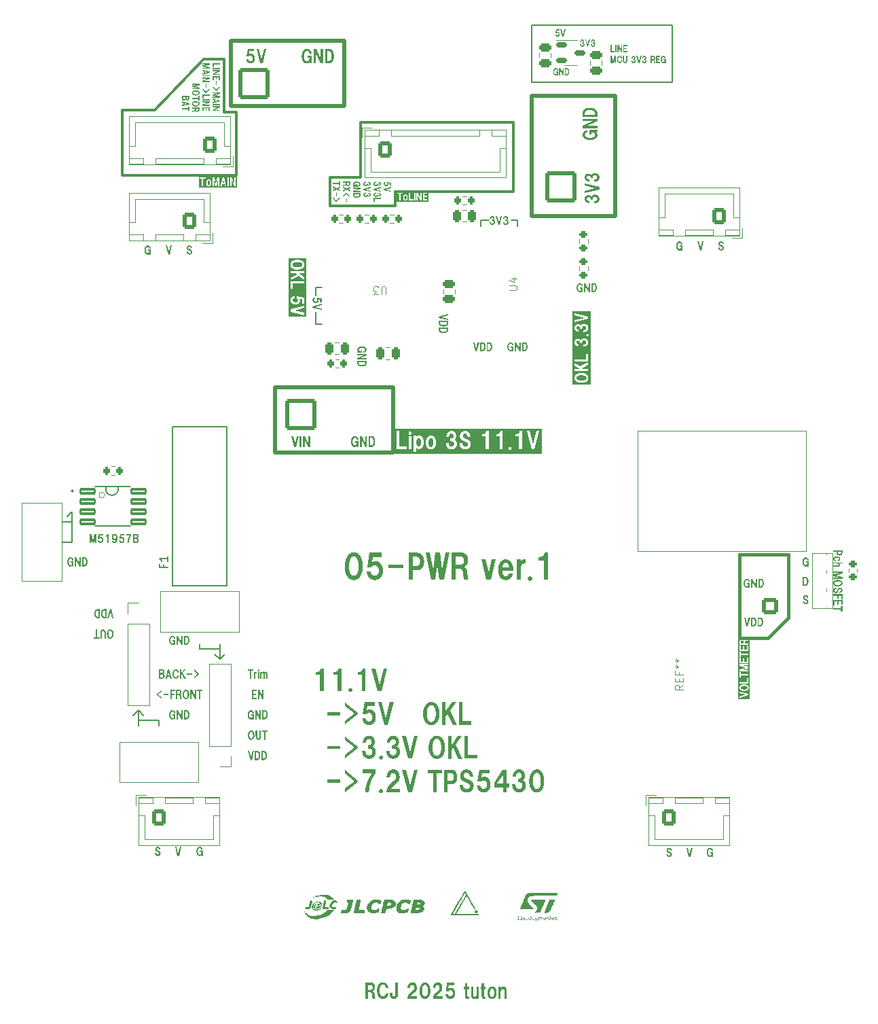
<source format=gbr>
%TF.GenerationSoftware,KiCad,Pcbnew,7.0.9*%
%TF.CreationDate,2024-06-25T19:44:48+09:00*%
%TF.ProjectId,05-PWR,30352d50-5752-42e6-9b69-6361645f7063,rev?*%
%TF.SameCoordinates,Original*%
%TF.FileFunction,Legend,Top*%
%TF.FilePolarity,Positive*%
%FSLAX46Y46*%
G04 Gerber Fmt 4.6, Leading zero omitted, Abs format (unit mm)*
G04 Created by KiCad (PCBNEW 7.0.9) date 2024-06-25 19:44:48*
%MOMM*%
%LPD*%
G01*
G04 APERTURE LIST*
G04 Aperture macros list*
%AMRoundRect*
0 Rectangle with rounded corners*
0 $1 Rounding radius*
0 $2 $3 $4 $5 $6 $7 $8 $9 X,Y pos of 4 corners*
0 Add a 4 corners polygon primitive as box body*
4,1,4,$2,$3,$4,$5,$6,$7,$8,$9,$2,$3,0*
0 Add four circle primitives for the rounded corners*
1,1,$1+$1,$2,$3*
1,1,$1+$1,$4,$5*
1,1,$1+$1,$6,$7*
1,1,$1+$1,$8,$9*
0 Add four rect primitives between the rounded corners*
20,1,$1+$1,$2,$3,$4,$5,0*
20,1,$1+$1,$4,$5,$6,$7,0*
20,1,$1+$1,$6,$7,$8,$9,0*
20,1,$1+$1,$8,$9,$2,$3,0*%
G04 Aperture macros list end*
%ADD10C,0.150000*%
%ADD11C,0.500000*%
%ADD12C,0.300000*%
%ADD13C,0.400000*%
%ADD14C,0.100000*%
%ADD15C,0.120000*%
%ADD16C,0.127000*%
%ADD17C,0.200000*%
%ADD18C,3.200000*%
%ADD19RoundRect,0.250000X-0.475000X0.250000X-0.475000X-0.250000X0.475000X-0.250000X0.475000X0.250000X0*%
%ADD20RoundRect,0.250000X-0.250000X-0.475000X0.250000X-0.475000X0.250000X0.475000X-0.250000X0.475000X0*%
%ADD21C,1.440000*%
%ADD22RoundRect,0.250002X-1.699998X-1.699998X1.699998X-1.699998X1.699998X1.699998X-1.699998X1.699998X0*%
%ADD23C,3.900000*%
%ADD24R,1.700000X1.700000*%
%ADD25O,1.700000X1.700000*%
%ADD26RoundRect,0.250000X-0.600000X-0.725000X0.600000X-0.725000X0.600000X0.725000X-0.600000X0.725000X0*%
%ADD27O,1.700000X1.950000*%
%ADD28RoundRect,0.250002X1.699998X-1.699998X1.699998X1.699998X-1.699998X1.699998X-1.699998X-1.699998X0*%
%ADD29RoundRect,0.250000X0.600000X0.725000X-0.600000X0.725000X-0.600000X-0.725000X0.600000X-0.725000X0*%
%ADD30RoundRect,0.200000X0.200000X0.275000X-0.200000X0.275000X-0.200000X-0.275000X0.200000X-0.275000X0*%
%ADD31RoundRect,0.200000X-0.275000X0.200000X-0.275000X-0.200000X0.275000X-0.200000X0.275000X0.200000X0*%
%ADD32RoundRect,0.200000X0.275000X-0.200000X0.275000X0.200000X-0.275000X0.200000X-0.275000X-0.200000X0*%
%ADD33RoundRect,0.250000X0.475000X-0.250000X0.475000X0.250000X-0.475000X0.250000X-0.475000X-0.250000X0*%
%ADD34RoundRect,0.200000X-0.200000X-0.275000X0.200000X-0.275000X0.200000X0.275000X-0.200000X0.275000X0*%
%ADD35RoundRect,0.150000X-0.512500X-0.150000X0.512500X-0.150000X0.512500X0.150000X-0.512500X0.150000X0*%
%ADD36RoundRect,0.250000X0.250000X0.475000X-0.250000X0.475000X-0.250000X-0.475000X0.250000X-0.475000X0*%
%ADD37C,1.524000*%
%ADD38O,2.000000X5.200000*%
%ADD39O,2.200000X5.200000*%
%ADD40R,1.800000X1.717500*%
%ADD41O,1.800000X1.717500*%
%ADD42RoundRect,0.147750X-0.904250X-0.259250X0.904250X-0.259250X0.904250X0.259250X-0.904250X0.259250X0*%
%ADD43RoundRect,0.250001X0.799999X-0.799999X0.799999X0.799999X-0.799999X0.799999X-0.799999X-0.799999X0*%
%ADD44C,2.100000*%
%ADD45C,2.604000*%
G04 APERTURE END LIST*
D10*
X235712000Y-48768000D02*
X236474000Y-48768000D01*
X232918000Y-48768000D02*
X231902000Y-48768000D01*
X189230000Y-111125000D02*
X189230000Y-111760000D01*
D11*
X238252000Y-33274000D02*
X248666000Y-33274000D01*
X248666000Y-48260000D01*
X238252000Y-48260000D01*
X238252000Y-33274000D01*
D10*
X189230000Y-109855000D02*
X189865000Y-110490000D01*
X179705000Y-86360000D02*
X180975000Y-86360000D01*
X185166000Y-82042000D02*
G75*
G03*
X186690000Y-82042000I762000J-254000D01*
G01*
X180975000Y-85090000D02*
X180340000Y-85725000D01*
X180975000Y-88900000D02*
X180975000Y-85090000D01*
X189230000Y-109855000D02*
X188595000Y-110490000D01*
D12*
X235966000Y-45212000D02*
X221234000Y-45212000D01*
X221234000Y-46990000D01*
X213106000Y-46990000D01*
X213106000Y-43434000D01*
X216916000Y-43434000D01*
X216916000Y-36576000D01*
X235966000Y-36576000D01*
X235966000Y-45212000D01*
D10*
X238252000Y-24511000D02*
X255778000Y-24511000D01*
X255778000Y-31623000D01*
X238252000Y-31623000D01*
X238252000Y-24511000D01*
D11*
X200774300Y-26416000D02*
X214884000Y-26416000D01*
X214884000Y-34544000D01*
X200774300Y-34544000D01*
X200774300Y-26416000D01*
D10*
X189230000Y-111125000D02*
X189230000Y-109855000D01*
X211328000Y-60198000D02*
X211328000Y-61722000D01*
X212090000Y-57150000D02*
X211328000Y-57150000D01*
X211328000Y-61722000D02*
X212090000Y-61722000D01*
D11*
X206248000Y-69596000D02*
X220980000Y-69596000D01*
X220980000Y-77724000D01*
X206248000Y-77724000D01*
X206248000Y-69596000D01*
D10*
X191770000Y-111125000D02*
X189230000Y-111125000D01*
X196850000Y-102235000D02*
X199390000Y-102235000D01*
D13*
X270256000Y-98298000D02*
X267716000Y-100838000D01*
X264160000Y-100838000D01*
X264160000Y-90424000D01*
X270256000Y-90424000D01*
X270256000Y-98298000D01*
D14*
X185017210Y-83058000D02*
G75*
G03*
X185017210Y-83058000I-359210J0D01*
G01*
D10*
X211328000Y-57150000D02*
X211328000Y-58166000D01*
X199390000Y-102235000D02*
X199390000Y-103505000D01*
X199390000Y-103505000D02*
X200025000Y-102870000D01*
X199390000Y-102235000D02*
X199390000Y-101600000D01*
X191770000Y-111125000D02*
X191770000Y-111760000D01*
D12*
X199898000Y-35306000D02*
X201422000Y-35306000D01*
X201422000Y-43180000D01*
X187198000Y-43180000D01*
X187198000Y-35052000D01*
X191262000Y-35052000D01*
X197358000Y-28702000D01*
X199898000Y-28702000D01*
X199898000Y-35306000D01*
D10*
X199390000Y-103505000D02*
X198755000Y-102870000D01*
X231902000Y-48768000D02*
X231902000Y-49530000D01*
X179705000Y-88900000D02*
X180975000Y-88900000D01*
X236474000Y-48768000D02*
X236474000Y-49530000D01*
X196850000Y-102235000D02*
X196850000Y-101600000D01*
G36*
X193770467Y-100771752D02*
G01*
X193777845Y-100782872D01*
X193784836Y-100794250D01*
X193791439Y-100805884D01*
X193797655Y-100817777D01*
X193803483Y-100829927D01*
X193808924Y-100842335D01*
X193813978Y-100855000D01*
X193818644Y-100867923D01*
X193822923Y-100881104D01*
X193826815Y-100894542D01*
X193830319Y-100908237D01*
X193833436Y-100922191D01*
X193836166Y-100936402D01*
X193838508Y-100950870D01*
X193840463Y-100965596D01*
X193842031Y-100980580D01*
X193671549Y-100980580D01*
X193669181Y-100965024D01*
X193666168Y-100949985D01*
X193662510Y-100935463D01*
X193658207Y-100921458D01*
X193653259Y-100907970D01*
X193647667Y-100895000D01*
X193641429Y-100882546D01*
X193634546Y-100870610D01*
X193627019Y-100859190D01*
X193618846Y-100848288D01*
X193610028Y-100837903D01*
X193600566Y-100828035D01*
X193590459Y-100818684D01*
X193579706Y-100809851D01*
X193568309Y-100801534D01*
X193556266Y-100793734D01*
X193542614Y-100788010D01*
X193529133Y-100783232D01*
X193515823Y-100779400D01*
X193502686Y-100776515D01*
X193489720Y-100774577D01*
X193476926Y-100773584D01*
X193464303Y-100773538D01*
X193451853Y-100774439D01*
X193439574Y-100776286D01*
X193427466Y-100779080D01*
X193415531Y-100782820D01*
X193403767Y-100787506D01*
X193392175Y-100793139D01*
X193380755Y-100799718D01*
X193369507Y-100807244D01*
X193358430Y-100815716D01*
X193343789Y-100828660D01*
X193336824Y-100835566D01*
X193330094Y-100842762D01*
X193323600Y-100850248D01*
X193317343Y-100858023D01*
X193311321Y-100866087D01*
X193305536Y-100874441D01*
X193299987Y-100883085D01*
X193294674Y-100892018D01*
X193289597Y-100901241D01*
X193284756Y-100910753D01*
X193280152Y-100920555D01*
X193275783Y-100930647D01*
X193271651Y-100941028D01*
X193267755Y-100951698D01*
X193264094Y-100962659D01*
X193260671Y-100973908D01*
X193257483Y-100985448D01*
X193254531Y-100997276D01*
X193251816Y-101009395D01*
X193249336Y-101021803D01*
X193247093Y-101034500D01*
X193245086Y-101047487D01*
X193243315Y-101060764D01*
X193241780Y-101074330D01*
X193240481Y-101088186D01*
X193239419Y-101102331D01*
X193238592Y-101116766D01*
X193238002Y-101131491D01*
X193237648Y-101146505D01*
X193237530Y-101161808D01*
X193237599Y-101174753D01*
X193237808Y-101187482D01*
X193238156Y-101199997D01*
X193238644Y-101212298D01*
X193239271Y-101224384D01*
X193240037Y-101236255D01*
X193240942Y-101247911D01*
X193241987Y-101259353D01*
X193243171Y-101270580D01*
X193244494Y-101281592D01*
X193245957Y-101292390D01*
X193247559Y-101302973D01*
X193249300Y-101313341D01*
X193251180Y-101323495D01*
X193253200Y-101333434D01*
X193255359Y-101343159D01*
X193257658Y-101352668D01*
X193262672Y-101371044D01*
X193268244Y-101388561D01*
X193274373Y-101405219D01*
X193281059Y-101421018D01*
X193288302Y-101435959D01*
X193296103Y-101450041D01*
X193304461Y-101463265D01*
X193308848Y-101469554D01*
X193317199Y-101480882D01*
X193325766Y-101491479D01*
X193334548Y-101501345D01*
X193343546Y-101510480D01*
X193352760Y-101518885D01*
X193362189Y-101526558D01*
X193371833Y-101533501D01*
X193381694Y-101539713D01*
X193391770Y-101545194D01*
X193402061Y-101549945D01*
X193412569Y-101553964D01*
X193423291Y-101557253D01*
X193434230Y-101559811D01*
X193445384Y-101561638D01*
X193456754Y-101562734D01*
X193468339Y-101563099D01*
X193478500Y-101562820D01*
X193488405Y-101561981D01*
X193502783Y-101559675D01*
X193516586Y-101556111D01*
X193529814Y-101551289D01*
X193542467Y-101545209D01*
X193554544Y-101537870D01*
X193566046Y-101529275D01*
X193576972Y-101519421D01*
X193583937Y-101512152D01*
X193590646Y-101504325D01*
X193597099Y-101495939D01*
X193600230Y-101491536D01*
X193606333Y-101482406D01*
X193612309Y-101472844D01*
X193618156Y-101462851D01*
X193623876Y-101452427D01*
X193629468Y-101441571D01*
X193634932Y-101430285D01*
X193640268Y-101418567D01*
X193645476Y-101406418D01*
X193650557Y-101393837D01*
X193655509Y-101380825D01*
X193660334Y-101367383D01*
X193665031Y-101353508D01*
X193669600Y-101339203D01*
X193674041Y-101324466D01*
X193678354Y-101309299D01*
X193682540Y-101293699D01*
X193495694Y-101293699D01*
X193495694Y-101128836D01*
X193853021Y-101128836D01*
X193853021Y-101733581D01*
X193710139Y-101733581D01*
X193710139Y-101590454D01*
X193701139Y-101602907D01*
X193692000Y-101614834D01*
X193682720Y-101626234D01*
X193673301Y-101637109D01*
X193663742Y-101647457D01*
X193654043Y-101657279D01*
X193644204Y-101666575D01*
X193634226Y-101675344D01*
X193624107Y-101683588D01*
X193613850Y-101691305D01*
X193603452Y-101698496D01*
X193592914Y-101705161D01*
X193582237Y-101711300D01*
X193571420Y-101716912D01*
X193560463Y-101721999D01*
X193549367Y-101726559D01*
X193538130Y-101730593D01*
X193526754Y-101734101D01*
X193515238Y-101737082D01*
X193503582Y-101739538D01*
X193491787Y-101741467D01*
X193479852Y-101742871D01*
X193467777Y-101743748D01*
X193455562Y-101744099D01*
X193443208Y-101743923D01*
X193430713Y-101743222D01*
X193418079Y-101741994D01*
X193405305Y-101740240D01*
X193392392Y-101737960D01*
X193379338Y-101735154D01*
X193366145Y-101731822D01*
X193352812Y-101727963D01*
X193337221Y-101721423D01*
X193322015Y-101714198D01*
X193307194Y-101706288D01*
X193292759Y-101697692D01*
X193278709Y-101688412D01*
X193265045Y-101678447D01*
X193251766Y-101667796D01*
X193238873Y-101656461D01*
X193226365Y-101644441D01*
X193214242Y-101631735D01*
X193202505Y-101618345D01*
X193191154Y-101604269D01*
X193180188Y-101589509D01*
X193169607Y-101574064D01*
X193159412Y-101557933D01*
X193149602Y-101541117D01*
X193144523Y-101531761D01*
X193139605Y-101522255D01*
X193134849Y-101512600D01*
X193130253Y-101502794D01*
X193125819Y-101492839D01*
X193121547Y-101482734D01*
X193117435Y-101472479D01*
X193113485Y-101462074D01*
X193109696Y-101451520D01*
X193106068Y-101440816D01*
X193102601Y-101429962D01*
X193099296Y-101418958D01*
X193096152Y-101407804D01*
X193093169Y-101396501D01*
X193090347Y-101385048D01*
X193087687Y-101373445D01*
X193085187Y-101361692D01*
X193082849Y-101349789D01*
X193080673Y-101337737D01*
X193078657Y-101325535D01*
X193076803Y-101313183D01*
X193075110Y-101300681D01*
X193073578Y-101288030D01*
X193072208Y-101275229D01*
X193070998Y-101262277D01*
X193069950Y-101249177D01*
X193069063Y-101235926D01*
X193068338Y-101222526D01*
X193067774Y-101208975D01*
X193067370Y-101195275D01*
X193067129Y-101181425D01*
X193067048Y-101167426D01*
X193067112Y-101155120D01*
X193067306Y-101142932D01*
X193067628Y-101130862D01*
X193068078Y-101118909D01*
X193068658Y-101107075D01*
X193069366Y-101095358D01*
X193070204Y-101083759D01*
X193071170Y-101072278D01*
X193072264Y-101060915D01*
X193073488Y-101049669D01*
X193074840Y-101038542D01*
X193076322Y-101027532D01*
X193077932Y-101016640D01*
X193079670Y-101005866D01*
X193081538Y-100995210D01*
X193083534Y-100984671D01*
X193085660Y-100974251D01*
X193087914Y-100963948D01*
X193090296Y-100953763D01*
X193092808Y-100943696D01*
X193095448Y-100933746D01*
X193098218Y-100923915D01*
X193101116Y-100914201D01*
X193104142Y-100904605D01*
X193107298Y-100895127D01*
X193110582Y-100885767D01*
X193113996Y-100876525D01*
X193117538Y-100867400D01*
X193125008Y-100849505D01*
X193132994Y-100832080D01*
X193139992Y-100817884D01*
X193147247Y-100804115D01*
X193154761Y-100790773D01*
X193162532Y-100777859D01*
X193170560Y-100765372D01*
X193178846Y-100753312D01*
X193187390Y-100741680D01*
X193196191Y-100730475D01*
X193205250Y-100719698D01*
X193214567Y-100709348D01*
X193224141Y-100699426D01*
X193233973Y-100689931D01*
X193244062Y-100680864D01*
X193254409Y-100672224D01*
X193265014Y-100664011D01*
X193275876Y-100656226D01*
X193286952Y-100648920D01*
X193298201Y-100642086D01*
X193309621Y-100635724D01*
X193321213Y-100629832D01*
X193332977Y-100624412D01*
X193344912Y-100619463D01*
X193357020Y-100614986D01*
X193369299Y-100610980D01*
X193381749Y-100607445D01*
X193394372Y-100604381D01*
X193407166Y-100601789D01*
X193420132Y-100599668D01*
X193433269Y-100598019D01*
X193446578Y-100596840D01*
X193460060Y-100596133D01*
X193473712Y-100595898D01*
X193484650Y-100596069D01*
X193495480Y-100596585D01*
X193506202Y-100597443D01*
X193516817Y-100598645D01*
X193527325Y-100600191D01*
X193537726Y-100602080D01*
X193548019Y-100604313D01*
X193558205Y-100606889D01*
X193568284Y-100609808D01*
X193578255Y-100613071D01*
X193588119Y-100616677D01*
X193597875Y-100620627D01*
X193607525Y-100624921D01*
X193617067Y-100629557D01*
X193626501Y-100634538D01*
X193635829Y-100639861D01*
X193645048Y-100645529D01*
X193654161Y-100651539D01*
X193663166Y-100657893D01*
X193672064Y-100664591D01*
X193680855Y-100671632D01*
X193689538Y-100679017D01*
X193698114Y-100686745D01*
X193706583Y-100694816D01*
X193714944Y-100703231D01*
X193723198Y-100711989D01*
X193731344Y-100721091D01*
X193739384Y-100730536D01*
X193747316Y-100740325D01*
X193755140Y-100750458D01*
X193762857Y-100760933D01*
X193770467Y-100771752D01*
G37*
G36*
X193991263Y-101733581D02*
G01*
X193991263Y-100601271D01*
X194189100Y-100601271D01*
X194546427Y-101370636D01*
X194546427Y-100601271D01*
X194722282Y-100601271D01*
X194722282Y-101733581D01*
X194540809Y-101733581D01*
X194167118Y-100947607D01*
X194167118Y-101733581D01*
X193991263Y-101733581D01*
G37*
G36*
X195166705Y-100588933D02*
G01*
X195176546Y-100589287D01*
X195186311Y-100589877D01*
X195205618Y-100591766D01*
X195224625Y-100594600D01*
X195243333Y-100598378D01*
X195261741Y-100603101D01*
X195279849Y-100608768D01*
X195297658Y-100615380D01*
X195315167Y-100622936D01*
X195332376Y-100631437D01*
X195349286Y-100640882D01*
X195365897Y-100651272D01*
X195374090Y-100656821D01*
X195382208Y-100662606D01*
X195390251Y-100668628D01*
X195398219Y-100674885D01*
X195406112Y-100681379D01*
X195413931Y-100688109D01*
X195421674Y-100695075D01*
X195429343Y-100702277D01*
X195436936Y-100709715D01*
X195445051Y-100718140D01*
X195452908Y-100726931D01*
X195460507Y-100736087D01*
X195467848Y-100745607D01*
X195474932Y-100755492D01*
X195481759Y-100765743D01*
X195488328Y-100776358D01*
X195494639Y-100787338D01*
X195500692Y-100798683D01*
X195506488Y-100810393D01*
X195512027Y-100822468D01*
X195517308Y-100834908D01*
X195522331Y-100847713D01*
X195527096Y-100860883D01*
X195531604Y-100874418D01*
X195535855Y-100888317D01*
X195539847Y-100902582D01*
X195543583Y-100917211D01*
X195547060Y-100932206D01*
X195550280Y-100947565D01*
X195553243Y-100963290D01*
X195555947Y-100979379D01*
X195558395Y-100995833D01*
X195560584Y-101012652D01*
X195562516Y-101029836D01*
X195564191Y-101047385D01*
X195565607Y-101065299D01*
X195566767Y-101083578D01*
X195567668Y-101102222D01*
X195568312Y-101121231D01*
X195568699Y-101140604D01*
X195568827Y-101160343D01*
X195568699Y-101180081D01*
X195568312Y-101199455D01*
X195567668Y-101218464D01*
X195566767Y-101237108D01*
X195565607Y-101255386D01*
X195564191Y-101273300D01*
X195562516Y-101290849D01*
X195560584Y-101308033D01*
X195558395Y-101324853D01*
X195555947Y-101341307D01*
X195553243Y-101357396D01*
X195550280Y-101373120D01*
X195547060Y-101388480D01*
X195543583Y-101403474D01*
X195539847Y-101418104D01*
X195535855Y-101432368D01*
X195531604Y-101446268D01*
X195527096Y-101459803D01*
X195522331Y-101472972D01*
X195517308Y-101485777D01*
X195512027Y-101498217D01*
X195506488Y-101510292D01*
X195500692Y-101522002D01*
X195494639Y-101533347D01*
X195488328Y-101544328D01*
X195481759Y-101554943D01*
X195474932Y-101565193D01*
X195467848Y-101575079D01*
X195460507Y-101584599D01*
X195452908Y-101593755D01*
X195445051Y-101602545D01*
X195436936Y-101610971D01*
X195429337Y-101618409D01*
X195421652Y-101625611D01*
X195413881Y-101632577D01*
X195406024Y-101639307D01*
X195398082Y-101645801D01*
X195390053Y-101652058D01*
X195381939Y-101658079D01*
X195373739Y-101663865D01*
X195365452Y-101669414D01*
X195357080Y-101674727D01*
X195348623Y-101679804D01*
X195340079Y-101684644D01*
X195331449Y-101689249D01*
X195313932Y-101697750D01*
X195296072Y-101705306D01*
X195277868Y-101711918D01*
X195259321Y-101717585D01*
X195240431Y-101722308D01*
X195230856Y-101724315D01*
X195221196Y-101726086D01*
X195211451Y-101727621D01*
X195201619Y-101728919D01*
X195191701Y-101729982D01*
X195181698Y-101730808D01*
X195171608Y-101731399D01*
X195161433Y-101731753D01*
X195151172Y-101731871D01*
X194876399Y-101731871D01*
X194876399Y-100770043D01*
X195041263Y-100770043D01*
X195041263Y-101550399D01*
X195151172Y-101550399D01*
X195162120Y-101550098D01*
X195172982Y-101549197D01*
X195183759Y-101547694D01*
X195194449Y-101545590D01*
X195205054Y-101542885D01*
X195215572Y-101539579D01*
X195226005Y-101535673D01*
X195236352Y-101531165D01*
X195246613Y-101526055D01*
X195256788Y-101520345D01*
X195266877Y-101514034D01*
X195276881Y-101507122D01*
X195286799Y-101499609D01*
X195296630Y-101491494D01*
X195306376Y-101482779D01*
X195316036Y-101473462D01*
X195325353Y-101463223D01*
X195334068Y-101451740D01*
X195342183Y-101439012D01*
X195349696Y-101425041D01*
X195356608Y-101409825D01*
X195362919Y-101393366D01*
X195368629Y-101375662D01*
X195373739Y-101356714D01*
X195376068Y-101346774D01*
X195378247Y-101336522D01*
X195380275Y-101325960D01*
X195382153Y-101315086D01*
X195383882Y-101303901D01*
X195385459Y-101292406D01*
X195386887Y-101280599D01*
X195388164Y-101268481D01*
X195389291Y-101256053D01*
X195390268Y-101243313D01*
X195391094Y-101230262D01*
X195391770Y-101216900D01*
X195392296Y-101203227D01*
X195392672Y-101189244D01*
X195392897Y-101174949D01*
X195392973Y-101160343D01*
X195392897Y-101145722D01*
X195392672Y-101131412D01*
X195392296Y-101117415D01*
X195391770Y-101103728D01*
X195391094Y-101090353D01*
X195390268Y-101077290D01*
X195389291Y-101064538D01*
X195388164Y-101052097D01*
X195386887Y-101039969D01*
X195385459Y-101028151D01*
X195383882Y-101016645D01*
X195382153Y-101005451D01*
X195380275Y-100994568D01*
X195378247Y-100983997D01*
X195376068Y-100973737D01*
X195373739Y-100963788D01*
X195371259Y-100954152D01*
X195365850Y-100935812D01*
X195359839Y-100918719D01*
X195353227Y-100902872D01*
X195346014Y-100888271D01*
X195338200Y-100874916D01*
X195329786Y-100862807D01*
X195320770Y-100851944D01*
X195316036Y-100846979D01*
X195306376Y-100837663D01*
X195296630Y-100828947D01*
X195286799Y-100820833D01*
X195276881Y-100813320D01*
X195266877Y-100806407D01*
X195256788Y-100800096D01*
X195246613Y-100794386D01*
X195236352Y-100789277D01*
X195226005Y-100784769D01*
X195215572Y-100780862D01*
X195205054Y-100777556D01*
X195194449Y-100774851D01*
X195183759Y-100772748D01*
X195172982Y-100771245D01*
X195162120Y-100770343D01*
X195151172Y-100770043D01*
X195041263Y-100770043D01*
X194876399Y-100770043D01*
X194876399Y-100588815D01*
X195156790Y-100588815D01*
X195166705Y-100588933D01*
G37*
G36*
X215632182Y-44311295D02*
G01*
X215631908Y-44324346D01*
X215631083Y-44337123D01*
X215629709Y-44349626D01*
X215627786Y-44361853D01*
X215625313Y-44373806D01*
X215622290Y-44385483D01*
X215618718Y-44396887D01*
X215614597Y-44408015D01*
X215609926Y-44418868D01*
X215604705Y-44429447D01*
X215598935Y-44439751D01*
X215592615Y-44449780D01*
X215585746Y-44459535D01*
X215578327Y-44469015D01*
X215570358Y-44478219D01*
X215561840Y-44487150D01*
X215553414Y-44495147D01*
X215544646Y-44502628D01*
X215535535Y-44509594D01*
X215526083Y-44516043D01*
X215516289Y-44521977D01*
X215506153Y-44527395D01*
X215495675Y-44532296D01*
X215484855Y-44536682D01*
X215473693Y-44540552D01*
X215462189Y-44543905D01*
X215450344Y-44546743D01*
X215438156Y-44549065D01*
X215425626Y-44550871D01*
X215412755Y-44552161D01*
X215399541Y-44552935D01*
X215385986Y-44553193D01*
X215371325Y-44552918D01*
X215357043Y-44552094D01*
X215343139Y-44550720D01*
X215329614Y-44548796D01*
X215316468Y-44546323D01*
X215303700Y-44543301D01*
X215291311Y-44539729D01*
X215279300Y-44535607D01*
X215267668Y-44530936D01*
X215256415Y-44525715D01*
X215245540Y-44519945D01*
X215235043Y-44513625D01*
X215224926Y-44506756D01*
X215215187Y-44499337D01*
X215205826Y-44491369D01*
X215196844Y-44482851D01*
X215190320Y-44476049D01*
X215183936Y-44468831D01*
X215177692Y-44461199D01*
X215171589Y-44453151D01*
X215165627Y-44444688D01*
X215161247Y-44438068D01*
X215156946Y-44431215D01*
X215152724Y-44424128D01*
X215148581Y-44416808D01*
X215145393Y-44428050D01*
X215141346Y-44438673D01*
X215136441Y-44448677D01*
X215130678Y-44458060D01*
X215124058Y-44466824D01*
X215116580Y-44474968D01*
X215108243Y-44482492D01*
X215099049Y-44489397D01*
X215088997Y-44495681D01*
X215078087Y-44501346D01*
X215066319Y-44506391D01*
X215053693Y-44510817D01*
X215040209Y-44514622D01*
X215025868Y-44517808D01*
X215010668Y-44520374D01*
X215002747Y-44521425D01*
X214994611Y-44522321D01*
X214893592Y-44531113D01*
X214883138Y-44531777D01*
X214872685Y-44532646D01*
X214862231Y-44533719D01*
X214851778Y-44534997D01*
X214841324Y-44536479D01*
X214830870Y-44538166D01*
X214820417Y-44540057D01*
X214809963Y-44542153D01*
X214799510Y-44544453D01*
X214789056Y-44546959D01*
X214778602Y-44549668D01*
X214768149Y-44552582D01*
X214757695Y-44555701D01*
X214747242Y-44559024D01*
X214736788Y-44562552D01*
X214726334Y-44566284D01*
X214726334Y-44412509D01*
X214735747Y-44410311D01*
X214743620Y-44408662D01*
X214752190Y-44407013D01*
X214761457Y-44405365D01*
X214771422Y-44403716D01*
X214782083Y-44402068D01*
X214793442Y-44400419D01*
X214801403Y-44399320D01*
X214809672Y-44398221D01*
X214818252Y-44397122D01*
X214827142Y-44396023D01*
X214836341Y-44394923D01*
X214847636Y-44394362D01*
X214858415Y-44393803D01*
X214868678Y-44393245D01*
X214878424Y-44392689D01*
X214887655Y-44392134D01*
X214896370Y-44391580D01*
X214904569Y-44391029D01*
X214915900Y-44390204D01*
X214926070Y-44389382D01*
X214935079Y-44388564D01*
X214942927Y-44387750D01*
X214951586Y-44386669D01*
X214955141Y-44386131D01*
X214964844Y-44384945D01*
X214974168Y-44383588D01*
X214983113Y-44382057D01*
X214991680Y-44380354D01*
X214999868Y-44378479D01*
X215007678Y-44376431D01*
X215018682Y-44373036D01*
X215028835Y-44369253D01*
X215038136Y-44365081D01*
X215046586Y-44360522D01*
X215054183Y-44355574D01*
X215060929Y-44350238D01*
X215064953Y-44346466D01*
X215070470Y-44340403D01*
X215075445Y-44333718D01*
X215079876Y-44326412D01*
X215083766Y-44318485D01*
X215087112Y-44309935D01*
X215089916Y-44300764D01*
X215092177Y-44290971D01*
X215093896Y-44280557D01*
X215095071Y-44269521D01*
X215095704Y-44257863D01*
X215095825Y-44249745D01*
X215095825Y-44144233D01*
X215232015Y-44144233D01*
X215232015Y-44306996D01*
X215232564Y-44316796D01*
X215234213Y-44326462D01*
X215236961Y-44335994D01*
X215240808Y-44345391D01*
X215244414Y-44352351D01*
X215248639Y-44359235D01*
X215253482Y-44366044D01*
X215258943Y-44372777D01*
X215265022Y-44379434D01*
X215267186Y-44381637D01*
X215273974Y-44387922D01*
X215281151Y-44393589D01*
X215288716Y-44398638D01*
X215296669Y-44403069D01*
X215305010Y-44406881D01*
X215313739Y-44410076D01*
X215322857Y-44412652D01*
X215332362Y-44414609D01*
X215342256Y-44415949D01*
X215352537Y-44416670D01*
X215359607Y-44416808D01*
X215367718Y-44416670D01*
X215375590Y-44416258D01*
X215386948Y-44415125D01*
X215397766Y-44413373D01*
X215408046Y-44411003D01*
X215417786Y-44408015D01*
X215426987Y-44404408D01*
X215435649Y-44400184D01*
X215443771Y-44395341D01*
X215451354Y-44389880D01*
X215458398Y-44383800D01*
X215460626Y-44381637D01*
X215466912Y-44374888D01*
X215472579Y-44367829D01*
X215477628Y-44360462D01*
X215482058Y-44352785D01*
X215485871Y-44344800D01*
X215489065Y-44336505D01*
X215491641Y-44327901D01*
X215493599Y-44318988D01*
X215494938Y-44309766D01*
X215495660Y-44300235D01*
X215495797Y-44293709D01*
X215495797Y-44144233D01*
X215232015Y-44144233D01*
X215095825Y-44144233D01*
X214726334Y-44144233D01*
X214726334Y-44003549D01*
X215632182Y-44003549D01*
X215632182Y-44311295D01*
G37*
G36*
X214726334Y-44628810D02*
G01*
X215210131Y-44857422D01*
X215632182Y-44655189D01*
X215632182Y-44817952D01*
X215372699Y-44945349D01*
X215632182Y-45059655D01*
X215632182Y-45222418D01*
X215210131Y-45024484D01*
X214726334Y-45244302D01*
X214726334Y-45086033D01*
X215038575Y-44945349D01*
X214726334Y-44795872D01*
X214726334Y-44628810D01*
G37*
G36*
X215172420Y-45328713D02*
G01*
X215607758Y-45873863D01*
X215471373Y-45873863D01*
X215172420Y-45500073D01*
X214877960Y-45873863D01*
X214737081Y-45873863D01*
X215172420Y-45328713D01*
G37*
G36*
X215232015Y-46076877D02*
G01*
X215232015Y-46573570D01*
X215108916Y-46573570D01*
X215108916Y-46076877D01*
X215232015Y-46076877D01*
G37*
G36*
X233120659Y-49327027D02*
G01*
X233113551Y-49319731D01*
X233106669Y-49312286D01*
X233100013Y-49304691D01*
X233093582Y-49296947D01*
X233087377Y-49289052D01*
X233081398Y-49281008D01*
X233075644Y-49272814D01*
X233070116Y-49264470D01*
X233064813Y-49255976D01*
X233059736Y-49247333D01*
X233054885Y-49238540D01*
X233050260Y-49229597D01*
X233045860Y-49220504D01*
X233041685Y-49211261D01*
X233037737Y-49201869D01*
X233034014Y-49192327D01*
X233030516Y-49182635D01*
X233027244Y-49172793D01*
X233024198Y-49162802D01*
X233021378Y-49152660D01*
X233018783Y-49142369D01*
X233016414Y-49131928D01*
X233014270Y-49121338D01*
X233012352Y-49110597D01*
X233010660Y-49099707D01*
X233009193Y-49088667D01*
X233007952Y-49077477D01*
X233006937Y-49066137D01*
X233006147Y-49054648D01*
X233005583Y-49043009D01*
X233005245Y-49031220D01*
X233005132Y-49019281D01*
X233169996Y-49019281D01*
X233171098Y-49029121D01*
X233173687Y-49048126D01*
X233176790Y-49066231D01*
X233180406Y-49083435D01*
X233184535Y-49099738D01*
X233189178Y-49115140D01*
X233194333Y-49129642D01*
X233200003Y-49143244D01*
X233206185Y-49155944D01*
X233212881Y-49167744D01*
X233220090Y-49178643D01*
X233227812Y-49188642D01*
X233236047Y-49197740D01*
X233244796Y-49205938D01*
X233254058Y-49213234D01*
X233263834Y-49219630D01*
X233268914Y-49222491D01*
X233279819Y-49227665D01*
X233290553Y-49232196D01*
X233301114Y-49236083D01*
X233311504Y-49239328D01*
X233321722Y-49241930D01*
X233331768Y-49243889D01*
X233341643Y-49245204D01*
X233356133Y-49245972D01*
X233370237Y-49245293D01*
X233383954Y-49243167D01*
X233397285Y-49239594D01*
X233410229Y-49234575D01*
X233422787Y-49228108D01*
X233432805Y-49221761D01*
X233442220Y-49215114D01*
X233451032Y-49208167D01*
X233459240Y-49200921D01*
X233466846Y-49193375D01*
X233473849Y-49185530D01*
X233480249Y-49177385D01*
X233486046Y-49168941D01*
X233491240Y-49160196D01*
X233495831Y-49151153D01*
X233499819Y-49141810D01*
X233503204Y-49132167D01*
X233505986Y-49122224D01*
X233508165Y-49111982D01*
X233509741Y-49101441D01*
X233510715Y-49090600D01*
X233511724Y-49075810D01*
X233512004Y-49061664D01*
X233511556Y-49048164D01*
X233510379Y-49035309D01*
X233508472Y-49023099D01*
X233505837Y-49011534D01*
X233502473Y-49000613D01*
X233498380Y-48990338D01*
X233493558Y-48980708D01*
X233488008Y-48971722D01*
X233481728Y-48963382D01*
X233474719Y-48955686D01*
X233466982Y-48948635D01*
X233458515Y-48942230D01*
X233449320Y-48936469D01*
X233439396Y-48931353D01*
X233427374Y-48926201D01*
X233417006Y-48922788D01*
X233405478Y-48919761D01*
X233392792Y-48917121D01*
X233378946Y-48914867D01*
X233369071Y-48913579D01*
X233358681Y-48912463D01*
X233347776Y-48911518D01*
X233336356Y-48910745D01*
X233324420Y-48910144D01*
X233311970Y-48909715D01*
X233299004Y-48909457D01*
X233285523Y-48909371D01*
X233285523Y-48738890D01*
X233302295Y-48738589D01*
X233318297Y-48737688D01*
X233333528Y-48736185D01*
X233347988Y-48734081D01*
X233361677Y-48731377D01*
X233374595Y-48728071D01*
X233386742Y-48724164D01*
X233398119Y-48719656D01*
X233408724Y-48714547D01*
X233418559Y-48708837D01*
X233427622Y-48702525D01*
X233435915Y-48695613D01*
X233443437Y-48688100D01*
X233450188Y-48679985D01*
X233456168Y-48671270D01*
X233461377Y-48661953D01*
X233465892Y-48651729D01*
X233469850Y-48641632D01*
X233473250Y-48631663D01*
X233476093Y-48621821D01*
X233478379Y-48612108D01*
X233480763Y-48597777D01*
X233481894Y-48583735D01*
X233481771Y-48569980D01*
X233480394Y-48556512D01*
X233477764Y-48543332D01*
X233473880Y-48530440D01*
X233468742Y-48517836D01*
X233466751Y-48513698D01*
X233461283Y-48501816D01*
X233455136Y-48490900D01*
X233448311Y-48480951D01*
X233440808Y-48471967D01*
X233432626Y-48463949D01*
X233423766Y-48456897D01*
X233414228Y-48450811D01*
X233404011Y-48445692D01*
X233393116Y-48441538D01*
X233381543Y-48438350D01*
X233373450Y-48436762D01*
X233363261Y-48434987D01*
X233353331Y-48433815D01*
X233338922Y-48433189D01*
X233325098Y-48433918D01*
X233311857Y-48436005D01*
X233299200Y-48439448D01*
X233287127Y-48444248D01*
X233275638Y-48450405D01*
X233264733Y-48457918D01*
X233254412Y-48466788D01*
X233244675Y-48477015D01*
X233241559Y-48480725D01*
X233232602Y-48492279D01*
X233224323Y-48504319D01*
X233216722Y-48516843D01*
X233212032Y-48525462D01*
X233207643Y-48534297D01*
X233203556Y-48543347D01*
X233199770Y-48552613D01*
X233196286Y-48562095D01*
X233193103Y-48571792D01*
X233190222Y-48581705D01*
X233187642Y-48591833D01*
X233185364Y-48602177D01*
X233183387Y-48612737D01*
X233181711Y-48623512D01*
X233180987Y-48628981D01*
X233032731Y-48628981D01*
X233033153Y-48617740D01*
X233033747Y-48606670D01*
X233034514Y-48595771D01*
X233035452Y-48585044D01*
X233036563Y-48574488D01*
X233037846Y-48564103D01*
X233039301Y-48553889D01*
X233040929Y-48543847D01*
X233042728Y-48533976D01*
X233044700Y-48524276D01*
X233049160Y-48505390D01*
X233054310Y-48487189D01*
X233060148Y-48469673D01*
X233066674Y-48452842D01*
X233073890Y-48436697D01*
X233081795Y-48421236D01*
X233090388Y-48406460D01*
X233099670Y-48392369D01*
X233109641Y-48378964D01*
X233120301Y-48366243D01*
X233131650Y-48354207D01*
X233142175Y-48343560D01*
X233153174Y-48333599D01*
X233164645Y-48324326D01*
X233176590Y-48315739D01*
X233189009Y-48307839D01*
X233201900Y-48300627D01*
X233215265Y-48294101D01*
X233229103Y-48288262D01*
X233243414Y-48283110D01*
X233258198Y-48278645D01*
X233273456Y-48274867D01*
X233289186Y-48271775D01*
X233305390Y-48269371D01*
X233322067Y-48267654D01*
X233339218Y-48266623D01*
X233356842Y-48266280D01*
X233370473Y-48266581D01*
X233383891Y-48267482D01*
X233397096Y-48268985D01*
X233410086Y-48271089D01*
X233422863Y-48273793D01*
X233435427Y-48277099D01*
X233447776Y-48281006D01*
X233459912Y-48285514D01*
X233471834Y-48290623D01*
X233483543Y-48296333D01*
X233495037Y-48302645D01*
X233506318Y-48309557D01*
X233517385Y-48317070D01*
X233528239Y-48325185D01*
X233538879Y-48333900D01*
X233549305Y-48343217D01*
X233558664Y-48353005D01*
X233567509Y-48363138D01*
X233575838Y-48373613D01*
X233583652Y-48384433D01*
X233590950Y-48395595D01*
X233597734Y-48407101D01*
X233604002Y-48418951D01*
X233609755Y-48431144D01*
X233614993Y-48443680D01*
X233619716Y-48456560D01*
X233623923Y-48469784D01*
X233627615Y-48483351D01*
X233630792Y-48497261D01*
X233633454Y-48511515D01*
X233635601Y-48526112D01*
X233637232Y-48541053D01*
X233637785Y-48552298D01*
X233638069Y-48563350D01*
X233638085Y-48574208D01*
X233637831Y-48584872D01*
X233637310Y-48595342D01*
X233636520Y-48605619D01*
X233635461Y-48615702D01*
X233634134Y-48625592D01*
X233632538Y-48635288D01*
X233628540Y-48654098D01*
X233623468Y-48672134D01*
X233617322Y-48689395D01*
X233610102Y-48705881D01*
X233601807Y-48721593D01*
X233592438Y-48736530D01*
X233581995Y-48750692D01*
X233570477Y-48764080D01*
X233557885Y-48776693D01*
X233544219Y-48788531D01*
X233529479Y-48799594D01*
X233521705Y-48804836D01*
X233538443Y-48809558D01*
X233554278Y-48815483D01*
X233569210Y-48822610D01*
X233583239Y-48830939D01*
X233596367Y-48840470D01*
X233608591Y-48851203D01*
X233619913Y-48863139D01*
X233630332Y-48876277D01*
X233639849Y-48890616D01*
X233648464Y-48906158D01*
X233656175Y-48922902D01*
X233662985Y-48940848D01*
X233666051Y-48950272D01*
X233668891Y-48959997D01*
X233671506Y-48970021D01*
X233673895Y-48980347D01*
X233676059Y-48990973D01*
X233677997Y-49001899D01*
X233679709Y-49013126D01*
X233681196Y-49024654D01*
X233683493Y-49042428D01*
X233684886Y-49060031D01*
X233685378Y-49077462D01*
X233684967Y-49094721D01*
X233683653Y-49111809D01*
X233681436Y-49128724D01*
X233678318Y-49145468D01*
X233674296Y-49162041D01*
X233669372Y-49178441D01*
X233663546Y-49194670D01*
X233656817Y-49210727D01*
X233649185Y-49226612D01*
X233640651Y-49242326D01*
X233631214Y-49257868D01*
X233620875Y-49273238D01*
X233609633Y-49288436D01*
X233603397Y-49296566D01*
X233597053Y-49304437D01*
X233590603Y-49312050D01*
X233584045Y-49319406D01*
X233570607Y-49333342D01*
X233556739Y-49346246D01*
X233542442Y-49358117D01*
X233527716Y-49368956D01*
X233512561Y-49378763D01*
X233496976Y-49387538D01*
X233480962Y-49395280D01*
X233464518Y-49401990D01*
X233447646Y-49407668D01*
X233430343Y-49412313D01*
X233412612Y-49415926D01*
X233394451Y-49418507D01*
X233375861Y-49420056D01*
X233356842Y-49420572D01*
X233338545Y-49420206D01*
X233320720Y-49419110D01*
X233303367Y-49417283D01*
X233286484Y-49414725D01*
X233270073Y-49411436D01*
X233254134Y-49407417D01*
X233238665Y-49402667D01*
X233223668Y-49397185D01*
X233209142Y-49390974D01*
X233195088Y-49384031D01*
X233181505Y-49376357D01*
X233168393Y-49367953D01*
X233155752Y-49358817D01*
X233143583Y-49348951D01*
X233131885Y-49338354D01*
X233120659Y-49327027D01*
G37*
G36*
X233803073Y-48277271D02*
G01*
X233984301Y-48277271D01*
X234193129Y-49085226D01*
X234390966Y-48277271D01*
X234572438Y-48277271D01*
X234286674Y-49409581D01*
X234099828Y-49409581D01*
X233803073Y-48277271D01*
G37*
G36*
X234803980Y-49327027D02*
G01*
X234796873Y-49319731D01*
X234789991Y-49312286D01*
X234783335Y-49304691D01*
X234776904Y-49296947D01*
X234770699Y-49289052D01*
X234764719Y-49281008D01*
X234758966Y-49272814D01*
X234753437Y-49264470D01*
X234748135Y-49255976D01*
X234743058Y-49247333D01*
X234738207Y-49238540D01*
X234733581Y-49229597D01*
X234729181Y-49220504D01*
X234725007Y-49211261D01*
X234721058Y-49201869D01*
X234717335Y-49192327D01*
X234713838Y-49182635D01*
X234710566Y-49172793D01*
X234707520Y-49162802D01*
X234704700Y-49152660D01*
X234702105Y-49142369D01*
X234699735Y-49131928D01*
X234697592Y-49121338D01*
X234695674Y-49110597D01*
X234693982Y-49099707D01*
X234692515Y-49088667D01*
X234691274Y-49077477D01*
X234690259Y-49066137D01*
X234689469Y-49054648D01*
X234688905Y-49043009D01*
X234688566Y-49031220D01*
X234688454Y-49019281D01*
X234853317Y-49019281D01*
X234854420Y-49029121D01*
X234857009Y-49048126D01*
X234860112Y-49066231D01*
X234863728Y-49083435D01*
X234867857Y-49099738D01*
X234872499Y-49115140D01*
X234877655Y-49129642D01*
X234883324Y-49143244D01*
X234889507Y-49155944D01*
X234896202Y-49167744D01*
X234903411Y-49178643D01*
X234911134Y-49188642D01*
X234919369Y-49197740D01*
X234928118Y-49205938D01*
X234937380Y-49213234D01*
X234947156Y-49219630D01*
X234952236Y-49222491D01*
X234963141Y-49227665D01*
X234973874Y-49232196D01*
X234984436Y-49236083D01*
X234994826Y-49239328D01*
X235005044Y-49241930D01*
X235015090Y-49243889D01*
X235024965Y-49245204D01*
X235039455Y-49245972D01*
X235053558Y-49245293D01*
X235067276Y-49243167D01*
X235080606Y-49239594D01*
X235093551Y-49234575D01*
X235106109Y-49228108D01*
X235116127Y-49221761D01*
X235125541Y-49215114D01*
X235134353Y-49208167D01*
X235142562Y-49200921D01*
X235150168Y-49193375D01*
X235157171Y-49185530D01*
X235163571Y-49177385D01*
X235169368Y-49168941D01*
X235174562Y-49160196D01*
X235179153Y-49151153D01*
X235183141Y-49141810D01*
X235186526Y-49132167D01*
X235189308Y-49122224D01*
X235191487Y-49111982D01*
X235193063Y-49101441D01*
X235194036Y-49090600D01*
X235195046Y-49075810D01*
X235195326Y-49061664D01*
X235194878Y-49048164D01*
X235193700Y-49035309D01*
X235191794Y-49023099D01*
X235189159Y-49011534D01*
X235185795Y-49000613D01*
X235181702Y-48990338D01*
X235176880Y-48980708D01*
X235171329Y-48971722D01*
X235165050Y-48963382D01*
X235158041Y-48955686D01*
X235150303Y-48948635D01*
X235141837Y-48942230D01*
X235132642Y-48936469D01*
X235122717Y-48931353D01*
X235110696Y-48926201D01*
X235100328Y-48922788D01*
X235088800Y-48919761D01*
X235076113Y-48917121D01*
X235062267Y-48914867D01*
X235052393Y-48913579D01*
X235042003Y-48912463D01*
X235031098Y-48911518D01*
X235019677Y-48910745D01*
X235007742Y-48910144D01*
X234995291Y-48909715D01*
X234982325Y-48909457D01*
X234968844Y-48909371D01*
X234968844Y-48738890D01*
X234985617Y-48738589D01*
X235001619Y-48737688D01*
X235016850Y-48736185D01*
X235031309Y-48734081D01*
X235044999Y-48731377D01*
X235057917Y-48728071D01*
X235070064Y-48724164D01*
X235081440Y-48719656D01*
X235092046Y-48714547D01*
X235101880Y-48708837D01*
X235110944Y-48702525D01*
X235119237Y-48695613D01*
X235126759Y-48688100D01*
X235133510Y-48679985D01*
X235139490Y-48671270D01*
X235144699Y-48661953D01*
X235149214Y-48651729D01*
X235153171Y-48641632D01*
X235156572Y-48631663D01*
X235159415Y-48621821D01*
X235161701Y-48612108D01*
X235164085Y-48597777D01*
X235165216Y-48583735D01*
X235165093Y-48569980D01*
X235163716Y-48556512D01*
X235161085Y-48543332D01*
X235157201Y-48530440D01*
X235152064Y-48517836D01*
X235150073Y-48513698D01*
X235144604Y-48501816D01*
X235138458Y-48490900D01*
X235131633Y-48480951D01*
X235124129Y-48471967D01*
X235115948Y-48463949D01*
X235107088Y-48456897D01*
X235097549Y-48450811D01*
X235087333Y-48445692D01*
X235076438Y-48441538D01*
X235064864Y-48438350D01*
X235056772Y-48436762D01*
X235046582Y-48434987D01*
X235036652Y-48433815D01*
X235022244Y-48433189D01*
X235008419Y-48433918D01*
X234995179Y-48436005D01*
X234982522Y-48439448D01*
X234970449Y-48444248D01*
X234958960Y-48450405D01*
X234948055Y-48457918D01*
X234937734Y-48466788D01*
X234927997Y-48477015D01*
X234924881Y-48480725D01*
X234915923Y-48492279D01*
X234907644Y-48504319D01*
X234900044Y-48516843D01*
X234895353Y-48525462D01*
X234890965Y-48534297D01*
X234886877Y-48543347D01*
X234883092Y-48552613D01*
X234879607Y-48562095D01*
X234876425Y-48571792D01*
X234873543Y-48581705D01*
X234870964Y-48591833D01*
X234868685Y-48602177D01*
X234866708Y-48612737D01*
X234865033Y-48623512D01*
X234864308Y-48628981D01*
X234716053Y-48628981D01*
X234716475Y-48617740D01*
X234717069Y-48606670D01*
X234717835Y-48595771D01*
X234718774Y-48585044D01*
X234719885Y-48574488D01*
X234721168Y-48564103D01*
X234722623Y-48553889D01*
X234724250Y-48543847D01*
X234726050Y-48533976D01*
X234728022Y-48524276D01*
X234732482Y-48505390D01*
X234737631Y-48487189D01*
X234743469Y-48469673D01*
X234749996Y-48452842D01*
X234757212Y-48436697D01*
X234765116Y-48421236D01*
X234773710Y-48406460D01*
X234782992Y-48392369D01*
X234792963Y-48378964D01*
X234803623Y-48366243D01*
X234814971Y-48354207D01*
X234825497Y-48343560D01*
X234836495Y-48333599D01*
X234847967Y-48324326D01*
X234859912Y-48315739D01*
X234872330Y-48307839D01*
X234885222Y-48300627D01*
X234898586Y-48294101D01*
X234912424Y-48288262D01*
X234926735Y-48283110D01*
X234941520Y-48278645D01*
X234956777Y-48274867D01*
X234972508Y-48271775D01*
X234988712Y-48269371D01*
X235005389Y-48267654D01*
X235022540Y-48266623D01*
X235040163Y-48266280D01*
X235053795Y-48266581D01*
X235067213Y-48267482D01*
X235080418Y-48268985D01*
X235093408Y-48271089D01*
X235106185Y-48273793D01*
X235118748Y-48277099D01*
X235131098Y-48281006D01*
X235143234Y-48285514D01*
X235155156Y-48290623D01*
X235166864Y-48296333D01*
X235178359Y-48302645D01*
X235189640Y-48309557D01*
X235200707Y-48317070D01*
X235211561Y-48325185D01*
X235222201Y-48333900D01*
X235232627Y-48343217D01*
X235241986Y-48353005D01*
X235250830Y-48363138D01*
X235259159Y-48373613D01*
X235266973Y-48384433D01*
X235274272Y-48395595D01*
X235281055Y-48407101D01*
X235287324Y-48418951D01*
X235293077Y-48431144D01*
X235298315Y-48443680D01*
X235303037Y-48456560D01*
X235307245Y-48469784D01*
X235310937Y-48483351D01*
X235314114Y-48497261D01*
X235316776Y-48511515D01*
X235318923Y-48526112D01*
X235320554Y-48541053D01*
X235321107Y-48552298D01*
X235321391Y-48563350D01*
X235321406Y-48574208D01*
X235321153Y-48584872D01*
X235320632Y-48595342D01*
X235319841Y-48605619D01*
X235318783Y-48615702D01*
X235317455Y-48625592D01*
X235315859Y-48635288D01*
X235311862Y-48654098D01*
X235306790Y-48672134D01*
X235300644Y-48689395D01*
X235293423Y-48705881D01*
X235285129Y-48721593D01*
X235275760Y-48736530D01*
X235265316Y-48750692D01*
X235253799Y-48764080D01*
X235241207Y-48776693D01*
X235227541Y-48788531D01*
X235212800Y-48799594D01*
X235205027Y-48804836D01*
X235221764Y-48809558D01*
X235237599Y-48815483D01*
X235252531Y-48822610D01*
X235266561Y-48830939D01*
X235279688Y-48840470D01*
X235291913Y-48851203D01*
X235303235Y-48863139D01*
X235313654Y-48876277D01*
X235323171Y-48890616D01*
X235331785Y-48906158D01*
X235339497Y-48922902D01*
X235346306Y-48940848D01*
X235349373Y-48950272D01*
X235352213Y-48959997D01*
X235354828Y-48970021D01*
X235357217Y-48980347D01*
X235359381Y-48990973D01*
X235361319Y-49001899D01*
X235363031Y-49013126D01*
X235364518Y-49024654D01*
X235366814Y-49042428D01*
X235368208Y-49060031D01*
X235368699Y-49077462D01*
X235368288Y-49094721D01*
X235366974Y-49111809D01*
X235364758Y-49128724D01*
X235361639Y-49145468D01*
X235357618Y-49162041D01*
X235352694Y-49178441D01*
X235346867Y-49194670D01*
X235340138Y-49210727D01*
X235332507Y-49226612D01*
X235323972Y-49242326D01*
X235314536Y-49257868D01*
X235304196Y-49273238D01*
X235292955Y-49288436D01*
X235286719Y-49296566D01*
X235280375Y-49304437D01*
X235273924Y-49312050D01*
X235267366Y-49319406D01*
X235253928Y-49333342D01*
X235240061Y-49346246D01*
X235225764Y-49358117D01*
X235211038Y-49368956D01*
X235195882Y-49378763D01*
X235180298Y-49387538D01*
X235164283Y-49395280D01*
X235147840Y-49401990D01*
X235130967Y-49407668D01*
X235113665Y-49412313D01*
X235095934Y-49415926D01*
X235077773Y-49418507D01*
X235059183Y-49420056D01*
X235040163Y-49420572D01*
X235021867Y-49420206D01*
X235004042Y-49419110D01*
X234986688Y-49417283D01*
X234969806Y-49414725D01*
X234953395Y-49411436D01*
X234937455Y-49407417D01*
X234921987Y-49402667D01*
X234906990Y-49397185D01*
X234892464Y-49390974D01*
X234878410Y-49384031D01*
X234864826Y-49376357D01*
X234851715Y-49367953D01*
X234839074Y-49358817D01*
X234826905Y-49348951D01*
X234815207Y-49338354D01*
X234803980Y-49327027D01*
G37*
G36*
X277000228Y-90250761D02*
G01*
X277000142Y-90260659D01*
X276999455Y-90280036D01*
X276998081Y-90298855D01*
X276996021Y-90317114D01*
X276993273Y-90334814D01*
X276989838Y-90351955D01*
X276985717Y-90368536D01*
X276980908Y-90384559D01*
X276975413Y-90400023D01*
X276969230Y-90414927D01*
X276962361Y-90429273D01*
X276954805Y-90443059D01*
X276946561Y-90456286D01*
X276937631Y-90468955D01*
X276928014Y-90481064D01*
X276917710Y-90492614D01*
X276912301Y-90498179D01*
X276900243Y-90509477D01*
X276887457Y-90520046D01*
X276873941Y-90529887D01*
X276859697Y-90538998D01*
X276844724Y-90547381D01*
X276829021Y-90555034D01*
X276812590Y-90561959D01*
X276795430Y-90568155D01*
X276777542Y-90573621D01*
X276758924Y-90578359D01*
X276749342Y-90580455D01*
X276739577Y-90582368D01*
X276729630Y-90584100D01*
X276719501Y-90585648D01*
X276709190Y-90587015D01*
X276698697Y-90588200D01*
X276688021Y-90589202D01*
X276677163Y-90590022D01*
X276666123Y-90590660D01*
X276654901Y-90591115D01*
X276643497Y-90591389D01*
X276631910Y-90591480D01*
X276620323Y-90591389D01*
X276608920Y-90591115D01*
X276597698Y-90590660D01*
X276586660Y-90590022D01*
X276575804Y-90589202D01*
X276565131Y-90588200D01*
X276554641Y-90587015D01*
X276544334Y-90585648D01*
X276534209Y-90584100D01*
X276524266Y-90582368D01*
X276514507Y-90580455D01*
X276504930Y-90578359D01*
X276486325Y-90573621D01*
X276468450Y-90568155D01*
X276451307Y-90561959D01*
X276434894Y-90555034D01*
X276419212Y-90547381D01*
X276404260Y-90538998D01*
X276390040Y-90529887D01*
X276376550Y-90520046D01*
X276363791Y-90509477D01*
X276351763Y-90498179D01*
X276340436Y-90486250D01*
X276329839Y-90473850D01*
X276319973Y-90460979D01*
X276310837Y-90447636D01*
X276302433Y-90433822D01*
X276294759Y-90419537D01*
X276287816Y-90404780D01*
X276281605Y-90389552D01*
X276276123Y-90373853D01*
X276271373Y-90357682D01*
X276267354Y-90341040D01*
X276264065Y-90323927D01*
X276261507Y-90306342D01*
X276259680Y-90288287D01*
X276258584Y-90269759D01*
X276258218Y-90250761D01*
X276258218Y-90113497D01*
X276439691Y-90113497D01*
X276439691Y-90261752D01*
X276440124Y-90273973D01*
X276441425Y-90285906D01*
X276443593Y-90297552D01*
X276446629Y-90308910D01*
X276450531Y-90319980D01*
X276455301Y-90330763D01*
X276460938Y-90341258D01*
X276467443Y-90351465D01*
X276474814Y-90361385D01*
X276483053Y-90371017D01*
X276489028Y-90377279D01*
X276497754Y-90385136D01*
X276507446Y-90392220D01*
X276518104Y-90398531D01*
X276529729Y-90404069D01*
X276542319Y-90408835D01*
X276555875Y-90412828D01*
X276565449Y-90415060D01*
X276575453Y-90416949D01*
X276585885Y-90418495D01*
X276596747Y-90419697D01*
X276608039Y-90420556D01*
X276619760Y-90421071D01*
X276631910Y-90421242D01*
X276644082Y-90421049D01*
X276655869Y-90420468D01*
X276667270Y-90419499D01*
X276678285Y-90418144D01*
X276688916Y-90416401D01*
X276699161Y-90414270D01*
X276709020Y-90411752D01*
X276718494Y-90408847D01*
X276731982Y-90403763D01*
X276744603Y-90397808D01*
X276756357Y-90390980D01*
X276767243Y-90383282D01*
X276777262Y-90374712D01*
X276780409Y-90371661D01*
X276789227Y-90362312D01*
X276797176Y-90352765D01*
X276804259Y-90343020D01*
X276810474Y-90333078D01*
X276815822Y-90322939D01*
X276820303Y-90312602D01*
X276823917Y-90302068D01*
X276826663Y-90291336D01*
X276828542Y-90280406D01*
X276829554Y-90269280D01*
X276829747Y-90261752D01*
X276829747Y-90113497D01*
X276439691Y-90113497D01*
X276258218Y-90113497D01*
X275867918Y-90113497D01*
X275867918Y-89943015D01*
X277000228Y-89943015D01*
X277000228Y-90250761D01*
G37*
G36*
X276631910Y-91219184D02*
G01*
X276621427Y-91227277D01*
X276610558Y-91235071D01*
X276599301Y-91242565D01*
X276587656Y-91249760D01*
X276575624Y-91256655D01*
X276563205Y-91263251D01*
X276550399Y-91269547D01*
X276537205Y-91275543D01*
X276523623Y-91281240D01*
X276509655Y-91286637D01*
X276495299Y-91291734D01*
X276480556Y-91296533D01*
X276465425Y-91301031D01*
X276449907Y-91305230D01*
X276434002Y-91309129D01*
X276417709Y-91312729D01*
X276417709Y-91147865D01*
X276436385Y-91144860D01*
X276453945Y-91141339D01*
X276470388Y-91137303D01*
X276485715Y-91132752D01*
X276499926Y-91127686D01*
X276513021Y-91122105D01*
X276524999Y-91116008D01*
X276535861Y-91109397D01*
X276545607Y-91102270D01*
X276554237Y-91094628D01*
X276561750Y-91086470D01*
X276568147Y-91077798D01*
X276573428Y-91068610D01*
X276577593Y-91058907D01*
X276580641Y-91048689D01*
X276582573Y-91037956D01*
X276582937Y-91021240D01*
X276581283Y-91005471D01*
X276577610Y-90990649D01*
X276571918Y-90976773D01*
X276564207Y-90963843D01*
X276554477Y-90951860D01*
X276542729Y-90940823D01*
X276528961Y-90930733D01*
X276513175Y-90921589D01*
X276495370Y-90913392D01*
X276485711Y-90909648D01*
X276475547Y-90906141D01*
X276464878Y-90902870D01*
X276453704Y-90899836D01*
X276442026Y-90897039D01*
X276429843Y-90894478D01*
X276417155Y-90892154D01*
X276403963Y-90890067D01*
X276390265Y-90888216D01*
X276376064Y-90886601D01*
X276361357Y-90885224D01*
X276346146Y-90884083D01*
X276328500Y-90883531D01*
X276311284Y-90883281D01*
X276294497Y-90883333D01*
X276278139Y-90883686D01*
X276262211Y-90884340D01*
X276246712Y-90885296D01*
X276231643Y-90886554D01*
X276217002Y-90888113D01*
X276202791Y-90889973D01*
X276189010Y-90892135D01*
X276175658Y-90894598D01*
X276162735Y-90897363D01*
X276150241Y-90900430D01*
X276138177Y-90903798D01*
X276126542Y-90907467D01*
X276115336Y-90911438D01*
X276105956Y-90914995D01*
X276092772Y-90920731D01*
X276080654Y-90926947D01*
X276069600Y-90933645D01*
X276059611Y-90940823D01*
X276050686Y-90948483D01*
X276042827Y-90956623D01*
X276036032Y-90965244D01*
X276030302Y-90974346D01*
X276025636Y-90983928D01*
X276022035Y-90993992D01*
X276019310Y-91004150D01*
X276017361Y-91014016D01*
X276015972Y-91026717D01*
X276015965Y-91038898D01*
X276017339Y-91050561D01*
X276020094Y-91061704D01*
X276024231Y-91072329D01*
X276029749Y-91082435D01*
X276033026Y-91087293D01*
X276039788Y-91095343D01*
X276047710Y-91103006D01*
X276056790Y-91110284D01*
X276067030Y-91117174D01*
X276078428Y-91123679D01*
X276090986Y-91129797D01*
X276100002Y-91133661D01*
X276109534Y-91137353D01*
X276119580Y-91140874D01*
X276130142Y-91144222D01*
X276141218Y-91147399D01*
X276152810Y-91150405D01*
X276164918Y-91153238D01*
X276164918Y-91312729D01*
X276155035Y-91310630D01*
X276145326Y-91308457D01*
X276135788Y-91306207D01*
X276117229Y-91301483D01*
X276099360Y-91296457D01*
X276082179Y-91291129D01*
X276065686Y-91285500D01*
X276049883Y-91279570D01*
X276034769Y-91273338D01*
X276020343Y-91266804D01*
X276006606Y-91259969D01*
X275993558Y-91252833D01*
X275981199Y-91245395D01*
X275969529Y-91237655D01*
X275958548Y-91229614D01*
X275948255Y-91221272D01*
X275938652Y-91212628D01*
X275934108Y-91208193D01*
X275924762Y-91198469D01*
X275916019Y-91188531D01*
X275907879Y-91178380D01*
X275900341Y-91168015D01*
X275893407Y-91157436D01*
X275887076Y-91146644D01*
X275881348Y-91135638D01*
X275876222Y-91124418D01*
X275871700Y-91112984D01*
X275867781Y-91101337D01*
X275864464Y-91089476D01*
X275861751Y-91077401D01*
X275859641Y-91065112D01*
X275858133Y-91052610D01*
X275857229Y-91039894D01*
X275856927Y-91026965D01*
X275857379Y-91009319D01*
X275858732Y-90992103D01*
X275860989Y-90975316D01*
X275864148Y-90958958D01*
X275868209Y-90943030D01*
X275873173Y-90927531D01*
X275879040Y-90912462D01*
X275885809Y-90897821D01*
X275893481Y-90883610D01*
X275902055Y-90869829D01*
X275911532Y-90856477D01*
X275921911Y-90843554D01*
X275933193Y-90831060D01*
X275945378Y-90818996D01*
X275958465Y-90807361D01*
X275972454Y-90796155D01*
X275987195Y-90785508D01*
X276002534Y-90775547D01*
X276018473Y-90766274D01*
X276035011Y-90757687D01*
X276052148Y-90749787D01*
X276069884Y-90742574D01*
X276088220Y-90736049D01*
X276097612Y-90733043D01*
X276107154Y-90730210D01*
X276116846Y-90727548D01*
X276126688Y-90725058D01*
X276136679Y-90722739D01*
X276146821Y-90720593D01*
X276157112Y-90718618D01*
X276167553Y-90716814D01*
X276178143Y-90715183D01*
X276188884Y-90713723D01*
X276199774Y-90712435D01*
X276210814Y-90711319D01*
X276222004Y-90710375D01*
X276233344Y-90709602D01*
X276244833Y-90709001D01*
X276256472Y-90708571D01*
X276268261Y-90708314D01*
X276280200Y-90708228D01*
X276292501Y-90708314D01*
X276304672Y-90708571D01*
X276316715Y-90709001D01*
X276328629Y-90709602D01*
X276340414Y-90710375D01*
X276352070Y-90711319D01*
X276363598Y-90712435D01*
X276374997Y-90713723D01*
X276386267Y-90715183D01*
X276397408Y-90716814D01*
X276408420Y-90718618D01*
X276419304Y-90720593D01*
X276430059Y-90722739D01*
X276440685Y-90725058D01*
X276451182Y-90727548D01*
X276461550Y-90730210D01*
X276471790Y-90733043D01*
X276481901Y-90736049D01*
X276491883Y-90739226D01*
X276501736Y-90742574D01*
X276511460Y-90746095D01*
X276521056Y-90749787D01*
X276530523Y-90753651D01*
X276539861Y-90757687D01*
X276549070Y-90761894D01*
X276558150Y-90766274D01*
X276567102Y-90770825D01*
X276575925Y-90775547D01*
X276584619Y-90780442D01*
X276593184Y-90785508D01*
X276601620Y-90790746D01*
X276609928Y-90796155D01*
X276621971Y-90804634D01*
X276633371Y-90813584D01*
X276644129Y-90823006D01*
X276654243Y-90832899D01*
X276663714Y-90843263D01*
X276672542Y-90854098D01*
X276680727Y-90865405D01*
X276688269Y-90877183D01*
X276695168Y-90889432D01*
X276701424Y-90902153D01*
X276707036Y-90915345D01*
X276712006Y-90929008D01*
X276716333Y-90943143D01*
X276720017Y-90957749D01*
X276723057Y-90972826D01*
X276725455Y-90988374D01*
X276727007Y-91006020D01*
X276727573Y-91023236D01*
X276727152Y-91040023D01*
X276725745Y-91056381D01*
X276723351Y-91072309D01*
X276719971Y-91087808D01*
X276715604Y-91102878D01*
X276710251Y-91117518D01*
X276703911Y-91131729D01*
X276696585Y-91145510D01*
X276688272Y-91158863D01*
X276678972Y-91171785D01*
X276668687Y-91184279D01*
X276657414Y-91196343D01*
X276645155Y-91207978D01*
X276631910Y-91219184D01*
G37*
G36*
X275867918Y-91446574D02*
G01*
X277000228Y-91446574D01*
X277000228Y-91606065D01*
X276604555Y-91606065D01*
X276619173Y-91613907D01*
X276632803Y-91622352D01*
X276645444Y-91631401D01*
X276657097Y-91641052D01*
X276667762Y-91651307D01*
X276677438Y-91662164D01*
X276686126Y-91673624D01*
X276693825Y-91685688D01*
X276700536Y-91698354D01*
X276706259Y-91711623D01*
X276710993Y-91725495D01*
X276714739Y-91739971D01*
X276717496Y-91755049D01*
X276719265Y-91770730D01*
X276720045Y-91787014D01*
X276719837Y-91803901D01*
X276717822Y-91817080D01*
X276715194Y-91829840D01*
X276711954Y-91842181D01*
X276708102Y-91854105D01*
X276703638Y-91865610D01*
X276698562Y-91876696D01*
X276692874Y-91887364D01*
X276686574Y-91897614D01*
X276679662Y-91907446D01*
X276672138Y-91916859D01*
X276664002Y-91925854D01*
X276655254Y-91934430D01*
X276645894Y-91942588D01*
X276635922Y-91950328D01*
X276625337Y-91957649D01*
X276614141Y-91964552D01*
X276602333Y-91971037D01*
X276589912Y-91977103D01*
X276576880Y-91982751D01*
X276563236Y-91987980D01*
X276548979Y-91992791D01*
X276534111Y-91997184D01*
X276518630Y-92001159D01*
X276502537Y-92004715D01*
X276485833Y-92007852D01*
X276468516Y-92010572D01*
X276450587Y-92012873D01*
X276432047Y-92014755D01*
X276412894Y-92016220D01*
X276393129Y-92017266D01*
X276372752Y-92017893D01*
X276351763Y-92018102D01*
X275867918Y-92018102D01*
X275867918Y-91858856D01*
X276351763Y-91858856D01*
X276363934Y-91858727D01*
X276375718Y-91858341D01*
X276387115Y-91857697D01*
X276398124Y-91856795D01*
X276408745Y-91855636D01*
X276418980Y-91854219D01*
X276428827Y-91852545D01*
X276442871Y-91849550D01*
X276456044Y-91845976D01*
X276468345Y-91841822D01*
X276479774Y-91837089D01*
X276490332Y-91831776D01*
X276500019Y-91825883D01*
X276508879Y-91819508D01*
X276516869Y-91812746D01*
X276523986Y-91805597D01*
X276530232Y-91798062D01*
X276537205Y-91787415D01*
X276542628Y-91776080D01*
X276546501Y-91764059D01*
X276548825Y-91751351D01*
X276549552Y-91741369D01*
X276549600Y-91737956D01*
X276548741Y-91725648D01*
X276546165Y-91713516D01*
X276541872Y-91701560D01*
X276537525Y-91692708D01*
X276532212Y-91683954D01*
X276525933Y-91675300D01*
X276518688Y-91666744D01*
X276510477Y-91658286D01*
X276501300Y-91649928D01*
X276494645Y-91644411D01*
X276484052Y-91637558D01*
X276472878Y-91631379D01*
X276461125Y-91625874D01*
X276448793Y-91621043D01*
X276435880Y-91616887D01*
X276422389Y-91613404D01*
X276408317Y-91610596D01*
X276398614Y-91609098D01*
X276388654Y-91607899D01*
X276378436Y-91607001D01*
X276367960Y-91606402D01*
X276357227Y-91606102D01*
X276351763Y-91606065D01*
X275867918Y-91606065D01*
X275867918Y-91446574D01*
G37*
G36*
X277000228Y-92620894D02*
G01*
X277000228Y-92868312D01*
X276170291Y-93055157D01*
X277000228Y-93236386D01*
X277000228Y-93489177D01*
X275867918Y-93489177D01*
X275867918Y-93318940D01*
X276675874Y-93318940D01*
X275867918Y-93148458D01*
X275867918Y-92956239D01*
X276675874Y-92785757D01*
X275867918Y-92785757D01*
X275867918Y-92620894D01*
X277000228Y-92620894D01*
G37*
G36*
X276443397Y-93626549D02*
G01*
X276457966Y-93626871D01*
X276472407Y-93627407D01*
X276486719Y-93628159D01*
X276500903Y-93629125D01*
X276514959Y-93630305D01*
X276528886Y-93631701D01*
X276542685Y-93633311D01*
X276556356Y-93635135D01*
X276569898Y-93637175D01*
X276583312Y-93639429D01*
X276596598Y-93641897D01*
X276609755Y-93644581D01*
X276622784Y-93647479D01*
X276635685Y-93650591D01*
X276648457Y-93653919D01*
X276661101Y-93657461D01*
X276673617Y-93661217D01*
X276686005Y-93665189D01*
X276698264Y-93669375D01*
X276710395Y-93673775D01*
X276722397Y-93678391D01*
X276734271Y-93683221D01*
X276746017Y-93688265D01*
X276757635Y-93693525D01*
X276769124Y-93698999D01*
X276780485Y-93704687D01*
X276791717Y-93710591D01*
X276802821Y-93716709D01*
X276813797Y-93723041D01*
X276824645Y-93729589D01*
X276835364Y-93736351D01*
X276846183Y-93743966D01*
X276856659Y-93751699D01*
X276866791Y-93759550D01*
X276876580Y-93767518D01*
X276886025Y-93775605D01*
X276895127Y-93783809D01*
X276903886Y-93792131D01*
X276912301Y-93800571D01*
X276920372Y-93809129D01*
X276928100Y-93817805D01*
X276935485Y-93826598D01*
X276942526Y-93835509D01*
X276949223Y-93844539D01*
X276955577Y-93853685D01*
X276961588Y-93862950D01*
X276967255Y-93872333D01*
X276972579Y-93881833D01*
X276977559Y-93891452D01*
X276982196Y-93901188D01*
X276986489Y-93911042D01*
X276990439Y-93921013D01*
X276994046Y-93931103D01*
X276997309Y-93941310D01*
X277000228Y-93951635D01*
X277002804Y-93962079D01*
X277005037Y-93972639D01*
X277006926Y-93983318D01*
X277008471Y-93994115D01*
X277009673Y-94005029D01*
X277010532Y-94016061D01*
X277011047Y-94027211D01*
X277011219Y-94038479D01*
X277011058Y-94050082D01*
X277010575Y-94061534D01*
X277009770Y-94072836D01*
X277008643Y-94083988D01*
X277007194Y-94094990D01*
X277005423Y-94105841D01*
X277003330Y-94116543D01*
X277000915Y-94127093D01*
X276998178Y-94137494D01*
X276995119Y-94147744D01*
X276991738Y-94157844D01*
X276988035Y-94167794D01*
X276984010Y-94177594D01*
X276979663Y-94187243D01*
X276974994Y-94196742D01*
X276970003Y-94206091D01*
X276964690Y-94215289D01*
X276959055Y-94224337D01*
X276953098Y-94233235D01*
X276946819Y-94241983D01*
X276940218Y-94250580D01*
X276933295Y-94259027D01*
X276926050Y-94267324D01*
X276918483Y-94275471D01*
X276910594Y-94283467D01*
X276902383Y-94291313D01*
X276893850Y-94299009D01*
X276884995Y-94306555D01*
X276875818Y-94313950D01*
X276866319Y-94321195D01*
X276856498Y-94328290D01*
X276846355Y-94335234D01*
X276835294Y-94342342D01*
X276824094Y-94349224D01*
X276812753Y-94355880D01*
X276801273Y-94362311D01*
X276789653Y-94368516D01*
X276777894Y-94374495D01*
X276765994Y-94380249D01*
X276753955Y-94385777D01*
X276741776Y-94391080D01*
X276729457Y-94396156D01*
X276716999Y-94401008D01*
X276704400Y-94405633D01*
X276691662Y-94410033D01*
X276678784Y-94414208D01*
X276665767Y-94418156D01*
X276652609Y-94421879D01*
X276639312Y-94425377D01*
X276625875Y-94428648D01*
X276612299Y-94431695D01*
X276598582Y-94434515D01*
X276584726Y-94437110D01*
X276570730Y-94439479D01*
X276556594Y-94441623D01*
X276542318Y-94443541D01*
X276527903Y-94445233D01*
X276513348Y-94446699D01*
X276498653Y-94447941D01*
X276483819Y-94448956D01*
X276468844Y-94449746D01*
X276453730Y-94450310D01*
X276438476Y-94450648D01*
X276423082Y-94450761D01*
X276407369Y-94450643D01*
X276391827Y-94450289D01*
X276376457Y-94449698D01*
X276361258Y-94448872D01*
X276346232Y-94447809D01*
X276331377Y-94446511D01*
X276316693Y-94444976D01*
X276302182Y-94443205D01*
X276287842Y-94441198D01*
X276273674Y-94438954D01*
X276259678Y-94436475D01*
X276245853Y-94433759D01*
X276232201Y-94430808D01*
X276218720Y-94427620D01*
X276205410Y-94424196D01*
X276192273Y-94420536D01*
X276179307Y-94416640D01*
X276166513Y-94412507D01*
X276153890Y-94408139D01*
X276141440Y-94403534D01*
X276129161Y-94398694D01*
X276117054Y-94393617D01*
X276105118Y-94388304D01*
X276093354Y-94382755D01*
X276081762Y-94376969D01*
X276070342Y-94370948D01*
X276059094Y-94364690D01*
X276048017Y-94358197D01*
X276037112Y-94351467D01*
X276026378Y-94344501D01*
X276015817Y-94337299D01*
X276005427Y-94329861D01*
X275996291Y-94322922D01*
X275987445Y-94315843D01*
X275978888Y-94308624D01*
X275970622Y-94301265D01*
X275962646Y-94293767D01*
X275954960Y-94286129D01*
X275947564Y-94278351D01*
X275940458Y-94270433D01*
X275933642Y-94262376D01*
X275927117Y-94254179D01*
X275920881Y-94245842D01*
X275914935Y-94237365D01*
X275909279Y-94228749D01*
X275903913Y-94219993D01*
X275898838Y-94211096D01*
X275894052Y-94202061D01*
X275889557Y-94192885D01*
X275885351Y-94183570D01*
X275881436Y-94174115D01*
X275877810Y-94164520D01*
X275874475Y-94154785D01*
X275871429Y-94144911D01*
X275868674Y-94134897D01*
X275866209Y-94124743D01*
X275864033Y-94114449D01*
X275862148Y-94104015D01*
X275860553Y-94093442D01*
X275859248Y-94082729D01*
X275858232Y-94071876D01*
X275857507Y-94060884D01*
X275857072Y-94049751D01*
X275856927Y-94038479D01*
X276011045Y-94038479D01*
X276011366Y-94049341D01*
X276012331Y-94059946D01*
X276013938Y-94070293D01*
X276016189Y-94080382D01*
X276019083Y-94090214D01*
X276022619Y-94099788D01*
X276026799Y-94109104D01*
X276031622Y-94118163D01*
X276037088Y-94126965D01*
X276043197Y-94135508D01*
X276049949Y-94143794D01*
X276057344Y-94151823D01*
X276065382Y-94159594D01*
X276074063Y-94167107D01*
X276083387Y-94174363D01*
X276093354Y-94181361D01*
X276107330Y-94190048D01*
X276121778Y-94198218D01*
X276136700Y-94205870D01*
X276152095Y-94213006D01*
X276167963Y-94219624D01*
X276184304Y-94225726D01*
X276201119Y-94231310D01*
X276218407Y-94236377D01*
X276236168Y-94240927D01*
X276254402Y-94244960D01*
X276273109Y-94248475D01*
X276292290Y-94251474D01*
X276302058Y-94252779D01*
X276311944Y-94253956D01*
X276321948Y-94255002D01*
X276332071Y-94255920D01*
X276342312Y-94256708D01*
X276352672Y-94257367D01*
X276363149Y-94257897D01*
X276373745Y-94258298D01*
X276387713Y-94258590D01*
X276401466Y-94258763D01*
X276415005Y-94258819D01*
X276428330Y-94258756D01*
X276441440Y-94258574D01*
X276454337Y-94258275D01*
X276467019Y-94257857D01*
X276479487Y-94257321D01*
X276491741Y-94256666D01*
X276503781Y-94255893D01*
X276515606Y-94255002D01*
X276527217Y-94253993D01*
X276538615Y-94252865D01*
X276549797Y-94251619D01*
X276560766Y-94250255D01*
X276571521Y-94248772D01*
X276582061Y-94247171D01*
X276592387Y-94245452D01*
X276602499Y-94243614D01*
X276612397Y-94241659D01*
X276622081Y-94239584D01*
X276640805Y-94235081D01*
X276658673Y-94230105D01*
X276675684Y-94224655D01*
X276691839Y-94218732D01*
X276707136Y-94212336D01*
X276714464Y-94208961D01*
X276731086Y-94200610D01*
X276746635Y-94192043D01*
X276761112Y-94183261D01*
X276774517Y-94174263D01*
X276786849Y-94165049D01*
X276798109Y-94155620D01*
X276808297Y-94145975D01*
X276817412Y-94136115D01*
X276825455Y-94126039D01*
X276832426Y-94115748D01*
X276838324Y-94105240D01*
X276843149Y-94094518D01*
X276846903Y-94083579D01*
X276849584Y-94072425D01*
X276851192Y-94061055D01*
X276851728Y-94049470D01*
X276851299Y-94035925D01*
X276850011Y-94022767D01*
X276847864Y-94009997D01*
X276844859Y-93997614D01*
X276840995Y-93985619D01*
X276836272Y-93974010D01*
X276830691Y-93962790D01*
X276824251Y-93951956D01*
X276816952Y-93941510D01*
X276808795Y-93931451D01*
X276799779Y-93921780D01*
X276789904Y-93912496D01*
X276779171Y-93903599D01*
X276767579Y-93895089D01*
X276755128Y-93886967D01*
X276741819Y-93879233D01*
X276728589Y-93872556D01*
X276714971Y-93866265D01*
X276700967Y-93860359D01*
X276686574Y-93854839D01*
X276671795Y-93849704D01*
X276656628Y-93844955D01*
X276641074Y-93840591D01*
X276625132Y-93836612D01*
X276608803Y-93833019D01*
X276592087Y-93829812D01*
X276574983Y-93826990D01*
X276557492Y-93824553D01*
X276539614Y-93822502D01*
X276521348Y-93820836D01*
X276502695Y-93819555D01*
X276483654Y-93818660D01*
X276468980Y-93818054D01*
X276454509Y-93817609D01*
X276440243Y-93817325D01*
X276426181Y-93817203D01*
X276412323Y-93817241D01*
X276398669Y-93817441D01*
X276385220Y-93817802D01*
X276371974Y-93818325D01*
X276358933Y-93819008D01*
X276346096Y-93819853D01*
X276333463Y-93820859D01*
X276321034Y-93822026D01*
X276308810Y-93823355D01*
X276296790Y-93824845D01*
X276284973Y-93826496D01*
X276273361Y-93828308D01*
X276261953Y-93830282D01*
X276250750Y-93832416D01*
X276239750Y-93834712D01*
X276228955Y-93837170D01*
X276218364Y-93839788D01*
X276207977Y-93842568D01*
X276197794Y-93845509D01*
X276187815Y-93848611D01*
X276178041Y-93851874D01*
X276168470Y-93855299D01*
X276159104Y-93858885D01*
X276149942Y-93862632D01*
X276140985Y-93866540D01*
X276123681Y-93874841D01*
X276115336Y-93879233D01*
X276102707Y-93886295D01*
X276090893Y-93893742D01*
X276079893Y-93901575D01*
X276069709Y-93909794D01*
X276060339Y-93918397D01*
X276051783Y-93927387D01*
X276044043Y-93936761D01*
X276037117Y-93946522D01*
X276031007Y-93956667D01*
X276025711Y-93967198D01*
X276021229Y-93978115D01*
X276017563Y-93989417D01*
X276014711Y-94001104D01*
X276012674Y-94013177D01*
X276011452Y-94025635D01*
X276011045Y-94038479D01*
X275856927Y-94038479D01*
X275857083Y-94027216D01*
X275857550Y-94016082D01*
X275858329Y-94005076D01*
X275859419Y-93994199D01*
X275860821Y-93983449D01*
X275862534Y-93972828D01*
X275864559Y-93962336D01*
X275866895Y-93951971D01*
X275869543Y-93941735D01*
X275872503Y-93931628D01*
X275875773Y-93921648D01*
X275879356Y-93911797D01*
X275883249Y-93902074D01*
X275887455Y-93892480D01*
X275891972Y-93883014D01*
X275896800Y-93873676D01*
X275901940Y-93864467D01*
X275907391Y-93855386D01*
X275913154Y-93846433D01*
X275919228Y-93837608D01*
X275925614Y-93828912D01*
X275932311Y-93820344D01*
X275939320Y-93811905D01*
X275946641Y-93803594D01*
X275954273Y-93795411D01*
X275962216Y-93787356D01*
X275970471Y-93779430D01*
X275979037Y-93771632D01*
X275987915Y-93763963D01*
X275997105Y-93756422D01*
X276006605Y-93749009D01*
X276016418Y-93741724D01*
X276026477Y-93734631D01*
X276036719Y-93727764D01*
X276047142Y-93721122D01*
X276057748Y-93714705D01*
X276068537Y-93708513D01*
X276079507Y-93702546D01*
X276090660Y-93696804D01*
X276101994Y-93691288D01*
X276113512Y-93685997D01*
X276125211Y-93680930D01*
X276137092Y-93676089D01*
X276149156Y-93671474D01*
X276161402Y-93667083D01*
X276173830Y-93662918D01*
X276186441Y-93658977D01*
X276199234Y-93655262D01*
X276212209Y-93651772D01*
X276225366Y-93648507D01*
X276238705Y-93645468D01*
X276252227Y-93642653D01*
X276265931Y-93640064D01*
X276279817Y-93637699D01*
X276293885Y-93635560D01*
X276308135Y-93633647D01*
X276322568Y-93631958D01*
X276337183Y-93630494D01*
X276351980Y-93629256D01*
X276366960Y-93628243D01*
X276382121Y-93627455D01*
X276397465Y-93626892D01*
X276412991Y-93626554D01*
X276428700Y-93626441D01*
X276443397Y-93626549D01*
G37*
G36*
X275878909Y-94808333D02*
G01*
X275882931Y-94795133D01*
X275887425Y-94782308D01*
X275892392Y-94769859D01*
X275897830Y-94757786D01*
X275903741Y-94746088D01*
X275910125Y-94734765D01*
X275916980Y-94723818D01*
X275924308Y-94713246D01*
X275932108Y-94703049D01*
X275940380Y-94693228D01*
X275949125Y-94683783D01*
X275958341Y-94674713D01*
X275968031Y-94666018D01*
X275978192Y-94657699D01*
X275988826Y-94649755D01*
X275999931Y-94642186D01*
X276011510Y-94634993D01*
X276023560Y-94628176D01*
X276036083Y-94621734D01*
X276049078Y-94615667D01*
X276062545Y-94609976D01*
X276076484Y-94604660D01*
X276090896Y-94599719D01*
X276105780Y-94595154D01*
X276121136Y-94590965D01*
X276136965Y-94587151D01*
X276153266Y-94583712D01*
X276170039Y-94580649D01*
X276187284Y-94577961D01*
X276205002Y-94575648D01*
X276223192Y-94573711D01*
X276241854Y-94572150D01*
X276241854Y-94748005D01*
X276231685Y-94749421D01*
X276221818Y-94750924D01*
X276207583Y-94753339D01*
X276194026Y-94755947D01*
X276181148Y-94758749D01*
X276168948Y-94761743D01*
X276157426Y-94764931D01*
X276146582Y-94768312D01*
X276136417Y-94771886D01*
X276126930Y-94775654D01*
X276115336Y-94780977D01*
X276104689Y-94786988D01*
X276094728Y-94794029D01*
X276085455Y-94802101D01*
X276076868Y-94811202D01*
X276068968Y-94821335D01*
X276063494Y-94829610D01*
X276058407Y-94838465D01*
X276053705Y-94847900D01*
X276049391Y-94857914D01*
X276044695Y-94871288D01*
X276040867Y-94884667D01*
X276037906Y-94898050D01*
X276035812Y-94911437D01*
X276034586Y-94924829D01*
X276034227Y-94938225D01*
X276034735Y-94951625D01*
X276036110Y-94965030D01*
X276038352Y-94978438D01*
X276041462Y-94991851D01*
X276044017Y-95000796D01*
X276049663Y-95011443D01*
X276055607Y-95021404D01*
X276061852Y-95030677D01*
X276068396Y-95039264D01*
X276075239Y-95047164D01*
X276082383Y-95054377D01*
X276089825Y-95060903D01*
X276101551Y-95069403D01*
X276113951Y-95076359D01*
X276127025Y-95081768D01*
X276140773Y-95085632D01*
X276155195Y-95087951D01*
X276165184Y-95088637D01*
X276170291Y-95088723D01*
X276182420Y-95088380D01*
X276194078Y-95087349D01*
X276205264Y-95085632D01*
X276215980Y-95083228D01*
X276226223Y-95080137D01*
X276235996Y-95076359D01*
X276245297Y-95071893D01*
X276254127Y-95066741D01*
X276262486Y-95060903D01*
X276270373Y-95054377D01*
X276277789Y-95047164D01*
X276284734Y-95039264D01*
X276291207Y-95030677D01*
X276297209Y-95021404D01*
X276302740Y-95011443D01*
X276307800Y-95000796D01*
X276406718Y-94769986D01*
X276411080Y-94760692D01*
X276415923Y-94751402D01*
X276421247Y-94742116D01*
X276427051Y-94732835D01*
X276433337Y-94723558D01*
X276440103Y-94714285D01*
X276447350Y-94705016D01*
X276455078Y-94695752D01*
X276463287Y-94686492D01*
X276471977Y-94677236D01*
X276478037Y-94671068D01*
X276487196Y-94662402D01*
X276496782Y-94654295D01*
X276506796Y-94646748D01*
X276517238Y-94639759D01*
X276528107Y-94633330D01*
X276539403Y-94627459D01*
X276551127Y-94622148D01*
X276563278Y-94617396D01*
X276575856Y-94613203D01*
X276588862Y-94609568D01*
X276602295Y-94606493D01*
X276616156Y-94603978D01*
X276630444Y-94602021D01*
X276645160Y-94600623D01*
X276660303Y-94599784D01*
X276675874Y-94599505D01*
X276690857Y-94599762D01*
X276705583Y-94600535D01*
X276720052Y-94601823D01*
X276734263Y-94603626D01*
X276748216Y-94605945D01*
X276761912Y-94608778D01*
X276775350Y-94612127D01*
X276788531Y-94615991D01*
X276801453Y-94620370D01*
X276814119Y-94625265D01*
X276826527Y-94630674D01*
X276838677Y-94636599D01*
X276850569Y-94643039D01*
X276862204Y-94649994D01*
X276873581Y-94657465D01*
X276884701Y-94665450D01*
X276899363Y-94678009D01*
X276913125Y-94690955D01*
X276925986Y-94704288D01*
X276937946Y-94718008D01*
X276949006Y-94732116D01*
X276959165Y-94746612D01*
X276968423Y-94761494D01*
X276976781Y-94776764D01*
X276984238Y-94792421D01*
X276990794Y-94808466D01*
X276996450Y-94824898D01*
X277001205Y-94841717D01*
X277005059Y-94858924D01*
X277008013Y-94876518D01*
X277010066Y-94894500D01*
X277011219Y-94912868D01*
X277011440Y-94930557D01*
X277010761Y-94947902D01*
X277009181Y-94964904D01*
X277006700Y-94981562D01*
X277003319Y-94997876D01*
X276999037Y-95013848D01*
X276993855Y-95029475D01*
X276987772Y-95044760D01*
X276980788Y-95059700D01*
X276972903Y-95074298D01*
X276964118Y-95088552D01*
X276954433Y-95102462D01*
X276943846Y-95116029D01*
X276932359Y-95129252D01*
X276919971Y-95142132D01*
X276906683Y-95154669D01*
X276894762Y-95165337D01*
X276882324Y-95175361D01*
X276869368Y-95184739D01*
X276855896Y-95193473D01*
X276841906Y-95201562D01*
X276827400Y-95209005D01*
X276812376Y-95215804D01*
X276796835Y-95221958D01*
X276780777Y-95227467D01*
X276764202Y-95232330D01*
X276747109Y-95236549D01*
X276729500Y-95240123D01*
X276711374Y-95243052D01*
X276692730Y-95245336D01*
X276673569Y-95246975D01*
X276663795Y-95247553D01*
X276653892Y-95247970D01*
X276653892Y-95083106D01*
X276672003Y-95080036D01*
X276689211Y-95076324D01*
X276705518Y-95071969D01*
X276720921Y-95066970D01*
X276735422Y-95061329D01*
X276749020Y-95055045D01*
X276761716Y-95048117D01*
X276773510Y-95040546D01*
X276784400Y-95032333D01*
X276794389Y-95023476D01*
X276803474Y-95013976D01*
X276811657Y-95003834D01*
X276818938Y-94993048D01*
X276825316Y-94981619D01*
X276830791Y-94969547D01*
X276835364Y-94956832D01*
X276838953Y-94944564D01*
X276841478Y-94932489D01*
X276842938Y-94920607D01*
X276843333Y-94908919D01*
X276842663Y-94897423D01*
X276840928Y-94886121D01*
X276838129Y-94875012D01*
X276834265Y-94864096D01*
X276829336Y-94853374D01*
X276823343Y-94842844D01*
X276818756Y-94835932D01*
X276811130Y-94826111D01*
X276802633Y-94817256D01*
X276793264Y-94809367D01*
X276783024Y-94802444D01*
X276771912Y-94796487D01*
X276759928Y-94791496D01*
X276747073Y-94787471D01*
X276733347Y-94784412D01*
X276718749Y-94782319D01*
X276708533Y-94781460D01*
X276697929Y-94781031D01*
X276692482Y-94780977D01*
X276681663Y-94781493D01*
X276671187Y-94783038D01*
X276661055Y-94785614D01*
X276651266Y-94789221D01*
X276641821Y-94793857D01*
X276632719Y-94799525D01*
X276623960Y-94806222D01*
X276615546Y-94813950D01*
X276607474Y-94822537D01*
X276599746Y-94831810D01*
X276592362Y-94841771D01*
X276585321Y-94852418D01*
X276580265Y-94860855D01*
X276575403Y-94869678D01*
X276570734Y-94878887D01*
X276566258Y-94888482D01*
X276561976Y-94898464D01*
X276560591Y-94901878D01*
X276478037Y-95088723D01*
X276471711Y-95100942D01*
X276465097Y-95112869D01*
X276458195Y-95124504D01*
X276451006Y-95135847D01*
X276443529Y-95146898D01*
X276435765Y-95157657D01*
X276427713Y-95168124D01*
X276419373Y-95178299D01*
X276410745Y-95188183D01*
X276401830Y-95197774D01*
X276395727Y-95204006D01*
X276386589Y-95212672D01*
X276377065Y-95220779D01*
X276367156Y-95228326D01*
X276356862Y-95235315D01*
X276346182Y-95241744D01*
X276335117Y-95247615D01*
X276323666Y-95252926D01*
X276311830Y-95257678D01*
X276299608Y-95261871D01*
X276287001Y-95265506D01*
X276274008Y-95268580D01*
X276260630Y-95271096D01*
X276246867Y-95273053D01*
X276232718Y-95274451D01*
X276218183Y-95275290D01*
X276203264Y-95275569D01*
X276191028Y-95275440D01*
X276179049Y-95275054D01*
X276167328Y-95274410D01*
X276155865Y-95273508D01*
X276144660Y-95272349D01*
X276133712Y-95270932D01*
X276123021Y-95269258D01*
X276112588Y-95267326D01*
X276102413Y-95265136D01*
X276092496Y-95262689D01*
X276082836Y-95259984D01*
X276073433Y-95257022D01*
X276059813Y-95252095D01*
X276046772Y-95246589D01*
X276038400Y-95242596D01*
X276028933Y-95237688D01*
X276019769Y-95232609D01*
X276010905Y-95227361D01*
X276002343Y-95221943D01*
X275994083Y-95216354D01*
X275986124Y-95210597D01*
X275974751Y-95201641D01*
X275964056Y-95192304D01*
X275954040Y-95182585D01*
X275944702Y-95172483D01*
X275936042Y-95162000D01*
X275928061Y-95151134D01*
X275923117Y-95143678D01*
X275917070Y-95134034D01*
X275911324Y-95124336D01*
X275905879Y-95114584D01*
X275900735Y-95104778D01*
X275895891Y-95094919D01*
X275891349Y-95085005D01*
X275887108Y-95075038D01*
X275883168Y-95065016D01*
X275879529Y-95054941D01*
X275876191Y-95044812D01*
X275873154Y-95034629D01*
X275870418Y-95024392D01*
X275867983Y-95014101D01*
X275865849Y-95003756D01*
X275864016Y-94993358D01*
X275862484Y-94982905D01*
X275861253Y-94972399D01*
X275860323Y-94961838D01*
X275859694Y-94951224D01*
X275859366Y-94940556D01*
X275859339Y-94929834D01*
X275859613Y-94919058D01*
X275860188Y-94908228D01*
X275861064Y-94897344D01*
X275862241Y-94886406D01*
X275863719Y-94875414D01*
X275865498Y-94864369D01*
X275867579Y-94853269D01*
X275869960Y-94842116D01*
X275872642Y-94830909D01*
X275875625Y-94819648D01*
X275878909Y-94808333D01*
G37*
G36*
X275862545Y-95414055D02*
G01*
X277005601Y-95414055D01*
X277005601Y-96029547D01*
X276835364Y-96029547D01*
X276835364Y-95589910D01*
X276549600Y-95589910D01*
X276549600Y-95980210D01*
X276373745Y-95980210D01*
X276373745Y-95589910D01*
X275862545Y-95589910D01*
X275862545Y-95414055D01*
G37*
G36*
X275867918Y-96151668D02*
G01*
X277000228Y-96151668D01*
X277000228Y-96767160D01*
X276829747Y-96767160D01*
X276829747Y-96327523D01*
X276549600Y-96327523D01*
X276549600Y-96717823D01*
X276373745Y-96717823D01*
X276373745Y-96327523D01*
X276038400Y-96327523D01*
X276038400Y-96778151D01*
X275867918Y-96778151D01*
X275867918Y-96151668D01*
G37*
G36*
X276818756Y-96861926D02*
G01*
X277000228Y-96861926D01*
X277000228Y-97559972D01*
X276818756Y-97559972D01*
X276818756Y-97301563D01*
X275867918Y-97301563D01*
X275867918Y-97125709D01*
X276818756Y-97125709D01*
X276818756Y-96861926D01*
G37*
G36*
X248092549Y-27896665D02*
G01*
X248092549Y-26990817D01*
X248228934Y-26990817D01*
X248228934Y-27751487D01*
X248593735Y-27751487D01*
X248593735Y-27896665D01*
X248092549Y-27896665D01*
G37*
G36*
X248687329Y-27900963D02*
G01*
X248687329Y-26986518D01*
X248832507Y-26986518D01*
X248832507Y-27900963D01*
X248687329Y-27900963D01*
G37*
G36*
X248958536Y-27896665D02*
G01*
X248958536Y-26990817D01*
X249116806Y-26990817D01*
X249402667Y-27606309D01*
X249402667Y-26990817D01*
X249543351Y-26990817D01*
X249543351Y-27896665D01*
X249398173Y-27896665D01*
X249099220Y-27267886D01*
X249099220Y-27896665D01*
X248958536Y-27896665D01*
G37*
G36*
X249666645Y-27896665D02*
G01*
X249666645Y-26990817D01*
X250159039Y-26990817D01*
X250159039Y-27127202D01*
X249807329Y-27127202D01*
X249807329Y-27351319D01*
X250119569Y-27351319D01*
X250119569Y-27492003D01*
X249807329Y-27492003D01*
X249807329Y-27760279D01*
X250167831Y-27760279D01*
X250167831Y-27896665D01*
X249666645Y-27896665D01*
G37*
G36*
X248092549Y-28334817D02*
G01*
X248290483Y-28334817D01*
X248439960Y-28998766D01*
X248584942Y-28334817D01*
X248787175Y-28334817D01*
X248787175Y-29240665D01*
X248650986Y-29240665D01*
X248650986Y-28594300D01*
X248514600Y-29240665D01*
X248360825Y-29240665D01*
X248224440Y-28594300D01*
X248224440Y-29240665D01*
X248092549Y-29240665D01*
X248092549Y-28334817D01*
G37*
G36*
X249450930Y-28431537D02*
G01*
X249457925Y-28440536D01*
X249464647Y-28449947D01*
X249471096Y-28459770D01*
X249477271Y-28470005D01*
X249483174Y-28480653D01*
X249488803Y-28491712D01*
X249494158Y-28503184D01*
X249499241Y-28515068D01*
X249504050Y-28527364D01*
X249508586Y-28540072D01*
X249512849Y-28553193D01*
X249516839Y-28566725D01*
X249520555Y-28580670D01*
X249523998Y-28595027D01*
X249527168Y-28609796D01*
X249530064Y-28624977D01*
X249384886Y-28624977D01*
X249382900Y-28614958D01*
X249380776Y-28605223D01*
X249378515Y-28595770D01*
X249376115Y-28586601D01*
X249373578Y-28577714D01*
X249370903Y-28569111D01*
X249368090Y-28560791D01*
X249365139Y-28552755D01*
X249362051Y-28545001D01*
X249358825Y-28537531D01*
X249355461Y-28530343D01*
X249348320Y-28516818D01*
X249340628Y-28504426D01*
X249332385Y-28493167D01*
X249323590Y-28483040D01*
X249314245Y-28474045D01*
X249304349Y-28466184D01*
X249293901Y-28459455D01*
X249282903Y-28453859D01*
X249271353Y-28449395D01*
X249259252Y-28446064D01*
X249252995Y-28444824D01*
X249239474Y-28443679D01*
X249226364Y-28443566D01*
X249213664Y-28444485D01*
X249201375Y-28446436D01*
X249189496Y-28449418D01*
X249178028Y-28453433D01*
X249166971Y-28458480D01*
X249156324Y-28464558D01*
X249146088Y-28471669D01*
X249136262Y-28479811D01*
X249126848Y-28488986D01*
X249117844Y-28499192D01*
X249109250Y-28510430D01*
X249101067Y-28522700D01*
X249093295Y-28536003D01*
X249089563Y-28543041D01*
X249085933Y-28550337D01*
X249081154Y-28561499D01*
X249076683Y-28573005D01*
X249072520Y-28584855D01*
X249068665Y-28597048D01*
X249065119Y-28609585D01*
X249061881Y-28622465D01*
X249058952Y-28635688D01*
X249056331Y-28649255D01*
X249054018Y-28663165D01*
X249052014Y-28677419D01*
X249050318Y-28692016D01*
X249048930Y-28706957D01*
X249047851Y-28722242D01*
X249047080Y-28737869D01*
X249046810Y-28745812D01*
X249046618Y-28753840D01*
X249046502Y-28761955D01*
X249046464Y-28770155D01*
X249046498Y-28779424D01*
X249046601Y-28788547D01*
X249046773Y-28797524D01*
X249047013Y-28806355D01*
X249047322Y-28815040D01*
X249047700Y-28823578D01*
X249048147Y-28831970D01*
X249048662Y-28840216D01*
X249049246Y-28848316D01*
X249049898Y-28856270D01*
X249050620Y-28864077D01*
X249052268Y-28879254D01*
X249054192Y-28893846D01*
X249056390Y-28907853D01*
X249058863Y-28921276D01*
X249061610Y-28934114D01*
X249064633Y-28946367D01*
X249067930Y-28958036D01*
X249071502Y-28969120D01*
X249075349Y-28979620D01*
X249079471Y-28989534D01*
X249081635Y-28994272D01*
X249088452Y-29008097D01*
X249095715Y-29020996D01*
X249103424Y-29032967D01*
X249111579Y-29044012D01*
X249120179Y-29054131D01*
X249129225Y-29063323D01*
X249138717Y-29071588D01*
X249148655Y-29078927D01*
X249159038Y-29085339D01*
X249169867Y-29090825D01*
X249181142Y-29095384D01*
X249192863Y-29099016D01*
X249205029Y-29101722D01*
X249217641Y-29103501D01*
X249230699Y-29104353D01*
X249244203Y-29104279D01*
X249257100Y-29102121D01*
X249269415Y-29098967D01*
X249281146Y-29094818D01*
X249292294Y-29089674D01*
X249302859Y-29083534D01*
X249312841Y-29076399D01*
X249322240Y-29068269D01*
X249331055Y-29059143D01*
X249339288Y-29049022D01*
X249346937Y-29037906D01*
X249354003Y-29025795D01*
X249360487Y-29012688D01*
X249366387Y-28998586D01*
X249369118Y-28991162D01*
X249371703Y-28983489D01*
X249374143Y-28975567D01*
X249376437Y-28967396D01*
X249378585Y-28958977D01*
X249380588Y-28950309D01*
X249534363Y-28950309D01*
X249532616Y-28961477D01*
X249530671Y-28972440D01*
X249528529Y-28983197D01*
X249526190Y-28993747D01*
X249523654Y-29004092D01*
X249520920Y-29014230D01*
X249517989Y-29024162D01*
X249514860Y-29033889D01*
X249511535Y-29043409D01*
X249508012Y-29052723D01*
X249504291Y-29061831D01*
X249500374Y-29070733D01*
X249496259Y-29079428D01*
X249491946Y-29087918D01*
X249487437Y-29096202D01*
X249482730Y-29104279D01*
X249477826Y-29112151D01*
X249472725Y-29119816D01*
X249467426Y-29127276D01*
X249461930Y-29134529D01*
X249456236Y-29141576D01*
X249450346Y-29148417D01*
X249444258Y-29155052D01*
X249437973Y-29161481D01*
X249431490Y-29167704D01*
X249424810Y-29173721D01*
X249417933Y-29179531D01*
X249410859Y-29185136D01*
X249403587Y-29190534D01*
X249396118Y-29195727D01*
X249388451Y-29200713D01*
X249380588Y-29205494D01*
X249368360Y-29212809D01*
X249355858Y-29219370D01*
X249343081Y-29225174D01*
X249330030Y-29230223D01*
X249316703Y-29234516D01*
X249303102Y-29238054D01*
X249289226Y-29240836D01*
X249275075Y-29242863D01*
X249260649Y-29244134D01*
X249245949Y-29244649D01*
X249230974Y-29244408D01*
X249215724Y-29243412D01*
X249200199Y-29241661D01*
X249192334Y-29240501D01*
X249184400Y-29239153D01*
X249176397Y-29237616D01*
X249168325Y-29235890D01*
X249160185Y-29233976D01*
X249151976Y-29231872D01*
X249138398Y-29227704D01*
X249125165Y-29222917D01*
X249112276Y-29217513D01*
X249099733Y-29211490D01*
X249087535Y-29204849D01*
X249075681Y-29197589D01*
X249064173Y-29189712D01*
X249053009Y-29181216D01*
X249042191Y-29172102D01*
X249031717Y-29162369D01*
X249021589Y-29152019D01*
X249011806Y-29141050D01*
X249002367Y-29129463D01*
X248993274Y-29117258D01*
X248984525Y-29104434D01*
X248980280Y-29097791D01*
X248976122Y-29090993D01*
X248969664Y-29080305D01*
X248963482Y-29069102D01*
X248957574Y-29057383D01*
X248951942Y-29045148D01*
X248946584Y-29032397D01*
X248941500Y-29019130D01*
X248936692Y-29005347D01*
X248932158Y-28991048D01*
X248927899Y-28976233D01*
X248925872Y-28968633D01*
X248923915Y-28960903D01*
X248922026Y-28953044D01*
X248920205Y-28945056D01*
X248918454Y-28936939D01*
X248916771Y-28928693D01*
X248915156Y-28920318D01*
X248913611Y-28911814D01*
X248912134Y-28903182D01*
X248910726Y-28894420D01*
X248909386Y-28885529D01*
X248908115Y-28876509D01*
X248906913Y-28867360D01*
X248905780Y-28858083D01*
X248904753Y-28847122D01*
X248903873Y-28836221D01*
X248903138Y-28825379D01*
X248902550Y-28814598D01*
X248902106Y-28803877D01*
X248901809Y-28793215D01*
X248901658Y-28782614D01*
X248901652Y-28772072D01*
X248901792Y-28761591D01*
X248902078Y-28751169D01*
X248902509Y-28740807D01*
X248903087Y-28730505D01*
X248903810Y-28720263D01*
X248904679Y-28710081D01*
X248905694Y-28699959D01*
X248906854Y-28689897D01*
X248908161Y-28679895D01*
X248909613Y-28669952D01*
X248911211Y-28660070D01*
X248912954Y-28650247D01*
X248914844Y-28640484D01*
X248916879Y-28630782D01*
X248919060Y-28621139D01*
X248921387Y-28611556D01*
X248923859Y-28602033D01*
X248926478Y-28592570D01*
X248929242Y-28583167D01*
X248932152Y-28573824D01*
X248935208Y-28564540D01*
X248938409Y-28555317D01*
X248941756Y-28546153D01*
X248945249Y-28537050D01*
X248949152Y-28527546D01*
X248953167Y-28518257D01*
X248957293Y-28509182D01*
X248961531Y-28500322D01*
X248965881Y-28491676D01*
X248970343Y-28483245D01*
X248974917Y-28475028D01*
X248979602Y-28467025D01*
X248984399Y-28459237D01*
X248989308Y-28451664D01*
X248994329Y-28444305D01*
X248999462Y-28437161D01*
X249004707Y-28430231D01*
X249010063Y-28423515D01*
X249015531Y-28417014D01*
X249021111Y-28410727D01*
X249026803Y-28404655D01*
X249032607Y-28398798D01*
X249038522Y-28393154D01*
X249044549Y-28387726D01*
X249050688Y-28382512D01*
X249056939Y-28377512D01*
X249063302Y-28372727D01*
X249069777Y-28368156D01*
X249076363Y-28363800D01*
X249083061Y-28359658D01*
X249089871Y-28355730D01*
X249096793Y-28352017D01*
X249103826Y-28348519D01*
X249110972Y-28345235D01*
X249118229Y-28342166D01*
X249125598Y-28339311D01*
X249137888Y-28335402D01*
X249150042Y-28331932D01*
X249162058Y-28328899D01*
X249173937Y-28326305D01*
X249185679Y-28324149D01*
X249197284Y-28322431D01*
X249208752Y-28321151D01*
X249220084Y-28320309D01*
X249231278Y-28319905D01*
X249242335Y-28319939D01*
X249253255Y-28320412D01*
X249264038Y-28321322D01*
X249274684Y-28322671D01*
X249285193Y-28324458D01*
X249295566Y-28326683D01*
X249305801Y-28329346D01*
X249315899Y-28332447D01*
X249325860Y-28335986D01*
X249335684Y-28339963D01*
X249345371Y-28344379D01*
X249354921Y-28349232D01*
X249364334Y-28354524D01*
X249373610Y-28360254D01*
X249382749Y-28366422D01*
X249391751Y-28373028D01*
X249400616Y-28380072D01*
X249409345Y-28387554D01*
X249417936Y-28395474D01*
X249426390Y-28403833D01*
X249434707Y-28412629D01*
X249442887Y-28421864D01*
X249450930Y-28431537D01*
G37*
G36*
X249640071Y-28334817D02*
G01*
X249780755Y-28334817D01*
X249780755Y-28884461D01*
X249780863Y-28896111D01*
X249781185Y-28907444D01*
X249781722Y-28918459D01*
X249782474Y-28929157D01*
X249783441Y-28939538D01*
X249784623Y-28949600D01*
X249786019Y-28959346D01*
X249787631Y-28968773D01*
X249789457Y-28977884D01*
X249791498Y-28986676D01*
X249793754Y-28995152D01*
X249796225Y-29003309D01*
X249798911Y-29011150D01*
X249801811Y-29018672D01*
X249804927Y-29025877D01*
X249811802Y-29039335D01*
X249819537Y-29051523D01*
X249828131Y-29062441D01*
X249837585Y-29072088D01*
X249847898Y-29080466D01*
X249859071Y-29087573D01*
X249871103Y-29093411D01*
X249883994Y-29097978D01*
X249890762Y-29099785D01*
X249901003Y-29100627D01*
X249910866Y-29100955D01*
X249920353Y-29100768D01*
X249929463Y-29100066D01*
X249938195Y-29098850D01*
X249946550Y-29097120D01*
X249954529Y-29094875D01*
X249962130Y-29092116D01*
X249969354Y-29088842D01*
X249976201Y-29085054D01*
X249985765Y-29078408D01*
X249994481Y-29070604D01*
X249999820Y-29064758D01*
X250004782Y-29058398D01*
X250009367Y-29051523D01*
X250014884Y-29041821D01*
X250018260Y-29034667D01*
X250021396Y-29026966D01*
X250024290Y-29018717D01*
X250026943Y-29009919D01*
X250029355Y-29000574D01*
X250031526Y-28990681D01*
X250033455Y-28980239D01*
X250035144Y-28969250D01*
X250036591Y-28957712D01*
X250037797Y-28945627D01*
X250038762Y-28932994D01*
X250039485Y-28919812D01*
X250039968Y-28906083D01*
X250040209Y-28891805D01*
X250040239Y-28884461D01*
X250040239Y-28339311D01*
X250180923Y-28339311D01*
X250180923Y-28888759D01*
X250180841Y-28901559D01*
X250180596Y-28914119D01*
X250180188Y-28926437D01*
X250179616Y-28938515D01*
X250178881Y-28950352D01*
X250177983Y-28961948D01*
X250176921Y-28973303D01*
X250175696Y-28984417D01*
X250174308Y-28995291D01*
X250172756Y-29005924D01*
X250171041Y-29016315D01*
X250169162Y-29026467D01*
X250167121Y-29036377D01*
X250164916Y-29046046D01*
X250162547Y-29055475D01*
X250160016Y-29064663D01*
X250157320Y-29073610D01*
X250154462Y-29082317D01*
X250151440Y-29090782D01*
X250148255Y-29099007D01*
X250144907Y-29106991D01*
X250141395Y-29114734D01*
X250137720Y-29122236D01*
X250133882Y-29129497D01*
X250129880Y-29136518D01*
X250125715Y-29143298D01*
X250121386Y-29149837D01*
X250112239Y-29162193D01*
X250102439Y-29173585D01*
X250097294Y-29178920D01*
X250088381Y-29187462D01*
X250079229Y-29195452D01*
X250069837Y-29202892D01*
X250060206Y-29209780D01*
X250050334Y-29216117D01*
X250040224Y-29221904D01*
X250029873Y-29227139D01*
X250019283Y-29231823D01*
X250008453Y-29235956D01*
X249997383Y-29239538D01*
X249986074Y-29242569D01*
X249974525Y-29245049D01*
X249962737Y-29246977D01*
X249950709Y-29248355D01*
X249938441Y-29249182D01*
X249925933Y-29249457D01*
X249911273Y-29249182D01*
X249896990Y-29248355D01*
X249883087Y-29246977D01*
X249869562Y-29245049D01*
X249856416Y-29242569D01*
X249843648Y-29239538D01*
X249831259Y-29235956D01*
X249819248Y-29231823D01*
X249807616Y-29227139D01*
X249796362Y-29221904D01*
X249785487Y-29216117D01*
X249774991Y-29209780D01*
X249764873Y-29202892D01*
X249755134Y-29195452D01*
X249745774Y-29187462D01*
X249736792Y-29178920D01*
X249730841Y-29172780D01*
X249725079Y-29166452D01*
X249719507Y-29159935D01*
X249714123Y-29153229D01*
X249708928Y-29146334D01*
X249703922Y-29139250D01*
X249699105Y-29131977D01*
X249694476Y-29124515D01*
X249690037Y-29116864D01*
X249685787Y-29109025D01*
X249681725Y-29100996D01*
X249677853Y-29092779D01*
X249674169Y-29084372D01*
X249670674Y-29075777D01*
X249667368Y-29066993D01*
X249664251Y-29058020D01*
X249661323Y-29048858D01*
X249658584Y-29039507D01*
X249656034Y-29029967D01*
X249653673Y-29020238D01*
X249651500Y-29010321D01*
X249649517Y-29000214D01*
X249647722Y-28989919D01*
X249646116Y-28979435D01*
X249644700Y-28968761D01*
X249643472Y-28957899D01*
X249642433Y-28946848D01*
X249641583Y-28935608D01*
X249640921Y-28924179D01*
X249640449Y-28912562D01*
X249640166Y-28900755D01*
X249640071Y-28888759D01*
X249640071Y-28334817D01*
G37*
G36*
X250785668Y-29174621D02*
G01*
X250779982Y-29168785D01*
X250774476Y-29162829D01*
X250769151Y-29156753D01*
X250764007Y-29150557D01*
X250759043Y-29144242D01*
X250754259Y-29137806D01*
X250749656Y-29131251D01*
X250745234Y-29124576D01*
X250740992Y-29117781D01*
X250736930Y-29110866D01*
X250733049Y-29103832D01*
X250729349Y-29096677D01*
X250725829Y-29089403D01*
X250722489Y-29082009D01*
X250719330Y-29074495D01*
X250716352Y-29066861D01*
X250713554Y-29059108D01*
X250710937Y-29051234D01*
X250708500Y-29043241D01*
X250706243Y-29035128D01*
X250704167Y-29026895D01*
X250702272Y-29018542D01*
X250700557Y-29010070D01*
X250699023Y-29001478D01*
X250697669Y-28992765D01*
X250696496Y-28983933D01*
X250695503Y-28974981D01*
X250694691Y-28965910D01*
X250694059Y-28956718D01*
X250693608Y-28947407D01*
X250693337Y-28937976D01*
X250693247Y-28928424D01*
X250825138Y-28928424D01*
X250826019Y-28936297D01*
X250828091Y-28951501D01*
X250830573Y-28965984D01*
X250833466Y-28979748D01*
X250836769Y-28992790D01*
X250840483Y-29005112D01*
X250844608Y-29016714D01*
X250849143Y-29027595D01*
X250854089Y-29037755D01*
X250859446Y-29047195D01*
X250865213Y-29055915D01*
X250871391Y-29063914D01*
X250877979Y-29071192D01*
X250884978Y-29077750D01*
X250892388Y-29083587D01*
X250900208Y-29088704D01*
X250904272Y-29090993D01*
X250912996Y-29095132D01*
X250921583Y-29098756D01*
X250930032Y-29101867D01*
X250938344Y-29104463D01*
X250946519Y-29106544D01*
X250954556Y-29108111D01*
X250962456Y-29109163D01*
X250974048Y-29109778D01*
X250985330Y-29109234D01*
X250996304Y-29107534D01*
X251006969Y-29104675D01*
X251017324Y-29100660D01*
X251027371Y-29095487D01*
X251035385Y-29090409D01*
X251042917Y-29085091D01*
X251049966Y-29079534D01*
X251056533Y-29073737D01*
X251062618Y-29067700D01*
X251068220Y-29061424D01*
X251073340Y-29054908D01*
X251077978Y-29048152D01*
X251082133Y-29041157D01*
X251085806Y-29033922D01*
X251088996Y-29026448D01*
X251091704Y-29018733D01*
X251093930Y-29010779D01*
X251095673Y-29002586D01*
X251096934Y-28994153D01*
X251097713Y-28985480D01*
X251098520Y-28973648D01*
X251098745Y-28962331D01*
X251098386Y-28951531D01*
X251097444Y-28941247D01*
X251095919Y-28931479D01*
X251093811Y-28922227D01*
X251091120Y-28913491D01*
X251087845Y-28905270D01*
X251083988Y-28897566D01*
X251079547Y-28890378D01*
X251074523Y-28883705D01*
X251068916Y-28877549D01*
X251062726Y-28871908D01*
X251055953Y-28866784D01*
X251048597Y-28862175D01*
X251040658Y-28858083D01*
X251031040Y-28853961D01*
X251022746Y-28851230D01*
X251013524Y-28848809D01*
X251003374Y-28846697D01*
X250992297Y-28844893D01*
X250984398Y-28843863D01*
X250976086Y-28842970D01*
X250967362Y-28842214D01*
X250958226Y-28841596D01*
X250948677Y-28841115D01*
X250938717Y-28840772D01*
X250928344Y-28840566D01*
X250917559Y-28840497D01*
X250917559Y-28704112D01*
X250930977Y-28703871D01*
X250943779Y-28703150D01*
X250955963Y-28701948D01*
X250967531Y-28700265D01*
X250978482Y-28698101D01*
X250988817Y-28695456D01*
X250998535Y-28692331D01*
X251007636Y-28688725D01*
X251016120Y-28684637D01*
X251023988Y-28680069D01*
X251031239Y-28675020D01*
X251037873Y-28669490D01*
X251043891Y-28663480D01*
X251049292Y-28656988D01*
X251054076Y-28650016D01*
X251058243Y-28642563D01*
X251061855Y-28634383D01*
X251065021Y-28626305D01*
X251067741Y-28618330D01*
X251070016Y-28610457D01*
X251071844Y-28602686D01*
X251073752Y-28591222D01*
X251074656Y-28579988D01*
X251074558Y-28568984D01*
X251073456Y-28558210D01*
X251071352Y-28547666D01*
X251068245Y-28537352D01*
X251064135Y-28527268D01*
X251062542Y-28523958D01*
X251058167Y-28514453D01*
X251053250Y-28505720D01*
X251047790Y-28497760D01*
X251041787Y-28490573D01*
X251035242Y-28484159D01*
X251028154Y-28478518D01*
X251020523Y-28473649D01*
X251012350Y-28469553D01*
X251003634Y-28466230D01*
X250994375Y-28463680D01*
X250987901Y-28462409D01*
X250979750Y-28460989D01*
X250971806Y-28460052D01*
X250960279Y-28459551D01*
X250949219Y-28460135D01*
X250938627Y-28461804D01*
X250928501Y-28464558D01*
X250918843Y-28468398D01*
X250909652Y-28473324D01*
X250900928Y-28479334D01*
X250892671Y-28486430D01*
X250884881Y-28494612D01*
X250882388Y-28497580D01*
X250875222Y-28506823D01*
X250868599Y-28516455D01*
X250862519Y-28526474D01*
X250858766Y-28533370D01*
X250855255Y-28540437D01*
X250851986Y-28547678D01*
X250848957Y-28555090D01*
X250846170Y-28562676D01*
X250843623Y-28570433D01*
X250841318Y-28578364D01*
X250839255Y-28586466D01*
X250837432Y-28594742D01*
X250835850Y-28603189D01*
X250834510Y-28611810D01*
X250833930Y-28616184D01*
X250715326Y-28616184D01*
X250715664Y-28607192D01*
X250716139Y-28598336D01*
X250716752Y-28589617D01*
X250717503Y-28581035D01*
X250718392Y-28572590D01*
X250719418Y-28564282D01*
X250720582Y-28556111D01*
X250721884Y-28548077D01*
X250723324Y-28540180D01*
X250724901Y-28532421D01*
X250728469Y-28517312D01*
X250732589Y-28502751D01*
X250737259Y-28488739D01*
X250742481Y-28475274D01*
X250748253Y-28462357D01*
X250754577Y-28449989D01*
X250761451Y-28438168D01*
X250768877Y-28426895D01*
X250776854Y-28416171D01*
X250785382Y-28405994D01*
X250794461Y-28396366D01*
X250802881Y-28387848D01*
X250811680Y-28379879D01*
X250820857Y-28372461D01*
X250830413Y-28365591D01*
X250840348Y-28359271D01*
X250850661Y-28353501D01*
X250861353Y-28348281D01*
X250872423Y-28343609D01*
X250883872Y-28339488D01*
X250895699Y-28335916D01*
X250907905Y-28332893D01*
X250920490Y-28330420D01*
X250933453Y-28328497D01*
X250946795Y-28327123D01*
X250960515Y-28326299D01*
X250974614Y-28326024D01*
X250985520Y-28326264D01*
X250996254Y-28326986D01*
X251006818Y-28328188D01*
X251017210Y-28329871D01*
X251027432Y-28332035D01*
X251037482Y-28334679D01*
X251047362Y-28337805D01*
X251057071Y-28341411D01*
X251066608Y-28345498D01*
X251075975Y-28350067D01*
X251085171Y-28355116D01*
X251094196Y-28360645D01*
X251103049Y-28366656D01*
X251111732Y-28373148D01*
X251120244Y-28380120D01*
X251128585Y-28387573D01*
X251136073Y-28395404D01*
X251143148Y-28403510D01*
X251149811Y-28411891D01*
X251156062Y-28420546D01*
X251161901Y-28429476D01*
X251167328Y-28438681D01*
X251172343Y-28448161D01*
X251176945Y-28457915D01*
X251181135Y-28467944D01*
X251184913Y-28478248D01*
X251188279Y-28488827D01*
X251191233Y-28499681D01*
X251193775Y-28510809D01*
X251195904Y-28522212D01*
X251197622Y-28533890D01*
X251198927Y-28545842D01*
X251199369Y-28554839D01*
X251199596Y-28563680D01*
X251199609Y-28572366D01*
X251199406Y-28580897D01*
X251198989Y-28589274D01*
X251198357Y-28597495D01*
X251197510Y-28605562D01*
X251196448Y-28613473D01*
X251195171Y-28621230D01*
X251191973Y-28636278D01*
X251187916Y-28650707D01*
X251182999Y-28664516D01*
X251177222Y-28677705D01*
X251170587Y-28690274D01*
X251163091Y-28702224D01*
X251154737Y-28713554D01*
X251145523Y-28724264D01*
X251135449Y-28734354D01*
X251124516Y-28743825D01*
X251112724Y-28752675D01*
X251106505Y-28756868D01*
X251119895Y-28760646D01*
X251132563Y-28765386D01*
X251144509Y-28771088D01*
X251155733Y-28777751D01*
X251166234Y-28785376D01*
X251176014Y-28793963D01*
X251185071Y-28803511D01*
X251193407Y-28814021D01*
X251201021Y-28825493D01*
X251207912Y-28837926D01*
X251214081Y-28851322D01*
X251219529Y-28865678D01*
X251221982Y-28873218D01*
X251224254Y-28880997D01*
X251226346Y-28889017D01*
X251228257Y-28897277D01*
X251229988Y-28905778D01*
X251231539Y-28914519D01*
X251232909Y-28923501D01*
X251234098Y-28932723D01*
X251235935Y-28946943D01*
X251237050Y-28961025D01*
X251237443Y-28974970D01*
X251237114Y-28988777D01*
X251236063Y-29002447D01*
X251234290Y-29015979D01*
X251231795Y-29029375D01*
X251228578Y-29042632D01*
X251224639Y-29055753D01*
X251219978Y-29068736D01*
X251214594Y-29081582D01*
X251208489Y-29094290D01*
X251201662Y-29106861D01*
X251194112Y-29119294D01*
X251185841Y-29131590D01*
X251176847Y-29143749D01*
X251171859Y-29150253D01*
X251166784Y-29156550D01*
X251161623Y-29162640D01*
X251156377Y-29168524D01*
X251145626Y-29179673D01*
X251134532Y-29189996D01*
X251123095Y-29199494D01*
X251111314Y-29208165D01*
X251099190Y-29216011D01*
X251086722Y-29223030D01*
X251073910Y-29229224D01*
X251060756Y-29234592D01*
X251047257Y-29239134D01*
X251033416Y-29242851D01*
X251019231Y-29245741D01*
X251004702Y-29247806D01*
X250989830Y-29249044D01*
X250974614Y-29249457D01*
X250959977Y-29249165D01*
X250945717Y-29248288D01*
X250931834Y-29246826D01*
X250918329Y-29244780D01*
X250905200Y-29242149D01*
X250892448Y-29238933D01*
X250880073Y-29235133D01*
X250868076Y-29230748D01*
X250856455Y-29225779D01*
X250845211Y-29220224D01*
X250834345Y-29214086D01*
X250823855Y-29207362D01*
X250813743Y-29200054D01*
X250804008Y-29192161D01*
X250794649Y-29183683D01*
X250785668Y-29174621D01*
G37*
G36*
X251331600Y-28334817D02*
G01*
X251476582Y-28334817D01*
X251643644Y-28981181D01*
X251801914Y-28334817D01*
X251947092Y-28334817D01*
X251718480Y-29240665D01*
X251569004Y-29240665D01*
X251331600Y-28334817D01*
G37*
G36*
X252132325Y-29174621D02*
G01*
X252126639Y-29168785D01*
X252121134Y-29162829D01*
X252115809Y-29156753D01*
X252110664Y-29150557D01*
X252105700Y-29144242D01*
X252100917Y-29137806D01*
X252096313Y-29131251D01*
X252091891Y-29124576D01*
X252087649Y-29117781D01*
X252083587Y-29110866D01*
X252079707Y-29103832D01*
X252076006Y-29096677D01*
X252072486Y-29089403D01*
X252069147Y-29082009D01*
X252065988Y-29074495D01*
X252063009Y-29066861D01*
X252060211Y-29059108D01*
X252057594Y-29051234D01*
X252055157Y-29043241D01*
X252052901Y-29035128D01*
X252050825Y-29026895D01*
X252048929Y-29018542D01*
X252047215Y-29010070D01*
X252045680Y-29001478D01*
X252044326Y-28992765D01*
X252043153Y-28983933D01*
X252042160Y-28974981D01*
X252041348Y-28965910D01*
X252040716Y-28956718D01*
X252040265Y-28947407D01*
X252039994Y-28937976D01*
X252039904Y-28928424D01*
X252171795Y-28928424D01*
X252172677Y-28936297D01*
X252174748Y-28951501D01*
X252177230Y-28965984D01*
X252180123Y-28979748D01*
X252183427Y-28992790D01*
X252187141Y-29005112D01*
X252191265Y-29016714D01*
X252195800Y-29027595D01*
X252200746Y-29037755D01*
X252206103Y-29047195D01*
X252211870Y-29055915D01*
X252218048Y-29063914D01*
X252224636Y-29071192D01*
X252231635Y-29077750D01*
X252239045Y-29083587D01*
X252246866Y-29088704D01*
X252250930Y-29090993D01*
X252259654Y-29095132D01*
X252268240Y-29098756D01*
X252276690Y-29101867D01*
X252285002Y-29104463D01*
X252293176Y-29106544D01*
X252301213Y-29108111D01*
X252309113Y-29109163D01*
X252320705Y-29109778D01*
X252331988Y-29109234D01*
X252342962Y-29107534D01*
X252353626Y-29104675D01*
X252363982Y-29100660D01*
X252374028Y-29095487D01*
X252382042Y-29090409D01*
X252389574Y-29085091D01*
X252396624Y-29079534D01*
X252403191Y-29073737D01*
X252409275Y-29067700D01*
X252414878Y-29061424D01*
X252419998Y-29054908D01*
X252424635Y-29048152D01*
X252428790Y-29041157D01*
X252432463Y-29033922D01*
X252435654Y-29026448D01*
X252438362Y-29018733D01*
X252440587Y-29010779D01*
X252442331Y-29002586D01*
X252443592Y-28994153D01*
X252444370Y-28985480D01*
X252445178Y-28973648D01*
X252445402Y-28962331D01*
X252445043Y-28951531D01*
X252444101Y-28941247D01*
X252442576Y-28931479D01*
X252440468Y-28922227D01*
X252437777Y-28913491D01*
X252434503Y-28905270D01*
X252430645Y-28897566D01*
X252426204Y-28890378D01*
X252421181Y-28883705D01*
X252415574Y-28877549D01*
X252409384Y-28871908D01*
X252402611Y-28866784D01*
X252395254Y-28862175D01*
X252387315Y-28858083D01*
X252377698Y-28853961D01*
X252369403Y-28851230D01*
X252360181Y-28848809D01*
X252350032Y-28846697D01*
X252338955Y-28844893D01*
X252331055Y-28843863D01*
X252322743Y-28842970D01*
X252314019Y-28842214D01*
X252304883Y-28841596D01*
X252295335Y-28841115D01*
X252285374Y-28840772D01*
X252275001Y-28840566D01*
X252264217Y-28840497D01*
X252264217Y-28704112D01*
X252277635Y-28703871D01*
X252290436Y-28703150D01*
X252302621Y-28701948D01*
X252314189Y-28700265D01*
X252325140Y-28698101D01*
X252335474Y-28695456D01*
X252345192Y-28692331D01*
X252354293Y-28688725D01*
X252362778Y-28684637D01*
X252370645Y-28680069D01*
X252377896Y-28675020D01*
X252384531Y-28669490D01*
X252390548Y-28663480D01*
X252395949Y-28656988D01*
X252400733Y-28650016D01*
X252404900Y-28642563D01*
X252408512Y-28634383D01*
X252411678Y-28626305D01*
X252414398Y-28618330D01*
X252416673Y-28610457D01*
X252418502Y-28602686D01*
X252420409Y-28591222D01*
X252421314Y-28579988D01*
X252421215Y-28568984D01*
X252420114Y-28558210D01*
X252418009Y-28547666D01*
X252414902Y-28537352D01*
X252410792Y-28527268D01*
X252409199Y-28523958D01*
X252404824Y-28514453D01*
X252399907Y-28505720D01*
X252394447Y-28497760D01*
X252388445Y-28490573D01*
X252381899Y-28484159D01*
X252374811Y-28478518D01*
X252367181Y-28473649D01*
X252359007Y-28469553D01*
X252350291Y-28466230D01*
X252341032Y-28463680D01*
X252334558Y-28462409D01*
X252326407Y-28460989D01*
X252318463Y-28460052D01*
X252306936Y-28459551D01*
X252295877Y-28460135D01*
X252285284Y-28461804D01*
X252275159Y-28464558D01*
X252265500Y-28468398D01*
X252256309Y-28473324D01*
X252247585Y-28479334D01*
X252239328Y-28486430D01*
X252231538Y-28494612D01*
X252229046Y-28497580D01*
X252221880Y-28506823D01*
X252215257Y-28516455D01*
X252209176Y-28526474D01*
X252205424Y-28533370D01*
X252201913Y-28540437D01*
X252198643Y-28547678D01*
X252195614Y-28555090D01*
X252192827Y-28562676D01*
X252190281Y-28570433D01*
X252187976Y-28578364D01*
X252185912Y-28586466D01*
X252184089Y-28594742D01*
X252182508Y-28603189D01*
X252181167Y-28611810D01*
X252180588Y-28616184D01*
X252061983Y-28616184D01*
X252062321Y-28607192D01*
X252062796Y-28598336D01*
X252063409Y-28589617D01*
X252064160Y-28581035D01*
X252065049Y-28572590D01*
X252066075Y-28564282D01*
X252067239Y-28556111D01*
X252068541Y-28548077D01*
X252069981Y-28540180D01*
X252071559Y-28532421D01*
X252075127Y-28517312D01*
X252079246Y-28502751D01*
X252083916Y-28488739D01*
X252089138Y-28475274D01*
X252094910Y-28462357D01*
X252101234Y-28449989D01*
X252108109Y-28438168D01*
X252115534Y-28426895D01*
X252123511Y-28416171D01*
X252132039Y-28405994D01*
X252141118Y-28396366D01*
X252149538Y-28387848D01*
X252158337Y-28379879D01*
X252167515Y-28372461D01*
X252177071Y-28365591D01*
X252187005Y-28359271D01*
X252197318Y-28353501D01*
X252208010Y-28348281D01*
X252219080Y-28343609D01*
X252230529Y-28339488D01*
X252242357Y-28335916D01*
X252254563Y-28332893D01*
X252267147Y-28330420D01*
X252280111Y-28328497D01*
X252293452Y-28327123D01*
X252307173Y-28326299D01*
X252321272Y-28326024D01*
X252332177Y-28326264D01*
X252342912Y-28326986D01*
X252353475Y-28328188D01*
X252363868Y-28329871D01*
X252374089Y-28332035D01*
X252384140Y-28334679D01*
X252394019Y-28337805D01*
X252403728Y-28341411D01*
X252413266Y-28345498D01*
X252422632Y-28350067D01*
X252431828Y-28355116D01*
X252440853Y-28360645D01*
X252449707Y-28366656D01*
X252458390Y-28373148D01*
X252466901Y-28380120D01*
X252475242Y-28387573D01*
X252482730Y-28395404D01*
X252489805Y-28403510D01*
X252496469Y-28411891D01*
X252502720Y-28420546D01*
X252508559Y-28429476D01*
X252513985Y-28438681D01*
X252519000Y-28448161D01*
X252523602Y-28457915D01*
X252527793Y-28467944D01*
X252531571Y-28478248D01*
X252534937Y-28488827D01*
X252537891Y-28499681D01*
X252540432Y-28510809D01*
X252542562Y-28522212D01*
X252544279Y-28533890D01*
X252545584Y-28545842D01*
X252546026Y-28554839D01*
X252546254Y-28563680D01*
X252546266Y-28572366D01*
X252546064Y-28580897D01*
X252545646Y-28589274D01*
X252545014Y-28597495D01*
X252544167Y-28605562D01*
X252543105Y-28613473D01*
X252541828Y-28621230D01*
X252538630Y-28636278D01*
X252534573Y-28650707D01*
X252529656Y-28664516D01*
X252523880Y-28677705D01*
X252517244Y-28690274D01*
X252509749Y-28702224D01*
X252501394Y-28713554D01*
X252492180Y-28724264D01*
X252482107Y-28734354D01*
X252471174Y-28743825D01*
X252459381Y-28752675D01*
X252453163Y-28756868D01*
X252466553Y-28760646D01*
X252479220Y-28765386D01*
X252491166Y-28771088D01*
X252502390Y-28777751D01*
X252512892Y-28785376D01*
X252522671Y-28793963D01*
X252531729Y-28803511D01*
X252540064Y-28814021D01*
X252547678Y-28825493D01*
X252554569Y-28837926D01*
X252560739Y-28851322D01*
X252566186Y-28865678D01*
X252568639Y-28873218D01*
X252570912Y-28880997D01*
X252573003Y-28889017D01*
X252574915Y-28897277D01*
X252576646Y-28905778D01*
X252578196Y-28914519D01*
X252579566Y-28923501D01*
X252580755Y-28932723D01*
X252582592Y-28946943D01*
X252583708Y-28961025D01*
X252584101Y-28974970D01*
X252583772Y-28988777D01*
X252582721Y-29002447D01*
X252580948Y-29015979D01*
X252578453Y-29029375D01*
X252575235Y-29042632D01*
X252571296Y-29055753D01*
X252566635Y-29068736D01*
X252561252Y-29081582D01*
X252555146Y-29094290D01*
X252548319Y-29106861D01*
X252540770Y-29119294D01*
X252532498Y-29131590D01*
X252523505Y-29143749D01*
X252518516Y-29150253D01*
X252513441Y-29156550D01*
X252508281Y-29162640D01*
X252503034Y-29168524D01*
X252492284Y-29179673D01*
X252481190Y-29189996D01*
X252469752Y-29199494D01*
X252457971Y-29208165D01*
X252445847Y-29216011D01*
X252433379Y-29223030D01*
X252420568Y-29229224D01*
X252407413Y-29234592D01*
X252393915Y-29239134D01*
X252380073Y-29242851D01*
X252365888Y-29245741D01*
X252351359Y-29247806D01*
X252336487Y-29249044D01*
X252321272Y-29249457D01*
X252306635Y-29249165D01*
X252292375Y-29248288D01*
X252278492Y-29246826D01*
X252264986Y-29244780D01*
X252251857Y-29242149D01*
X252239105Y-29238933D01*
X252226731Y-29235133D01*
X252214733Y-29230748D01*
X252203112Y-29225779D01*
X252191869Y-29220224D01*
X252181002Y-29214086D01*
X252170513Y-29207362D01*
X252160400Y-29200054D01*
X252150665Y-29192161D01*
X252141307Y-29183683D01*
X252132325Y-29174621D01*
G37*
G36*
X253418566Y-28335091D02*
G01*
X253431343Y-28335916D01*
X253443845Y-28337290D01*
X253456073Y-28339213D01*
X253468025Y-28341686D01*
X253479703Y-28344709D01*
X253491106Y-28348281D01*
X253502235Y-28352402D01*
X253513088Y-28357073D01*
X253523667Y-28362294D01*
X253533971Y-28368064D01*
X253544000Y-28374384D01*
X253553755Y-28381253D01*
X253563234Y-28388672D01*
X253572439Y-28396641D01*
X253581369Y-28405159D01*
X253589367Y-28413585D01*
X253596848Y-28422353D01*
X253603814Y-28431464D01*
X253610263Y-28440916D01*
X253616197Y-28450710D01*
X253621614Y-28460846D01*
X253626516Y-28471324D01*
X253630902Y-28482144D01*
X253634772Y-28493306D01*
X253638125Y-28504810D01*
X253640963Y-28516655D01*
X253643285Y-28528843D01*
X253645091Y-28541373D01*
X253646381Y-28554244D01*
X253647155Y-28567458D01*
X253647413Y-28581013D01*
X253647138Y-28595674D01*
X253646314Y-28609956D01*
X253644940Y-28623860D01*
X253643016Y-28637385D01*
X253640543Y-28650531D01*
X253637521Y-28663299D01*
X253633949Y-28675688D01*
X253629827Y-28687699D01*
X253625156Y-28699331D01*
X253619935Y-28710584D01*
X253614165Y-28721459D01*
X253607845Y-28731956D01*
X253600976Y-28742073D01*
X253593557Y-28751812D01*
X253585589Y-28761173D01*
X253577071Y-28770155D01*
X253570269Y-28776679D01*
X253563051Y-28783063D01*
X253555419Y-28789307D01*
X253547371Y-28795410D01*
X253538908Y-28801372D01*
X253532288Y-28805752D01*
X253525435Y-28810053D01*
X253518348Y-28814275D01*
X253511027Y-28818418D01*
X253522270Y-28821606D01*
X253532893Y-28825653D01*
X253542897Y-28830558D01*
X253552280Y-28836321D01*
X253561044Y-28842941D01*
X253569188Y-28850419D01*
X253576712Y-28858756D01*
X253583616Y-28867950D01*
X253589901Y-28878002D01*
X253595566Y-28888912D01*
X253600611Y-28900680D01*
X253605036Y-28913306D01*
X253608842Y-28926790D01*
X253612028Y-28941131D01*
X253614594Y-28956331D01*
X253615645Y-28964252D01*
X253616540Y-28972388D01*
X253625333Y-29073407D01*
X253625997Y-29083861D01*
X253626866Y-29094314D01*
X253627939Y-29104768D01*
X253629217Y-29115221D01*
X253630699Y-29125675D01*
X253632386Y-29136129D01*
X253634277Y-29146582D01*
X253636373Y-29157036D01*
X253638673Y-29167489D01*
X253641178Y-29177943D01*
X253643888Y-29188397D01*
X253646802Y-29198850D01*
X253649921Y-29209304D01*
X253653244Y-29219757D01*
X253656772Y-29230211D01*
X253660504Y-29240665D01*
X253506729Y-29240665D01*
X253504531Y-29231252D01*
X253502882Y-29223379D01*
X253501233Y-29214809D01*
X253499585Y-29205542D01*
X253497936Y-29195577D01*
X253496287Y-29184916D01*
X253494639Y-29173557D01*
X253493540Y-29165596D01*
X253492441Y-29157327D01*
X253491341Y-29148747D01*
X253490242Y-29139857D01*
X253489143Y-29130658D01*
X253488582Y-29119363D01*
X253488023Y-29108584D01*
X253487465Y-29098321D01*
X253486908Y-29088575D01*
X253486354Y-29079344D01*
X253485800Y-29070629D01*
X253485248Y-29062430D01*
X253484423Y-29051099D01*
X253483602Y-29040929D01*
X253482784Y-29031920D01*
X253481969Y-29024072D01*
X253480889Y-29015413D01*
X253480351Y-29011858D01*
X253479165Y-29002155D01*
X253477807Y-28992831D01*
X253476277Y-28983886D01*
X253474574Y-28975319D01*
X253472699Y-28967131D01*
X253470651Y-28959321D01*
X253467256Y-28948317D01*
X253463473Y-28938164D01*
X253459301Y-28928863D01*
X253454742Y-28920413D01*
X253449794Y-28912816D01*
X253444458Y-28906070D01*
X253440685Y-28902046D01*
X253434623Y-28896529D01*
X253427938Y-28891554D01*
X253420632Y-28887123D01*
X253412704Y-28883233D01*
X253404155Y-28879887D01*
X253394984Y-28877083D01*
X253385191Y-28874822D01*
X253374777Y-28873103D01*
X253363740Y-28871928D01*
X253352083Y-28871295D01*
X253343965Y-28871174D01*
X253238452Y-28871174D01*
X253238452Y-29240665D01*
X253097769Y-29240665D01*
X253097769Y-28471202D01*
X253238452Y-28471202D01*
X253238452Y-28734984D01*
X253401216Y-28734984D01*
X253411016Y-28734435D01*
X253420682Y-28732786D01*
X253430214Y-28730038D01*
X253439611Y-28726191D01*
X253446571Y-28722585D01*
X253453455Y-28718360D01*
X253460263Y-28713517D01*
X253466997Y-28708056D01*
X253473654Y-28701977D01*
X253475856Y-28699813D01*
X253482142Y-28693025D01*
X253487809Y-28685848D01*
X253492858Y-28678283D01*
X253497289Y-28670330D01*
X253501101Y-28661989D01*
X253504295Y-28653260D01*
X253506871Y-28644142D01*
X253508829Y-28634637D01*
X253510169Y-28624743D01*
X253510890Y-28614462D01*
X253511027Y-28607392D01*
X253510890Y-28599281D01*
X253510478Y-28591409D01*
X253509344Y-28580051D01*
X253507593Y-28569233D01*
X253505223Y-28558953D01*
X253502235Y-28549213D01*
X253498628Y-28540012D01*
X253494404Y-28531350D01*
X253489561Y-28523228D01*
X253484100Y-28515645D01*
X253478020Y-28508601D01*
X253475856Y-28506373D01*
X253469107Y-28500087D01*
X253462049Y-28494420D01*
X253454682Y-28489371D01*
X253447005Y-28484941D01*
X253439020Y-28481128D01*
X253430725Y-28477934D01*
X253422121Y-28475358D01*
X253413208Y-28473400D01*
X253403986Y-28472061D01*
X253394455Y-28471339D01*
X253387929Y-28471202D01*
X253238452Y-28471202D01*
X253097769Y-28471202D01*
X253097769Y-28334817D01*
X253405515Y-28334817D01*
X253418566Y-28335091D01*
G37*
G36*
X253758201Y-29240665D02*
G01*
X253758201Y-28334817D01*
X254250595Y-28334817D01*
X254250595Y-28471202D01*
X253898885Y-28471202D01*
X253898885Y-28695319D01*
X254211125Y-28695319D01*
X254211125Y-28836003D01*
X253898885Y-28836003D01*
X253898885Y-29104279D01*
X254259387Y-29104279D01*
X254259387Y-29240665D01*
X253758201Y-29240665D01*
G37*
G36*
X254924314Y-28471202D02*
G01*
X254930217Y-28480098D01*
X254935809Y-28489200D01*
X254941091Y-28498507D01*
X254946064Y-28508021D01*
X254950727Y-28517742D01*
X254955080Y-28527668D01*
X254959123Y-28537800D01*
X254962856Y-28548138D01*
X254966279Y-28558683D01*
X254969392Y-28569433D01*
X254972196Y-28580390D01*
X254974689Y-28591553D01*
X254976873Y-28602921D01*
X254978747Y-28614496D01*
X254980311Y-28626277D01*
X254981565Y-28638264D01*
X254845180Y-28638264D01*
X254843285Y-28625819D01*
X254840875Y-28613788D01*
X254837948Y-28602170D01*
X254834506Y-28590966D01*
X254830548Y-28580176D01*
X254826074Y-28569800D01*
X254821083Y-28559837D01*
X254815577Y-28550288D01*
X254809555Y-28541152D01*
X254803017Y-28532431D01*
X254795963Y-28524122D01*
X254788393Y-28516228D01*
X254780307Y-28508747D01*
X254771705Y-28501680D01*
X254762587Y-28495027D01*
X254752953Y-28488787D01*
X254742031Y-28484208D01*
X254731246Y-28480385D01*
X254720599Y-28477320D01*
X254710089Y-28475012D01*
X254699716Y-28473461D01*
X254689481Y-28472667D01*
X254679383Y-28472631D01*
X254669422Y-28473351D01*
X254659599Y-28474829D01*
X254649913Y-28477064D01*
X254640365Y-28480056D01*
X254630954Y-28483805D01*
X254621681Y-28488311D01*
X254612544Y-28493575D01*
X254603546Y-28499595D01*
X254594684Y-28506373D01*
X254582972Y-28516728D01*
X254577399Y-28522253D01*
X254572015Y-28528010D01*
X254566820Y-28533998D01*
X254561814Y-28540218D01*
X254556997Y-28546670D01*
X254552369Y-28553353D01*
X254547930Y-28560268D01*
X254543679Y-28567414D01*
X254539618Y-28574793D01*
X254535745Y-28582403D01*
X254532062Y-28590244D01*
X254528567Y-28598317D01*
X254525261Y-28606622D01*
X254522144Y-28615159D01*
X254519216Y-28623927D01*
X254516477Y-28632927D01*
X254513927Y-28642158D01*
X254511565Y-28651621D01*
X254509393Y-28661316D01*
X254507409Y-28671242D01*
X254505615Y-28681400D01*
X254504009Y-28691790D01*
X254502592Y-28702411D01*
X254501364Y-28713264D01*
X254500325Y-28724349D01*
X254499475Y-28735665D01*
X254498814Y-28747213D01*
X254498342Y-28758992D01*
X254498058Y-28771004D01*
X254497964Y-28783247D01*
X254498020Y-28793602D01*
X254498187Y-28803786D01*
X254498465Y-28813798D01*
X254498855Y-28823638D01*
X254499357Y-28833307D01*
X254499970Y-28842804D01*
X254500694Y-28852129D01*
X254501530Y-28861282D01*
X254502477Y-28870264D01*
X254503536Y-28879074D01*
X254504706Y-28887712D01*
X254505987Y-28896178D01*
X254507380Y-28904473D01*
X254508885Y-28912596D01*
X254510500Y-28920547D01*
X254512228Y-28928327D01*
X254514066Y-28935935D01*
X254518078Y-28950635D01*
X254522536Y-28964648D01*
X254527439Y-28977975D01*
X254532788Y-28990614D01*
X254538582Y-29002567D01*
X254544823Y-29013833D01*
X254551509Y-29024412D01*
X254555019Y-29029443D01*
X254561700Y-29038505D01*
X254568553Y-29046983D01*
X254575579Y-29054876D01*
X254582777Y-29062184D01*
X254590148Y-29068908D01*
X254597691Y-29075047D01*
X254605407Y-29080601D01*
X254613295Y-29085570D01*
X254621356Y-29089955D01*
X254629589Y-29093756D01*
X254637995Y-29096971D01*
X254646573Y-29099602D01*
X254655324Y-29101648D01*
X254664247Y-29103110D01*
X254673343Y-29103987D01*
X254682612Y-29104279D01*
X254690740Y-29104056D01*
X254698664Y-29103385D01*
X254710167Y-29101540D01*
X254721210Y-29098688D01*
X254731792Y-29094831D01*
X254741914Y-29089967D01*
X254751575Y-29084096D01*
X254760777Y-29077220D01*
X254769518Y-29069336D01*
X254775090Y-29063522D01*
X254780457Y-29057260D01*
X254785620Y-29050551D01*
X254788124Y-29047029D01*
X254793007Y-29039724D01*
X254797787Y-29032075D01*
X254802465Y-29024081D01*
X254807041Y-29015741D01*
X254811514Y-29007057D01*
X254815886Y-28998028D01*
X254820155Y-28988653D01*
X254824321Y-28978934D01*
X254828386Y-28968870D01*
X254832348Y-28958460D01*
X254836207Y-28947706D01*
X254839965Y-28936607D01*
X254843620Y-28925162D01*
X254847173Y-28913373D01*
X254850624Y-28901239D01*
X254853972Y-28888759D01*
X254704496Y-28888759D01*
X254704496Y-28756868D01*
X254990357Y-28756868D01*
X254990357Y-29240665D01*
X254876052Y-29240665D01*
X254876052Y-29126163D01*
X254868852Y-29136126D01*
X254861540Y-29145667D01*
X254854116Y-29154787D01*
X254846581Y-29163487D01*
X254838934Y-29171765D01*
X254831175Y-29179623D01*
X254823304Y-29187060D01*
X254815321Y-29194075D01*
X254807226Y-29200670D01*
X254799020Y-29206844D01*
X254790702Y-29212597D01*
X254782272Y-29217929D01*
X254773730Y-29222840D01*
X254765076Y-29227330D01*
X254756311Y-29231399D01*
X254747434Y-29235047D01*
X254738444Y-29238274D01*
X254729344Y-29241081D01*
X254720131Y-29243466D01*
X254710806Y-29245430D01*
X254701370Y-29246974D01*
X254691822Y-29248096D01*
X254682162Y-29248798D01*
X254672390Y-29249079D01*
X254662506Y-29248938D01*
X254652511Y-29248377D01*
X254642404Y-29247395D01*
X254632185Y-29245992D01*
X254621854Y-29244168D01*
X254611411Y-29241923D01*
X254600856Y-29239257D01*
X254590190Y-29236170D01*
X254577717Y-29230938D01*
X254565552Y-29225158D01*
X254553696Y-29218830D01*
X254542147Y-29211954D01*
X254530908Y-29204530D01*
X254519976Y-29196557D01*
X254509353Y-29188037D01*
X254499039Y-29178969D01*
X254489032Y-29169352D01*
X254479334Y-29159188D01*
X254469945Y-29148476D01*
X254460863Y-29137215D01*
X254452091Y-29125407D01*
X254443626Y-29113051D01*
X254435470Y-29100146D01*
X254427622Y-29086694D01*
X254423559Y-29079209D01*
X254419625Y-29071604D01*
X254415819Y-29063880D01*
X254412143Y-29056035D01*
X254408596Y-29048071D01*
X254405178Y-29039987D01*
X254401888Y-29031783D01*
X254398728Y-29023459D01*
X254395697Y-29015016D01*
X254392794Y-29006452D01*
X254390021Y-28997769D01*
X254387377Y-28988966D01*
X254384862Y-28980043D01*
X254382475Y-28971001D01*
X254380218Y-28961838D01*
X254378090Y-28952556D01*
X254376090Y-28943153D01*
X254374220Y-28933631D01*
X254372478Y-28923990D01*
X254370866Y-28914228D01*
X254369383Y-28904346D01*
X254368028Y-28894345D01*
X254366803Y-28884224D01*
X254365706Y-28873983D01*
X254364739Y-28863622D01*
X254363901Y-28853141D01*
X254363191Y-28842541D01*
X254362611Y-28831820D01*
X254362159Y-28820980D01*
X254361837Y-28810020D01*
X254361643Y-28798940D01*
X254361579Y-28787741D01*
X254361630Y-28777896D01*
X254361785Y-28768145D01*
X254362042Y-28758489D01*
X254362403Y-28748927D01*
X254362867Y-28739460D01*
X254363433Y-28730086D01*
X254364103Y-28720807D01*
X254364876Y-28711622D01*
X254365752Y-28702532D01*
X254366731Y-28693535D01*
X254367813Y-28684633D01*
X254368998Y-28675825D01*
X254370286Y-28667112D01*
X254371677Y-28658493D01*
X254373171Y-28649968D01*
X254374768Y-28641537D01*
X254376468Y-28633200D01*
X254378271Y-28624958D01*
X254380177Y-28616810D01*
X254382187Y-28608756D01*
X254384299Y-28600797D01*
X254386514Y-28592932D01*
X254388833Y-28585161D01*
X254391254Y-28577484D01*
X254393779Y-28569902D01*
X254396406Y-28562414D01*
X254399137Y-28555020D01*
X254401970Y-28547720D01*
X254407947Y-28533404D01*
X254414335Y-28519464D01*
X254419934Y-28508107D01*
X254425738Y-28497092D01*
X254431749Y-28486418D01*
X254437966Y-28476087D01*
X254444388Y-28466097D01*
X254451017Y-28456450D01*
X254457852Y-28447144D01*
X254464893Y-28438180D01*
X254472141Y-28429558D01*
X254479594Y-28421279D01*
X254487253Y-28413341D01*
X254495118Y-28405745D01*
X254503190Y-28398491D01*
X254511467Y-28391579D01*
X254519951Y-28385009D01*
X254528641Y-28378780D01*
X254537502Y-28372936D01*
X254546501Y-28367469D01*
X254555637Y-28362379D01*
X254564911Y-28357666D01*
X254574322Y-28353330D01*
X254583870Y-28349370D01*
X254593556Y-28345789D01*
X254603379Y-28342584D01*
X254613340Y-28339756D01*
X254623438Y-28337305D01*
X254633673Y-28335231D01*
X254644046Y-28333534D01*
X254654556Y-28332215D01*
X254665203Y-28331272D01*
X254675988Y-28330707D01*
X254686910Y-28330518D01*
X254695660Y-28330655D01*
X254704324Y-28331068D01*
X254712902Y-28331754D01*
X254721394Y-28332716D01*
X254729801Y-28333953D01*
X254738121Y-28335464D01*
X254746356Y-28337250D01*
X254754504Y-28339311D01*
X254762567Y-28341646D01*
X254770544Y-28344257D01*
X254778435Y-28347142D01*
X254786241Y-28350302D01*
X254793960Y-28353736D01*
X254801594Y-28357446D01*
X254809141Y-28361430D01*
X254816603Y-28365689D01*
X254823979Y-28370223D01*
X254831269Y-28375031D01*
X254838473Y-28380115D01*
X254845592Y-28385473D01*
X254852624Y-28391105D01*
X254859571Y-28397013D01*
X254866432Y-28403196D01*
X254873206Y-28409653D01*
X254879895Y-28416385D01*
X254886499Y-28423391D01*
X254893016Y-28430673D01*
X254899447Y-28438229D01*
X254905793Y-28446060D01*
X254912052Y-28454166D01*
X254918226Y-28462547D01*
X254924314Y-28471202D01*
G37*
G36*
X209065115Y-54026940D02*
G01*
X209086514Y-54027365D01*
X209108220Y-54028033D01*
X209130232Y-54028943D01*
X209158793Y-54030285D01*
X209186772Y-54032205D01*
X209214171Y-54034704D01*
X209240988Y-54037781D01*
X209267225Y-54041436D01*
X209292880Y-54045669D01*
X209317955Y-54050481D01*
X209342448Y-54055870D01*
X209366361Y-54061838D01*
X209389692Y-54068384D01*
X209412443Y-54075508D01*
X209434612Y-54083210D01*
X209456200Y-54091491D01*
X209477207Y-54100349D01*
X209497634Y-54109786D01*
X209517479Y-54119801D01*
X209537443Y-54131403D01*
X209556119Y-54143586D01*
X209573507Y-54156350D01*
X209589607Y-54169695D01*
X209604419Y-54183621D01*
X209617943Y-54198128D01*
X209630179Y-54213217D01*
X209641127Y-54228886D01*
X209650787Y-54245136D01*
X209659159Y-54261967D01*
X209666243Y-54279380D01*
X209672039Y-54297373D01*
X209676547Y-54315947D01*
X209679767Y-54335103D01*
X209681699Y-54354839D01*
X209682343Y-54375157D01*
X209681539Y-54392535D01*
X209679126Y-54409589D01*
X209675104Y-54426320D01*
X209669474Y-54442728D01*
X209662236Y-54458812D01*
X209653389Y-54474573D01*
X209642933Y-54490011D01*
X209630869Y-54505124D01*
X209617196Y-54519915D01*
X209601914Y-54534382D01*
X209585024Y-54548526D01*
X209566526Y-54562346D01*
X209546419Y-54575843D01*
X209524703Y-54589016D01*
X209501379Y-54601866D01*
X209476446Y-54614393D01*
X209465455Y-54619456D01*
X209442508Y-54629050D01*
X209418277Y-54637934D01*
X209392760Y-54646109D01*
X209365958Y-54653574D01*
X209337871Y-54660328D01*
X209323346Y-54663440D01*
X209308499Y-54666373D01*
X209293331Y-54669130D01*
X209277842Y-54671709D01*
X209262031Y-54674110D01*
X209245900Y-54676334D01*
X209229446Y-54678380D01*
X209212672Y-54680249D01*
X209195576Y-54681941D01*
X209178159Y-54683455D01*
X209160421Y-54684792D01*
X209142362Y-54685951D01*
X209123981Y-54686933D01*
X209105279Y-54687737D01*
X209086255Y-54688364D01*
X209066911Y-54688813D01*
X209047245Y-54689085D01*
X209027257Y-54689180D01*
X209006949Y-54689097D01*
X208986319Y-54688836D01*
X208965368Y-54688398D01*
X208949474Y-54687797D01*
X208933758Y-54687003D01*
X208918219Y-54686014D01*
X208902857Y-54684832D01*
X208887673Y-54683456D01*
X208872666Y-54681885D01*
X208857837Y-54680121D01*
X208843185Y-54678163D01*
X208814414Y-54673665D01*
X208786353Y-54668391D01*
X208759002Y-54662342D01*
X208732360Y-54655517D01*
X208706429Y-54647916D01*
X208681207Y-54639540D01*
X208656695Y-54630388D01*
X208632892Y-54620461D01*
X208609800Y-54609757D01*
X208587417Y-54598278D01*
X208565745Y-54586024D01*
X208544782Y-54572993D01*
X208529831Y-54562496D01*
X208515845Y-54551613D01*
X208502823Y-54540343D01*
X208490766Y-54528686D01*
X208479673Y-54516643D01*
X208469545Y-54504214D01*
X208460382Y-54491399D01*
X208452183Y-54478197D01*
X208444949Y-54464608D01*
X208438679Y-54450634D01*
X208433374Y-54436272D01*
X208429034Y-54421525D01*
X208425658Y-54406391D01*
X208423246Y-54390870D01*
X208421799Y-54374964D01*
X208421317Y-54358670D01*
X208421928Y-54339405D01*
X208423761Y-54320717D01*
X208426817Y-54302608D01*
X208431094Y-54285077D01*
X208436594Y-54268124D01*
X208443316Y-54251749D01*
X208451260Y-54235953D01*
X208460426Y-54220734D01*
X208470815Y-54206094D01*
X208482425Y-54192032D01*
X208495258Y-54178548D01*
X208509313Y-54165642D01*
X208524590Y-54153315D01*
X208541090Y-54141565D01*
X208558811Y-54130394D01*
X208577755Y-54119801D01*
X208590272Y-54113213D01*
X208616227Y-54100762D01*
X208629664Y-54094900D01*
X208643407Y-54089279D01*
X208657456Y-54083900D01*
X208671811Y-54078763D01*
X208686473Y-54073868D01*
X208701441Y-54069215D01*
X208716715Y-54064803D01*
X208732296Y-54060634D01*
X208748183Y-54056706D01*
X208764376Y-54053020D01*
X208780875Y-54049576D01*
X208797680Y-54046374D01*
X208814792Y-54043414D01*
X208832210Y-54040696D01*
X208849935Y-54038219D01*
X208867965Y-54035984D01*
X208886302Y-54033991D01*
X208904945Y-54032241D01*
X208923894Y-54030731D01*
X208943150Y-54029464D01*
X208962712Y-54028439D01*
X208982580Y-54027655D01*
X209002754Y-54027114D01*
X209023235Y-54026814D01*
X209044022Y-54026756D01*
X209065115Y-54026940D01*
G37*
G36*
X210135865Y-60838884D02*
G01*
X207974121Y-60838884D01*
X207974121Y-60195952D01*
X208206628Y-60195952D01*
X209905092Y-60624598D01*
X209905092Y-60352390D01*
X208693159Y-60055635D01*
X209905092Y-59742393D01*
X209905092Y-59470551D01*
X208206628Y-59915684D01*
X208206628Y-60195952D01*
X207974121Y-60195952D01*
X207974121Y-58791211D01*
X208188407Y-58791211D01*
X208188882Y-58810420D01*
X208190193Y-58829565D01*
X208192339Y-58848648D01*
X208195322Y-58867667D01*
X208199140Y-58886624D01*
X208203794Y-58905517D01*
X208209284Y-58924348D01*
X208215609Y-58943115D01*
X208222770Y-58961820D01*
X208230768Y-58980462D01*
X208239600Y-58999040D01*
X208250302Y-59018317D01*
X208261708Y-59036947D01*
X208273818Y-59054931D01*
X208286632Y-59072267D01*
X208300151Y-59088957D01*
X208314373Y-59105000D01*
X208329299Y-59120396D01*
X208344930Y-59135145D01*
X208361265Y-59149247D01*
X208378304Y-59162702D01*
X208396046Y-59175510D01*
X208414493Y-59187672D01*
X208433645Y-59199187D01*
X208453500Y-59210055D01*
X208474059Y-59220276D01*
X208495323Y-59229850D01*
X208521233Y-59241635D01*
X208547398Y-59252261D01*
X208573818Y-59261728D01*
X208600492Y-59270035D01*
X208627421Y-59277184D01*
X208654605Y-59283173D01*
X208682044Y-59288003D01*
X208709737Y-59291674D01*
X208737685Y-59294185D01*
X208765888Y-59295538D01*
X208794346Y-59295731D01*
X208823058Y-59294765D01*
X208852025Y-59292640D01*
X208866605Y-59291142D01*
X208881247Y-59289355D01*
X208895954Y-59287278D01*
X208910724Y-59284912D01*
X208925558Y-59282255D01*
X208940455Y-59279309D01*
X208955287Y-59276105D01*
X208969876Y-59272676D01*
X208998329Y-59265141D01*
X209025815Y-59256704D01*
X209052334Y-59247366D01*
X209077885Y-59237127D01*
X209102468Y-59225986D01*
X209126085Y-59213943D01*
X209148733Y-59200999D01*
X209170415Y-59187153D01*
X209191128Y-59172405D01*
X209210875Y-59156756D01*
X209229654Y-59140205D01*
X209247466Y-59122753D01*
X209264310Y-59104399D01*
X209280186Y-59085143D01*
X209295096Y-59064986D01*
X209304071Y-59051551D01*
X209312451Y-59038035D01*
X209320234Y-59024440D01*
X209327422Y-59010764D01*
X209334013Y-58997008D01*
X209340008Y-58983172D01*
X209345408Y-58969256D01*
X209350211Y-58955260D01*
X209358029Y-58927027D01*
X209363463Y-58898473D01*
X209366513Y-58869599D01*
X209367178Y-58840404D01*
X209366617Y-58825687D01*
X209365459Y-58810889D01*
X209363706Y-58796011D01*
X209361356Y-58781053D01*
X209358411Y-58766015D01*
X209354869Y-58750897D01*
X209350731Y-58735699D01*
X209345998Y-58720420D01*
X209340668Y-58705062D01*
X209334742Y-58689623D01*
X209328220Y-58674104D01*
X209321102Y-58658505D01*
X209313388Y-58642825D01*
X209305078Y-58627066D01*
X209296172Y-58611226D01*
X209286669Y-58595307D01*
X209624824Y-58652826D01*
X209624824Y-59221790D01*
X209905092Y-59221790D01*
X209905092Y-58454989D01*
X208998341Y-58323098D01*
X208998341Y-58578820D01*
X209008387Y-58587192D01*
X209022491Y-58600233D01*
X209035435Y-58613854D01*
X209047220Y-58628054D01*
X209057846Y-58642834D01*
X209067313Y-58658193D01*
X209075621Y-58674132D01*
X209082769Y-58690651D01*
X209088758Y-58707749D01*
X209093588Y-58725427D01*
X209097259Y-58743684D01*
X209099029Y-58755952D01*
X209100595Y-58773988D01*
X209100854Y-58791586D01*
X209099805Y-58808747D01*
X209097449Y-58825469D01*
X209093786Y-58841754D01*
X209088816Y-58857601D01*
X209082538Y-58873009D01*
X209074952Y-58887980D01*
X209066060Y-58902513D01*
X209055860Y-58916608D01*
X209041048Y-58934447D01*
X209025463Y-58950869D01*
X209009106Y-58965874D01*
X208991975Y-58979463D01*
X208974072Y-58991634D01*
X208955396Y-59002389D01*
X208935947Y-59011727D01*
X208915726Y-59019648D01*
X208894731Y-59026153D01*
X208872964Y-59031240D01*
X208850424Y-59034911D01*
X208827111Y-59037165D01*
X208803026Y-59038002D01*
X208778167Y-59037423D01*
X208752536Y-59035426D01*
X208726132Y-59032013D01*
X208701006Y-59028364D01*
X208677102Y-59023552D01*
X208654421Y-59017579D01*
X208632961Y-59010443D01*
X208612724Y-59002146D01*
X208593709Y-58992686D01*
X208575916Y-58982064D01*
X208559345Y-58970281D01*
X208543996Y-58957335D01*
X208529870Y-58943227D01*
X208516965Y-58927957D01*
X208505283Y-58911525D01*
X208494823Y-58893931D01*
X208485585Y-58875175D01*
X208477570Y-58855257D01*
X208470776Y-58834176D01*
X208468820Y-58827994D01*
X208464205Y-58809447D01*
X208461470Y-58790900D01*
X208460615Y-58772352D01*
X208461641Y-58753805D01*
X208464548Y-58735258D01*
X208469335Y-58716711D01*
X208476003Y-58698164D01*
X208484551Y-58679616D01*
X208494979Y-58661069D01*
X208502976Y-58648704D01*
X208511809Y-58636340D01*
X208521330Y-58625284D01*
X208536455Y-58609662D01*
X208552590Y-58595192D01*
X208569736Y-58581875D01*
X208587894Y-58569711D01*
X208600561Y-58562242D01*
X208613677Y-58555286D01*
X208627242Y-58548841D01*
X208641257Y-58542910D01*
X208655721Y-58537490D01*
X208670635Y-58532583D01*
X208685998Y-58528188D01*
X208701810Y-58524305D01*
X208718072Y-58520935D01*
X208718072Y-58282065D01*
X208691571Y-58283525D01*
X208665648Y-58285889D01*
X208640303Y-58289158D01*
X208615536Y-58293331D01*
X208591347Y-58298409D01*
X208567737Y-58304391D01*
X208544704Y-58311277D01*
X208522250Y-58319068D01*
X208500374Y-58327764D01*
X208479077Y-58337363D01*
X208458357Y-58347868D01*
X208438216Y-58359277D01*
X208418652Y-58371590D01*
X208399667Y-58384808D01*
X208381260Y-58398930D01*
X208363431Y-58413956D01*
X208347331Y-58427588D01*
X208332004Y-58441737D01*
X208317450Y-58456405D01*
X208303668Y-58471590D01*
X208290659Y-58487294D01*
X208278424Y-58503515D01*
X208266960Y-58520255D01*
X208256270Y-58537513D01*
X208246352Y-58555289D01*
X208237208Y-58573583D01*
X208228836Y-58592394D01*
X208221236Y-58611724D01*
X208214410Y-58631573D01*
X208208356Y-58651939D01*
X208203076Y-58672823D01*
X208198568Y-58694225D01*
X208194864Y-58713748D01*
X208191996Y-58733209D01*
X208189964Y-58752606D01*
X208188767Y-58771940D01*
X208188407Y-58791211D01*
X207974121Y-58791211D01*
X207974121Y-56429361D01*
X208206628Y-56429361D01*
X208206628Y-57369086D01*
X208478836Y-57369086D01*
X208478836Y-56685083D01*
X209905092Y-56685083D01*
X209905092Y-56429361D01*
X208206628Y-56429361D01*
X207974121Y-56429361D01*
X207974121Y-55183723D01*
X208198568Y-55183723D01*
X208198568Y-55439445D01*
X208808564Y-55439445D01*
X209014827Y-55587822D01*
X208198568Y-55991556D01*
X208198568Y-56288311D01*
X209245637Y-55769173D01*
X209913152Y-56247278D01*
X209913152Y-55934037D01*
X209212664Y-55439445D01*
X209913152Y-55439445D01*
X209913152Y-55183723D01*
X208198568Y-55183723D01*
X207974121Y-55183723D01*
X207974121Y-54358670D01*
X208190141Y-54358670D01*
X208190359Y-54375579D01*
X208191011Y-54392277D01*
X208192099Y-54408766D01*
X208193622Y-54425045D01*
X208195579Y-54441115D01*
X208197972Y-54456975D01*
X208200800Y-54472625D01*
X208204063Y-54488066D01*
X208207761Y-54503297D01*
X208211894Y-54518318D01*
X208216462Y-54533130D01*
X208221465Y-54547732D01*
X208226904Y-54562124D01*
X208232777Y-54576306D01*
X208239085Y-54590279D01*
X208245829Y-54604043D01*
X208253007Y-54617597D01*
X208260620Y-54630941D01*
X208268669Y-54644075D01*
X208277153Y-54657000D01*
X208286071Y-54669715D01*
X208295425Y-54682220D01*
X208305214Y-54694516D01*
X208315438Y-54706602D01*
X208326097Y-54718478D01*
X208337191Y-54730145D01*
X208348720Y-54741602D01*
X208360684Y-54752850D01*
X208373083Y-54763887D01*
X208385917Y-54774716D01*
X208399186Y-54785334D01*
X208412891Y-54795743D01*
X208428475Y-54806900D01*
X208444318Y-54817703D01*
X208460418Y-54828152D01*
X208476775Y-54838247D01*
X208493391Y-54847987D01*
X208510263Y-54857374D01*
X208527394Y-54866406D01*
X208544782Y-54875084D01*
X208562427Y-54883407D01*
X208580331Y-54891377D01*
X208598491Y-54898992D01*
X208616910Y-54906253D01*
X208635586Y-54913160D01*
X208654519Y-54919713D01*
X208673711Y-54925911D01*
X208693159Y-54931756D01*
X208712866Y-54937246D01*
X208732830Y-54942382D01*
X208753051Y-54947163D01*
X208773530Y-54951591D01*
X208794267Y-54955664D01*
X208815262Y-54959383D01*
X208836514Y-54962748D01*
X208858023Y-54965759D01*
X208879790Y-54968415D01*
X208901815Y-54970718D01*
X208924098Y-54972666D01*
X208946638Y-54974260D01*
X208969435Y-54975499D01*
X208992490Y-54976385D01*
X209015803Y-54976916D01*
X209039374Y-54977093D01*
X209062464Y-54976924D01*
X209085345Y-54976416D01*
X209108016Y-54975570D01*
X209130478Y-54974386D01*
X209152730Y-54972863D01*
X209174772Y-54971001D01*
X209196605Y-54968801D01*
X209218228Y-54966263D01*
X209239641Y-54963386D01*
X209260845Y-54960170D01*
X209281839Y-54956617D01*
X209302623Y-54952724D01*
X209323198Y-54948494D01*
X209343563Y-54943924D01*
X209363719Y-54939017D01*
X209383664Y-54933771D01*
X209403400Y-54928186D01*
X209422927Y-54922263D01*
X209442244Y-54916002D01*
X209461351Y-54909402D01*
X209480248Y-54902463D01*
X209498936Y-54895187D01*
X209517414Y-54887571D01*
X209535683Y-54879617D01*
X209553741Y-54871325D01*
X209571591Y-54862695D01*
X209589230Y-54853725D01*
X209606660Y-54844418D01*
X209623880Y-54834772D01*
X209640891Y-54824787D01*
X209657692Y-54814464D01*
X209674283Y-54803803D01*
X209689497Y-54793386D01*
X209704229Y-54782744D01*
X209718477Y-54771877D01*
X209732243Y-54760784D01*
X209745525Y-54749465D01*
X209758325Y-54737922D01*
X209770641Y-54726153D01*
X209782475Y-54714158D01*
X209793825Y-54701938D01*
X209804693Y-54689493D01*
X209815077Y-54676822D01*
X209824979Y-54663926D01*
X209834397Y-54650805D01*
X209843333Y-54637458D01*
X209851785Y-54623886D01*
X209859755Y-54610088D01*
X209867241Y-54596065D01*
X209874245Y-54581816D01*
X209880765Y-54567342D01*
X209886803Y-54552643D01*
X209892357Y-54537718D01*
X209897429Y-54522568D01*
X209902017Y-54507193D01*
X209906123Y-54491592D01*
X209909745Y-54475766D01*
X209912885Y-54459714D01*
X209915541Y-54443437D01*
X209917715Y-54426934D01*
X209919405Y-54410206D01*
X209920613Y-54393253D01*
X209921337Y-54376074D01*
X209921579Y-54358670D01*
X209921321Y-54341769D01*
X209920548Y-54325044D01*
X209919260Y-54308495D01*
X209917457Y-54292124D01*
X209915139Y-54275929D01*
X209912305Y-54259911D01*
X209908956Y-54244070D01*
X209905092Y-54228405D01*
X209900713Y-54212917D01*
X209895819Y-54197606D01*
X209890409Y-54182472D01*
X209884484Y-54167514D01*
X209878044Y-54152733D01*
X209871089Y-54138129D01*
X209863619Y-54123702D01*
X209855633Y-54109451D01*
X209847132Y-54095377D01*
X209838116Y-54081480D01*
X209828585Y-54067760D01*
X209818539Y-54054216D01*
X209807977Y-54040849D01*
X209796900Y-54027659D01*
X209785308Y-54014645D01*
X209773201Y-54001809D01*
X209760579Y-53989149D01*
X209747441Y-53976665D01*
X209733788Y-53964359D01*
X209719620Y-53952229D01*
X209704937Y-53940276D01*
X209689739Y-53928500D01*
X209674025Y-53916901D01*
X209657796Y-53905478D01*
X209641718Y-53895335D01*
X209625446Y-53885514D01*
X209608982Y-53876015D01*
X209592326Y-53866838D01*
X209575477Y-53857983D01*
X209558436Y-53849450D01*
X209541202Y-53841239D01*
X209523776Y-53833350D01*
X209506157Y-53825783D01*
X209488346Y-53818538D01*
X209470342Y-53811615D01*
X209452146Y-53805014D01*
X209433757Y-53798735D01*
X209415176Y-53792778D01*
X209396402Y-53787143D01*
X209377436Y-53781830D01*
X209358278Y-53776839D01*
X209338926Y-53772170D01*
X209319383Y-53767823D01*
X209299647Y-53763798D01*
X209279718Y-53760095D01*
X209259597Y-53756714D01*
X209239284Y-53753655D01*
X209218778Y-53750918D01*
X209198079Y-53748503D01*
X209177188Y-53746410D01*
X209156105Y-53744639D01*
X209134829Y-53743190D01*
X209113360Y-53742063D01*
X209091699Y-53741258D01*
X209069846Y-53740775D01*
X209047800Y-53740614D01*
X209024237Y-53740783D01*
X209000948Y-53741289D01*
X208977932Y-53742134D01*
X208955190Y-53743316D01*
X208932721Y-53744836D01*
X208910525Y-53746693D01*
X208888602Y-53748889D01*
X208866953Y-53751422D01*
X208845578Y-53754292D01*
X208824475Y-53757501D01*
X208803646Y-53761047D01*
X208783090Y-53764931D01*
X208762808Y-53769153D01*
X208742799Y-53773713D01*
X208723063Y-53778610D01*
X208703601Y-53783845D01*
X208684412Y-53789418D01*
X208665496Y-53795328D01*
X208646854Y-53801576D01*
X208628485Y-53808162D01*
X208610389Y-53815086D01*
X208592567Y-53822347D01*
X208575018Y-53829947D01*
X208557742Y-53837884D01*
X208540740Y-53846158D01*
X208524011Y-53854771D01*
X208507555Y-53863721D01*
X208491373Y-53873009D01*
X208475464Y-53882634D01*
X208459828Y-53892598D01*
X208444466Y-53902899D01*
X208429377Y-53913538D01*
X208414658Y-53924465D01*
X208400407Y-53935584D01*
X208386623Y-53946896D01*
X208373306Y-53958400D01*
X208360457Y-53970097D01*
X208348074Y-53981986D01*
X208336159Y-53994068D01*
X208324711Y-54006342D01*
X208313731Y-54018809D01*
X208303217Y-54031468D01*
X208293171Y-54044320D01*
X208283593Y-54057364D01*
X208274481Y-54070601D01*
X208265837Y-54084030D01*
X208257660Y-54097652D01*
X208249950Y-54111466D01*
X208242708Y-54125473D01*
X208235932Y-54139672D01*
X208229624Y-54154063D01*
X208223784Y-54168648D01*
X208218410Y-54183424D01*
X208213504Y-54198393D01*
X208209065Y-54213555D01*
X208205093Y-54228909D01*
X208201589Y-54244455D01*
X208198552Y-54260194D01*
X208195982Y-54276126D01*
X208193879Y-54292250D01*
X208192244Y-54308566D01*
X208191076Y-54325075D01*
X208190375Y-54341776D01*
X208190141Y-54358670D01*
X207974121Y-54358670D01*
X207974121Y-53526328D01*
X210135865Y-53526328D01*
X210135865Y-60838884D01*
G37*
G36*
X264776033Y-106841078D02*
G01*
X264789786Y-106841252D01*
X264803754Y-106841544D01*
X264814350Y-106841944D01*
X264824827Y-106842474D01*
X264835187Y-106843133D01*
X264845428Y-106843921D01*
X264855551Y-106844839D01*
X264865555Y-106845886D01*
X264875441Y-106847062D01*
X264885209Y-106848367D01*
X264904390Y-106851366D01*
X264923097Y-106854881D01*
X264941331Y-106858914D01*
X264959092Y-106863464D01*
X264976380Y-106868531D01*
X264993195Y-106874116D01*
X265009536Y-106880217D01*
X265025404Y-106886835D01*
X265040799Y-106893971D01*
X265055721Y-106901623D01*
X265070169Y-106909793D01*
X265084145Y-106918480D01*
X265094112Y-106925478D01*
X265103436Y-106932734D01*
X265112117Y-106940247D01*
X265120155Y-106948018D01*
X265127550Y-106956047D01*
X265134302Y-106964333D01*
X265140411Y-106972877D01*
X265145877Y-106981678D01*
X265150700Y-106990737D01*
X265154880Y-107000053D01*
X265158416Y-107009627D01*
X265161310Y-107019459D01*
X265163561Y-107029549D01*
X265165168Y-107039895D01*
X265166133Y-107050500D01*
X265166454Y-107061362D01*
X265166047Y-107074206D01*
X265164825Y-107086664D01*
X265162788Y-107098737D01*
X265159936Y-107110424D01*
X265156270Y-107121726D01*
X265151788Y-107132643D01*
X265146492Y-107143174D01*
X265140382Y-107153320D01*
X265133456Y-107163080D01*
X265125716Y-107172454D01*
X265117160Y-107181444D01*
X265107790Y-107190048D01*
X265097606Y-107198266D01*
X265086606Y-107206099D01*
X265074792Y-107213546D01*
X265062163Y-107220608D01*
X265053818Y-107225001D01*
X265036514Y-107233301D01*
X265027557Y-107237209D01*
X265018395Y-107240956D01*
X265009029Y-107244542D01*
X264999458Y-107247967D01*
X264989684Y-107251230D01*
X264979705Y-107254333D01*
X264969522Y-107257273D01*
X264959135Y-107260053D01*
X264948544Y-107262672D01*
X264937749Y-107265129D01*
X264926749Y-107267425D01*
X264915546Y-107269560D01*
X264904138Y-107271533D01*
X264892526Y-107273345D01*
X264880709Y-107274996D01*
X264868689Y-107276486D01*
X264856465Y-107277815D01*
X264844036Y-107278982D01*
X264831403Y-107279988D01*
X264818566Y-107280833D01*
X264805525Y-107281517D01*
X264792279Y-107282039D01*
X264778830Y-107282400D01*
X264765176Y-107282600D01*
X264751318Y-107282638D01*
X264737256Y-107282516D01*
X264722990Y-107282232D01*
X264708519Y-107281787D01*
X264693845Y-107281181D01*
X264674804Y-107280286D01*
X264656151Y-107279005D01*
X264637885Y-107277340D01*
X264620007Y-107275288D01*
X264602516Y-107272852D01*
X264585412Y-107270029D01*
X264568696Y-107266822D01*
X264552367Y-107263229D01*
X264536425Y-107259250D01*
X264520871Y-107254886D01*
X264505704Y-107250137D01*
X264490925Y-107245002D01*
X264476532Y-107239482D01*
X264462528Y-107233576D01*
X264448910Y-107227285D01*
X264435680Y-107220608D01*
X264422371Y-107212874D01*
X264409920Y-107204752D01*
X264398328Y-107196242D01*
X264387595Y-107187346D01*
X264377720Y-107178062D01*
X264368704Y-107168390D01*
X264360547Y-107158331D01*
X264353248Y-107147885D01*
X264346808Y-107137052D01*
X264341227Y-107125831D01*
X264336504Y-107114223D01*
X264332640Y-107102227D01*
X264329635Y-107089844D01*
X264327488Y-107077074D01*
X264326200Y-107063916D01*
X264325771Y-107050371D01*
X264326307Y-107038786D01*
X264327915Y-107027416D01*
X264330596Y-107016262D01*
X264334350Y-107005324D01*
X264339175Y-106994601D01*
X264345073Y-106984094D01*
X264352044Y-106973802D01*
X264360087Y-106963726D01*
X264369202Y-106953866D01*
X264379390Y-106944221D01*
X264390650Y-106934792D01*
X264402982Y-106925578D01*
X264416387Y-106916580D01*
X264430864Y-106907798D01*
X264446413Y-106899232D01*
X264463035Y-106890881D01*
X264470363Y-106887505D01*
X264485660Y-106881109D01*
X264501815Y-106875186D01*
X264518826Y-106869736D01*
X264536694Y-106864760D01*
X264555418Y-106860257D01*
X264565102Y-106858183D01*
X264575000Y-106856227D01*
X264585112Y-106854389D01*
X264595438Y-106852670D01*
X264605978Y-106851069D01*
X264616733Y-106849586D01*
X264627702Y-106848222D01*
X264638884Y-106846976D01*
X264650282Y-106845848D01*
X264661893Y-106844839D01*
X264673718Y-106843948D01*
X264685758Y-106843175D01*
X264698012Y-106842521D01*
X264710480Y-106841984D01*
X264723162Y-106841566D01*
X264736059Y-106841267D01*
X264749169Y-106841086D01*
X264762494Y-106841023D01*
X264776033Y-106841078D01*
G37*
G36*
X264526827Y-101191157D02*
G01*
X264539679Y-101192059D01*
X264552046Y-101193733D01*
X264563928Y-101196180D01*
X264575325Y-101199400D01*
X264586236Y-101203393D01*
X264596663Y-101208159D01*
X264606604Y-101213697D01*
X264616060Y-101220008D01*
X264625031Y-101227092D01*
X264633517Y-101234949D01*
X264636221Y-101237702D01*
X264643821Y-101246024D01*
X264650647Y-101254440D01*
X264656701Y-101262951D01*
X264661981Y-101271556D01*
X264666489Y-101280256D01*
X264671298Y-101292003D01*
X264674733Y-101303917D01*
X264676793Y-101315999D01*
X264677480Y-101328250D01*
X264677480Y-101531704D01*
X264347752Y-101531704D01*
X264347752Y-101344858D01*
X264347924Y-101336701D01*
X264348826Y-101324787D01*
X264350500Y-101313259D01*
X264352947Y-101302118D01*
X264356167Y-101291363D01*
X264360160Y-101280995D01*
X264364926Y-101271013D01*
X264370464Y-101261417D01*
X264376775Y-101252208D01*
X264383859Y-101243385D01*
X264391716Y-101234949D01*
X264394501Y-101232244D01*
X264403306Y-101224645D01*
X264412785Y-101217819D01*
X264422938Y-101211765D01*
X264433765Y-101206484D01*
X264445266Y-101201976D01*
X264457442Y-101198241D01*
X264470291Y-101195279D01*
X264483814Y-101193089D01*
X264498011Y-101191672D01*
X264507851Y-101191157D01*
X264517990Y-101190985D01*
X264526827Y-101191157D01*
G37*
G36*
X265463429Y-108463291D02*
G01*
X264023423Y-108463291D01*
X264023423Y-107551069D01*
X264177271Y-107551069D01*
X264177271Y-107732541D01*
X264985226Y-107930378D01*
X264177271Y-108139206D01*
X264177271Y-108320434D01*
X265309581Y-108023679D01*
X265309581Y-107836833D01*
X264177271Y-107551069D01*
X264023423Y-107551069D01*
X264023423Y-107061362D01*
X264166280Y-107061362D01*
X264166452Y-107072630D01*
X264166967Y-107083780D01*
X264167826Y-107094812D01*
X264169028Y-107105727D01*
X264170573Y-107116523D01*
X264172462Y-107127202D01*
X264174695Y-107137763D01*
X264177271Y-107148206D01*
X264180190Y-107158531D01*
X264183453Y-107168738D01*
X264187060Y-107178828D01*
X264191010Y-107188800D01*
X264195303Y-107198654D01*
X264199940Y-107208390D01*
X264204920Y-107218008D01*
X264210244Y-107227508D01*
X264215911Y-107236891D01*
X264221922Y-107246156D01*
X264228276Y-107255303D01*
X264234973Y-107264332D01*
X264242014Y-107273243D01*
X264249399Y-107282036D01*
X264257127Y-107290712D01*
X264265198Y-107299270D01*
X264273613Y-107307710D01*
X264282372Y-107316032D01*
X264291474Y-107324236D01*
X264300919Y-107332323D01*
X264310708Y-107340291D01*
X264320840Y-107348142D01*
X264331316Y-107355875D01*
X264342135Y-107363491D01*
X264352854Y-107370253D01*
X264363702Y-107376800D01*
X264374678Y-107383133D01*
X264385782Y-107389250D01*
X264397014Y-107395154D01*
X264408375Y-107400842D01*
X264419864Y-107406316D01*
X264431482Y-107411576D01*
X264443228Y-107416620D01*
X264455102Y-107421450D01*
X264467104Y-107426066D01*
X264479235Y-107430466D01*
X264491494Y-107434652D01*
X264503882Y-107438624D01*
X264516398Y-107442380D01*
X264529042Y-107445922D01*
X264541814Y-107449250D01*
X264554715Y-107452362D01*
X264567744Y-107455260D01*
X264580901Y-107457944D01*
X264594187Y-107460412D01*
X264607601Y-107462666D01*
X264621143Y-107464706D01*
X264634814Y-107466530D01*
X264648613Y-107468140D01*
X264662540Y-107469536D01*
X264676596Y-107470716D01*
X264690780Y-107471682D01*
X264705092Y-107472434D01*
X264719533Y-107472970D01*
X264734102Y-107473292D01*
X264748799Y-107473400D01*
X264764508Y-107473287D01*
X264780034Y-107472949D01*
X264795378Y-107472387D01*
X264810539Y-107471599D01*
X264825519Y-107470585D01*
X264840316Y-107469347D01*
X264854931Y-107467883D01*
X264869364Y-107466195D01*
X264883614Y-107464281D01*
X264897682Y-107462142D01*
X264911568Y-107459778D01*
X264925272Y-107457188D01*
X264938794Y-107454374D01*
X264952133Y-107451334D01*
X264965290Y-107448069D01*
X264978265Y-107444579D01*
X264991058Y-107440864D01*
X265003669Y-107436924D01*
X265016097Y-107432758D01*
X265028343Y-107428368D01*
X265040407Y-107423752D01*
X265052288Y-107418911D01*
X265063987Y-107413845D01*
X265075505Y-107408553D01*
X265086839Y-107403037D01*
X265097992Y-107397295D01*
X265108962Y-107391328D01*
X265119751Y-107385137D01*
X265130357Y-107378719D01*
X265140780Y-107372077D01*
X265151022Y-107365210D01*
X265161081Y-107358117D01*
X265170894Y-107350833D01*
X265180394Y-107343420D01*
X265189584Y-107335878D01*
X265198462Y-107328209D01*
X265207028Y-107320411D01*
X265215283Y-107312485D01*
X265223226Y-107304430D01*
X265230858Y-107296247D01*
X265238179Y-107287936D01*
X265245188Y-107279497D01*
X265251885Y-107270929D01*
X265258271Y-107262233D01*
X265264345Y-107253408D01*
X265270108Y-107244456D01*
X265275559Y-107235374D01*
X265280699Y-107226165D01*
X265285527Y-107216827D01*
X265290044Y-107207361D01*
X265294250Y-107197767D01*
X265298143Y-107188044D01*
X265301726Y-107178193D01*
X265304996Y-107168214D01*
X265307956Y-107158106D01*
X265310604Y-107147870D01*
X265312940Y-107137506D01*
X265314965Y-107127013D01*
X265316678Y-107116392D01*
X265318080Y-107105643D01*
X265319170Y-107094765D01*
X265319949Y-107083759D01*
X265320416Y-107072625D01*
X265320572Y-107061362D01*
X265320427Y-107050090D01*
X265319992Y-107038958D01*
X265319267Y-107027965D01*
X265318251Y-107017112D01*
X265316946Y-107006399D01*
X265315351Y-106995826D01*
X265313466Y-106985392D01*
X265311290Y-106975099D01*
X265308825Y-106964945D01*
X265306070Y-106954930D01*
X265303024Y-106945056D01*
X265299689Y-106935321D01*
X265296063Y-106925726D01*
X265292148Y-106916271D01*
X265287942Y-106906956D01*
X265283447Y-106897780D01*
X265278661Y-106888745D01*
X265273586Y-106879849D01*
X265268220Y-106871092D01*
X265262564Y-106862476D01*
X265256618Y-106853999D01*
X265250382Y-106845662D01*
X265243857Y-106837465D01*
X265237041Y-106829408D01*
X265229935Y-106821490D01*
X265222539Y-106813712D01*
X265214853Y-106806074D01*
X265206877Y-106798576D01*
X265198611Y-106791217D01*
X265190054Y-106783999D01*
X265181208Y-106776920D01*
X265172072Y-106769980D01*
X265161682Y-106762542D01*
X265151121Y-106755340D01*
X265140387Y-106748374D01*
X265129482Y-106741644D01*
X265118405Y-106735151D01*
X265107157Y-106728893D01*
X265095737Y-106722872D01*
X265084145Y-106717087D01*
X265072381Y-106711537D01*
X265060445Y-106706224D01*
X265048338Y-106701148D01*
X265036059Y-106696307D01*
X265023609Y-106691702D01*
X265010986Y-106687334D01*
X264998192Y-106683201D01*
X264985226Y-106679305D01*
X264972089Y-106675645D01*
X264958779Y-106672221D01*
X264945298Y-106669033D01*
X264931646Y-106666082D01*
X264917821Y-106663366D01*
X264903825Y-106660887D01*
X264889657Y-106658644D01*
X264875317Y-106656636D01*
X264860806Y-106654865D01*
X264846122Y-106653331D01*
X264831267Y-106652032D01*
X264816241Y-106650969D01*
X264801042Y-106650143D01*
X264785672Y-106649552D01*
X264770130Y-106649198D01*
X264754417Y-106649080D01*
X264739023Y-106649193D01*
X264723769Y-106649531D01*
X264708655Y-106650096D01*
X264693680Y-106650885D01*
X264678846Y-106651901D01*
X264664151Y-106653142D01*
X264649596Y-106654608D01*
X264635181Y-106656301D01*
X264620905Y-106658219D01*
X264606769Y-106660362D01*
X264592773Y-106662731D01*
X264578917Y-106665326D01*
X264565200Y-106668147D01*
X264551624Y-106671193D01*
X264538187Y-106674465D01*
X264524890Y-106677962D01*
X264511732Y-106681685D01*
X264498715Y-106685634D01*
X264485837Y-106689808D01*
X264473099Y-106694208D01*
X264460500Y-106698833D01*
X264448042Y-106703685D01*
X264435723Y-106708762D01*
X264423544Y-106714064D01*
X264411505Y-106719592D01*
X264399605Y-106725346D01*
X264387846Y-106731325D01*
X264376226Y-106737530D01*
X264364746Y-106743961D01*
X264353405Y-106750617D01*
X264342205Y-106757499D01*
X264331144Y-106764607D01*
X264321001Y-106771552D01*
X264311180Y-106778646D01*
X264301681Y-106785891D01*
X264292504Y-106793287D01*
X264283649Y-106800832D01*
X264275116Y-106808528D01*
X264266905Y-106816374D01*
X264259016Y-106824370D01*
X264251449Y-106832517D01*
X264244204Y-106840814D01*
X264237281Y-106849261D01*
X264230680Y-106857858D01*
X264224401Y-106866606D01*
X264218444Y-106875504D01*
X264212809Y-106884552D01*
X264207496Y-106893750D01*
X264202505Y-106903099D01*
X264197836Y-106912598D01*
X264193489Y-106922247D01*
X264189464Y-106932047D01*
X264185761Y-106941997D01*
X264182380Y-106952097D01*
X264179321Y-106962347D01*
X264176584Y-106972748D01*
X264174169Y-106983299D01*
X264172076Y-106994000D01*
X264170305Y-107004851D01*
X264168856Y-107015853D01*
X264167729Y-107027005D01*
X264166924Y-107038307D01*
X264166441Y-107049759D01*
X264166433Y-107050371D01*
X264166280Y-107061362D01*
X264023423Y-107061362D01*
X264023423Y-106511327D01*
X264177271Y-106511327D01*
X265309581Y-106511327D01*
X265309581Y-105884844D01*
X265128108Y-105884844D01*
X265128108Y-106340846D01*
X264177271Y-106340846D01*
X264177271Y-106511327D01*
X264023423Y-106511327D01*
X264023423Y-105113770D01*
X264177271Y-105113770D01*
X264177271Y-105811816D01*
X264358743Y-105811816D01*
X264358743Y-105548033D01*
X265309581Y-105548033D01*
X265309581Y-105372179D01*
X264358743Y-105372179D01*
X264358743Y-105113770D01*
X264177271Y-105113770D01*
X264023423Y-105113770D01*
X264023423Y-104134600D01*
X264177271Y-104134600D01*
X264177271Y-104387391D01*
X265007208Y-104568620D01*
X264177271Y-104755465D01*
X264177271Y-105002883D01*
X265309581Y-105002883D01*
X265309581Y-104838019D01*
X264501625Y-104838019D01*
X265309581Y-104667538D01*
X265309581Y-104475319D01*
X264501625Y-104304837D01*
X265309581Y-104304837D01*
X265309581Y-104134600D01*
X264177271Y-104134600D01*
X264023423Y-104134600D01*
X264023423Y-103980971D01*
X264177271Y-103980971D01*
X265309581Y-103980971D01*
X265309581Y-103354488D01*
X265139099Y-103354488D01*
X265139099Y-103805116D01*
X264803754Y-103805116D01*
X264803754Y-103414816D01*
X264627899Y-103414816D01*
X264627899Y-103805116D01*
X264347752Y-103805116D01*
X264347752Y-103365479D01*
X264177271Y-103365479D01*
X264177271Y-103980971D01*
X264023423Y-103980971D01*
X264023423Y-102572667D01*
X264177271Y-102572667D01*
X264177271Y-103270713D01*
X264358743Y-103270713D01*
X264358743Y-103006931D01*
X265309581Y-103006931D01*
X265309581Y-102831076D01*
X264358743Y-102831076D01*
X264358743Y-102572667D01*
X264177271Y-102572667D01*
X264023423Y-102572667D01*
X264023423Y-102461781D01*
X264177271Y-102461781D01*
X265309581Y-102461781D01*
X265309581Y-101835298D01*
X265139099Y-101835298D01*
X265139099Y-102285926D01*
X264803754Y-102285926D01*
X264803754Y-101895626D01*
X264627899Y-101895626D01*
X264627899Y-102285926D01*
X264347752Y-102285926D01*
X264347752Y-101846289D01*
X264177271Y-101846289D01*
X264177271Y-102461781D01*
X264023423Y-102461781D01*
X264023423Y-101707559D01*
X264177271Y-101707559D01*
X265309581Y-101707559D01*
X265309581Y-101531704D01*
X264847718Y-101531704D01*
X264847718Y-101399813D01*
X264847868Y-101389666D01*
X264848660Y-101375094D01*
X264850129Y-101361299D01*
X264852278Y-101348281D01*
X264855104Y-101336040D01*
X264858609Y-101324576D01*
X264862792Y-101313889D01*
X264867653Y-101303979D01*
X264873193Y-101294847D01*
X264879411Y-101286491D01*
X264886308Y-101278913D01*
X264891338Y-101274197D01*
X264899770Y-101267527D01*
X264909267Y-101261342D01*
X264919828Y-101255643D01*
X264931455Y-101250429D01*
X264944146Y-101245700D01*
X264957902Y-101241456D01*
X264967664Y-101238896D01*
X264977899Y-101236552D01*
X264988608Y-101234423D01*
X264999789Y-101232510D01*
X265011444Y-101230813D01*
X265023572Y-101229331D01*
X265028016Y-101228659D01*
X265038840Y-101227308D01*
X265048650Y-101226290D01*
X265059911Y-101225267D01*
X265072624Y-101224240D01*
X265086787Y-101223209D01*
X265097036Y-101222519D01*
X265107930Y-101221828D01*
X265119468Y-101221134D01*
X265131652Y-101220438D01*
X265144480Y-101219741D01*
X265157954Y-101219042D01*
X265172072Y-101218340D01*
X265183572Y-101216967D01*
X265194684Y-101215593D01*
X265205408Y-101214219D01*
X265215746Y-101212845D01*
X265225696Y-101211471D01*
X265239895Y-101209410D01*
X265253222Y-101207350D01*
X265265677Y-101205289D01*
X265277262Y-101203228D01*
X265287974Y-101201167D01*
X265297815Y-101199106D01*
X265309581Y-101196359D01*
X265309581Y-101004139D01*
X265296514Y-101008805D01*
X265283447Y-101013215D01*
X265270380Y-101017369D01*
X265257313Y-101021267D01*
X265244246Y-101024910D01*
X265231179Y-101028297D01*
X265218112Y-101031428D01*
X265205045Y-101034303D01*
X265191978Y-101036923D01*
X265178911Y-101039288D01*
X265165844Y-101041396D01*
X265152777Y-101043249D01*
X265139710Y-101044846D01*
X265126643Y-101046187D01*
X265113576Y-101047273D01*
X265100509Y-101048103D01*
X264974235Y-101059094D01*
X264964065Y-101060214D01*
X264954164Y-101061527D01*
X264935164Y-101064735D01*
X264917237Y-101068717D01*
X264900382Y-101073474D01*
X264884600Y-101079006D01*
X264869890Y-101085312D01*
X264856253Y-101092393D01*
X264843688Y-101100249D01*
X264832195Y-101108880D01*
X264821774Y-101118285D01*
X264812426Y-101128465D01*
X264804151Y-101139420D01*
X264796948Y-101151149D01*
X264790817Y-101163653D01*
X264785758Y-101176932D01*
X264781772Y-101190985D01*
X264776594Y-101181835D01*
X264771316Y-101172976D01*
X264765940Y-101164410D01*
X264760466Y-101156135D01*
X264753012Y-101145556D01*
X264745384Y-101135496D01*
X264737579Y-101125956D01*
X264729599Y-101116934D01*
X264721444Y-101108431D01*
X264710216Y-101097784D01*
X264698516Y-101087823D01*
X264686342Y-101078550D01*
X264673695Y-101069963D01*
X264660574Y-101062063D01*
X264646980Y-101054850D01*
X264632914Y-101048325D01*
X264618374Y-101042486D01*
X264603360Y-101037334D01*
X264587874Y-101032869D01*
X264571914Y-101029090D01*
X264555481Y-101025999D01*
X264538575Y-101023595D01*
X264521195Y-101021878D01*
X264503343Y-101020847D01*
X264485017Y-101020504D01*
X264468073Y-101020826D01*
X264451556Y-101021794D01*
X264435466Y-101023406D01*
X264419804Y-101025663D01*
X264404569Y-101028566D01*
X264389762Y-101032113D01*
X264375382Y-101036305D01*
X264361430Y-101041142D01*
X264347905Y-101046624D01*
X264334808Y-101052751D01*
X264322137Y-101059523D01*
X264309895Y-101066940D01*
X264298080Y-101075002D01*
X264286692Y-101083709D01*
X264275731Y-101093061D01*
X264265198Y-101103058D01*
X264254551Y-101114221D01*
X264244590Y-101125727D01*
X264235317Y-101137576D01*
X264226730Y-101149769D01*
X264218830Y-101162306D01*
X264211618Y-101175186D01*
X264205092Y-101188409D01*
X264199253Y-101201976D01*
X264194101Y-101215887D01*
X264189636Y-101230140D01*
X264185858Y-101244738D01*
X264182766Y-101259679D01*
X264180362Y-101274963D01*
X264178645Y-101290591D01*
X264177614Y-101306562D01*
X264177271Y-101322876D01*
X264177271Y-101531704D01*
X264177271Y-101707559D01*
X264023423Y-101707559D01*
X264023423Y-100861282D01*
X265463429Y-100861282D01*
X265463429Y-108463291D01*
G37*
G36*
X191421829Y-107906974D02*
G01*
X192103266Y-107362801D01*
X192103266Y-107533283D01*
X191636030Y-107906974D01*
X192103266Y-108275048D01*
X192103266Y-108451147D01*
X191421829Y-107906974D01*
G37*
G36*
X192357035Y-107832480D02*
G01*
X192977900Y-107832480D01*
X192977900Y-107986353D01*
X192357035Y-107986353D01*
X192357035Y-107832480D01*
G37*
G36*
X193187704Y-108469954D02*
G01*
X193187704Y-107326898D01*
X193803196Y-107326898D01*
X193803196Y-107497135D01*
X193363559Y-107497135D01*
X193363559Y-107782899D01*
X193753859Y-107782899D01*
X193753859Y-107958754D01*
X193363559Y-107958754D01*
X193363559Y-108469954D01*
X193187704Y-108469954D01*
G37*
G36*
X194326315Y-107332614D02*
G01*
X194342286Y-107333645D01*
X194357914Y-107335362D01*
X194373198Y-107337766D01*
X194388139Y-107340858D01*
X194402736Y-107344636D01*
X194416990Y-107349101D01*
X194430901Y-107354253D01*
X194444467Y-107360092D01*
X194457691Y-107366618D01*
X194470571Y-107373830D01*
X194483107Y-107381730D01*
X194495301Y-107390317D01*
X194507150Y-107399590D01*
X194518656Y-107409551D01*
X194529819Y-107420198D01*
X194539816Y-107430731D01*
X194549167Y-107441692D01*
X194557874Y-107453080D01*
X194565936Y-107464895D01*
X194573353Y-107477137D01*
X194580125Y-107489808D01*
X194586252Y-107502905D01*
X194591734Y-107516430D01*
X194596572Y-107530382D01*
X194600764Y-107544762D01*
X194604311Y-107559569D01*
X194607213Y-107574804D01*
X194609471Y-107590466D01*
X194611083Y-107606556D01*
X194612050Y-107623073D01*
X194612373Y-107640017D01*
X194612030Y-107658343D01*
X194610999Y-107676195D01*
X194609282Y-107693575D01*
X194606878Y-107710481D01*
X194603786Y-107726914D01*
X194600008Y-107742874D01*
X194595543Y-107758360D01*
X194590391Y-107773374D01*
X194584552Y-107787914D01*
X194578026Y-107801980D01*
X194570814Y-107815574D01*
X194562914Y-107828695D01*
X194554327Y-107841342D01*
X194545054Y-107853516D01*
X194535093Y-107865216D01*
X194524446Y-107876444D01*
X194515943Y-107884599D01*
X194506921Y-107892579D01*
X194497380Y-107900384D01*
X194487321Y-107908012D01*
X194476742Y-107915466D01*
X194468467Y-107920940D01*
X194459901Y-107926316D01*
X194451042Y-107931594D01*
X194441891Y-107936772D01*
X194455945Y-107940758D01*
X194469224Y-107945817D01*
X194481728Y-107951948D01*
X194493457Y-107959151D01*
X194504412Y-107967426D01*
X194514592Y-107976774D01*
X194523997Y-107987195D01*
X194532628Y-107998688D01*
X194540484Y-108011253D01*
X194547565Y-108024890D01*
X194553871Y-108039600D01*
X194559403Y-108055382D01*
X194564160Y-108072237D01*
X194568142Y-108090164D01*
X194571350Y-108109164D01*
X194572663Y-108119065D01*
X194573783Y-108129235D01*
X194584774Y-108255509D01*
X194585604Y-108268576D01*
X194586689Y-108281643D01*
X194588031Y-108294710D01*
X194589628Y-108307777D01*
X194591481Y-108320844D01*
X194593589Y-108333911D01*
X194595953Y-108346978D01*
X194598573Y-108360045D01*
X194601449Y-108373112D01*
X194604580Y-108386179D01*
X194607967Y-108399246D01*
X194611610Y-108412313D01*
X194615508Y-108425380D01*
X194619662Y-108438447D01*
X194624072Y-108451514D01*
X194628737Y-108464581D01*
X194436518Y-108464581D01*
X194433770Y-108452815D01*
X194431710Y-108442974D01*
X194429649Y-108432262D01*
X194427588Y-108420677D01*
X194425527Y-108408222D01*
X194423466Y-108394895D01*
X194421406Y-108380696D01*
X194420032Y-108370746D01*
X194418658Y-108360408D01*
X194417284Y-108349684D01*
X194415910Y-108338572D01*
X194414536Y-108327072D01*
X194413835Y-108312954D01*
X194413136Y-108299480D01*
X194412438Y-108286652D01*
X194411743Y-108274468D01*
X194411049Y-108262930D01*
X194410357Y-108252036D01*
X194409668Y-108241787D01*
X194408637Y-108227624D01*
X194407610Y-108214911D01*
X194406587Y-108203650D01*
X194405569Y-108193840D01*
X194404218Y-108183016D01*
X194403545Y-108178572D01*
X194402064Y-108166444D01*
X194400366Y-108154789D01*
X194398453Y-108143608D01*
X194396325Y-108132899D01*
X194393981Y-108122664D01*
X194391421Y-108112902D01*
X194387177Y-108099146D01*
X194382448Y-108086455D01*
X194377234Y-108074828D01*
X194371534Y-108064267D01*
X194365350Y-108054770D01*
X194358680Y-108046338D01*
X194353964Y-108041308D01*
X194346386Y-108034411D01*
X194338030Y-108028193D01*
X194328897Y-108022653D01*
X194318988Y-108017792D01*
X194308301Y-108013609D01*
X194296837Y-108010104D01*
X194284596Y-108007278D01*
X194271578Y-108005129D01*
X194257783Y-108003660D01*
X194243210Y-108002868D01*
X194233064Y-108002718D01*
X194101173Y-108002718D01*
X194101173Y-108464581D01*
X193925318Y-108464581D01*
X193925318Y-107502752D01*
X194101173Y-107502752D01*
X194101173Y-107832480D01*
X194304627Y-107832480D01*
X194316877Y-107831793D01*
X194328960Y-107829733D01*
X194340874Y-107826298D01*
X194352621Y-107821489D01*
X194361320Y-107816981D01*
X194369926Y-107811701D01*
X194378436Y-107805647D01*
X194386853Y-107798821D01*
X194395175Y-107791221D01*
X194397928Y-107788517D01*
X194405785Y-107780031D01*
X194412869Y-107771060D01*
X194419180Y-107761604D01*
X194424718Y-107751663D01*
X194429484Y-107741236D01*
X194433477Y-107730325D01*
X194436697Y-107718928D01*
X194439144Y-107707046D01*
X194440818Y-107694679D01*
X194441720Y-107681827D01*
X194441891Y-107672990D01*
X194441720Y-107662851D01*
X194441205Y-107653011D01*
X194439788Y-107638814D01*
X194437598Y-107625291D01*
X194434636Y-107612442D01*
X194430901Y-107600266D01*
X194426393Y-107588765D01*
X194421112Y-107577938D01*
X194415058Y-107567785D01*
X194408232Y-107558306D01*
X194400633Y-107549501D01*
X194397928Y-107546716D01*
X194389491Y-107538859D01*
X194380669Y-107531775D01*
X194371459Y-107525464D01*
X194361864Y-107519926D01*
X194351882Y-107515160D01*
X194341513Y-107511167D01*
X194330759Y-107507947D01*
X194319617Y-107505500D01*
X194308090Y-107503826D01*
X194296176Y-107502924D01*
X194288018Y-107502752D01*
X194101173Y-107502752D01*
X193925318Y-107502752D01*
X193925318Y-107332271D01*
X194310000Y-107332271D01*
X194326315Y-107332614D01*
G37*
G36*
X195158135Y-107321441D02*
G01*
X195169587Y-107321924D01*
X195180889Y-107322729D01*
X195192041Y-107323856D01*
X195203043Y-107325305D01*
X195213894Y-107327076D01*
X195224596Y-107329169D01*
X195235146Y-107331584D01*
X195245547Y-107334321D01*
X195255797Y-107337380D01*
X195265897Y-107340761D01*
X195275847Y-107344464D01*
X195285647Y-107348489D01*
X195295296Y-107352836D01*
X195304795Y-107357505D01*
X195314144Y-107362496D01*
X195323342Y-107367809D01*
X195332390Y-107373444D01*
X195341288Y-107379401D01*
X195350036Y-107385680D01*
X195358633Y-107392281D01*
X195367081Y-107399204D01*
X195375377Y-107406449D01*
X195383524Y-107414016D01*
X195391520Y-107421905D01*
X195399366Y-107430116D01*
X195407062Y-107438649D01*
X195414608Y-107447504D01*
X195422003Y-107456681D01*
X195429248Y-107466180D01*
X195436343Y-107476001D01*
X195443287Y-107486144D01*
X195450395Y-107497205D01*
X195457277Y-107508405D01*
X195463933Y-107519746D01*
X195470364Y-107531226D01*
X195476569Y-107542846D01*
X195482548Y-107554605D01*
X195488302Y-107566505D01*
X195493830Y-107578544D01*
X195499133Y-107590723D01*
X195504210Y-107603042D01*
X195509061Y-107615500D01*
X195513686Y-107628099D01*
X195518086Y-107640837D01*
X195522261Y-107653715D01*
X195526209Y-107666732D01*
X195529932Y-107679890D01*
X195533430Y-107693187D01*
X195536701Y-107706624D01*
X195539748Y-107720200D01*
X195542568Y-107733917D01*
X195545163Y-107747773D01*
X195547532Y-107761769D01*
X195549676Y-107775905D01*
X195551594Y-107790181D01*
X195553286Y-107804596D01*
X195554753Y-107819151D01*
X195555994Y-107833846D01*
X195557009Y-107848680D01*
X195557799Y-107863655D01*
X195558363Y-107878769D01*
X195558701Y-107894023D01*
X195558814Y-107909417D01*
X195558696Y-107925130D01*
X195558342Y-107940672D01*
X195557751Y-107956042D01*
X195556925Y-107971241D01*
X195555862Y-107986267D01*
X195554564Y-108001122D01*
X195553029Y-108015806D01*
X195551258Y-108030317D01*
X195549251Y-108044657D01*
X195547007Y-108058825D01*
X195544528Y-108072821D01*
X195541812Y-108086646D01*
X195538861Y-108100298D01*
X195535673Y-108113779D01*
X195532249Y-108127089D01*
X195528589Y-108140226D01*
X195524693Y-108153192D01*
X195520560Y-108165986D01*
X195516192Y-108178609D01*
X195511587Y-108191059D01*
X195506747Y-108203338D01*
X195501670Y-108215445D01*
X195496357Y-108227381D01*
X195490808Y-108239145D01*
X195485022Y-108250737D01*
X195479001Y-108262157D01*
X195472743Y-108273405D01*
X195466250Y-108284482D01*
X195459520Y-108295387D01*
X195452554Y-108306121D01*
X195445352Y-108316682D01*
X195437914Y-108327072D01*
X195430975Y-108336208D01*
X195423896Y-108345054D01*
X195416677Y-108353611D01*
X195409318Y-108361877D01*
X195401820Y-108369853D01*
X195394182Y-108377539D01*
X195386404Y-108384935D01*
X195378486Y-108392041D01*
X195370429Y-108398857D01*
X195362232Y-108405382D01*
X195353895Y-108411618D01*
X195345418Y-108417564D01*
X195336802Y-108423220D01*
X195328046Y-108428586D01*
X195319150Y-108433661D01*
X195310114Y-108438447D01*
X195300938Y-108442942D01*
X195291623Y-108447148D01*
X195282168Y-108451063D01*
X195272573Y-108454689D01*
X195262838Y-108458024D01*
X195252964Y-108461070D01*
X195242950Y-108463825D01*
X195232796Y-108466290D01*
X195222502Y-108468466D01*
X195212068Y-108470351D01*
X195201495Y-108471946D01*
X195190782Y-108473251D01*
X195179929Y-108474267D01*
X195168937Y-108474992D01*
X195157804Y-108475427D01*
X195146532Y-108475572D01*
X195135269Y-108475416D01*
X195124135Y-108474949D01*
X195113129Y-108474170D01*
X195102252Y-108473080D01*
X195091502Y-108471678D01*
X195080881Y-108469965D01*
X195070389Y-108467940D01*
X195060024Y-108465604D01*
X195049788Y-108462956D01*
X195039681Y-108459996D01*
X195029701Y-108456726D01*
X195019850Y-108453143D01*
X195010127Y-108449250D01*
X195000533Y-108445044D01*
X194991067Y-108440527D01*
X194981729Y-108435699D01*
X194972520Y-108430559D01*
X194963439Y-108425108D01*
X194954486Y-108419345D01*
X194945661Y-108413271D01*
X194936965Y-108406885D01*
X194928397Y-108400188D01*
X194919958Y-108393179D01*
X194911647Y-108385858D01*
X194903464Y-108378226D01*
X194895409Y-108370283D01*
X194887483Y-108362028D01*
X194879685Y-108353462D01*
X194872016Y-108344584D01*
X194864475Y-108335394D01*
X194857062Y-108325894D01*
X194849777Y-108316081D01*
X194842684Y-108306022D01*
X194835817Y-108295780D01*
X194829175Y-108285357D01*
X194822758Y-108274751D01*
X194816566Y-108263962D01*
X194810599Y-108252992D01*
X194804857Y-108241839D01*
X194799341Y-108230505D01*
X194794050Y-108218987D01*
X194788983Y-108207288D01*
X194784142Y-108195407D01*
X194779527Y-108183343D01*
X194775136Y-108171097D01*
X194770971Y-108158669D01*
X194767030Y-108146058D01*
X194763315Y-108133265D01*
X194759825Y-108120290D01*
X194756560Y-108107133D01*
X194753521Y-108093794D01*
X194750706Y-108080272D01*
X194748117Y-108066568D01*
X194745752Y-108052682D01*
X194743613Y-108038614D01*
X194741700Y-108024364D01*
X194740011Y-108009931D01*
X194738547Y-107995316D01*
X194737309Y-107980519D01*
X194736296Y-107965539D01*
X194735508Y-107950378D01*
X194734945Y-107935034D01*
X194734607Y-107919508D01*
X194734512Y-107906318D01*
X194925256Y-107906318D01*
X194925294Y-107920176D01*
X194925494Y-107933830D01*
X194925855Y-107947279D01*
X194926378Y-107960525D01*
X194927061Y-107973566D01*
X194927906Y-107986403D01*
X194928912Y-107999036D01*
X194930079Y-108011465D01*
X194931408Y-108023689D01*
X194932898Y-108035709D01*
X194934549Y-108047526D01*
X194936361Y-108059138D01*
X194938335Y-108070546D01*
X194940469Y-108081749D01*
X194942765Y-108092749D01*
X194945223Y-108103544D01*
X194947841Y-108114135D01*
X194950621Y-108124522D01*
X194953562Y-108134705D01*
X194956664Y-108144684D01*
X194959927Y-108154458D01*
X194963352Y-108164029D01*
X194966938Y-108173395D01*
X194970685Y-108182557D01*
X194974593Y-108191514D01*
X194982894Y-108208818D01*
X194987286Y-108217163D01*
X194994348Y-108229792D01*
X195001795Y-108241606D01*
X195009628Y-108252606D01*
X195017847Y-108262790D01*
X195026450Y-108272160D01*
X195035440Y-108280716D01*
X195044814Y-108288456D01*
X195054575Y-108295382D01*
X195064720Y-108301492D01*
X195075251Y-108306788D01*
X195086168Y-108311270D01*
X195097470Y-108314936D01*
X195109157Y-108317788D01*
X195121230Y-108319825D01*
X195133688Y-108321047D01*
X195146532Y-108321454D01*
X195157394Y-108321133D01*
X195167999Y-108320168D01*
X195178346Y-108318561D01*
X195188435Y-108316310D01*
X195198267Y-108313416D01*
X195207841Y-108309880D01*
X195217157Y-108305700D01*
X195226216Y-108300877D01*
X195235018Y-108295411D01*
X195243561Y-108289302D01*
X195251847Y-108282550D01*
X195259876Y-108275155D01*
X195267647Y-108267117D01*
X195275160Y-108258436D01*
X195282416Y-108249112D01*
X195289414Y-108239145D01*
X195298101Y-108225169D01*
X195306271Y-108210721D01*
X195313923Y-108195799D01*
X195321059Y-108180404D01*
X195327677Y-108164536D01*
X195333779Y-108148195D01*
X195339363Y-108131380D01*
X195344430Y-108114092D01*
X195348980Y-108096331D01*
X195353013Y-108078097D01*
X195356528Y-108059390D01*
X195359527Y-108040209D01*
X195360833Y-108030441D01*
X195362009Y-108020555D01*
X195363056Y-108010551D01*
X195363973Y-108000428D01*
X195364761Y-107990187D01*
X195365420Y-107979827D01*
X195365950Y-107969350D01*
X195366351Y-107958754D01*
X195366643Y-107944786D01*
X195366816Y-107931033D01*
X195366872Y-107917494D01*
X195366809Y-107904169D01*
X195366627Y-107891059D01*
X195366328Y-107878162D01*
X195365910Y-107865480D01*
X195365374Y-107853012D01*
X195364719Y-107840758D01*
X195363946Y-107828718D01*
X195363055Y-107816893D01*
X195362046Y-107805282D01*
X195360918Y-107793884D01*
X195359672Y-107782702D01*
X195358308Y-107771733D01*
X195356825Y-107760978D01*
X195355224Y-107750438D01*
X195353505Y-107740112D01*
X195351667Y-107730000D01*
X195349712Y-107720102D01*
X195347637Y-107710418D01*
X195343134Y-107691694D01*
X195338158Y-107673826D01*
X195332708Y-107656815D01*
X195326785Y-107640660D01*
X195320389Y-107625363D01*
X195317014Y-107618035D01*
X195308663Y-107601413D01*
X195300096Y-107585864D01*
X195291314Y-107571387D01*
X195282316Y-107557982D01*
X195273102Y-107545650D01*
X195263673Y-107534390D01*
X195254029Y-107524202D01*
X195244168Y-107515087D01*
X195234092Y-107507044D01*
X195223801Y-107500073D01*
X195213293Y-107494175D01*
X195202571Y-107489350D01*
X195191632Y-107485596D01*
X195180478Y-107482915D01*
X195169108Y-107481307D01*
X195157523Y-107480771D01*
X195143978Y-107481200D01*
X195130820Y-107482488D01*
X195118050Y-107484635D01*
X195105667Y-107487640D01*
X195093672Y-107491504D01*
X195082063Y-107496227D01*
X195070843Y-107501808D01*
X195060009Y-107508248D01*
X195049563Y-107515547D01*
X195039504Y-107523704D01*
X195029833Y-107532720D01*
X195020549Y-107542595D01*
X195011652Y-107553328D01*
X195003142Y-107564920D01*
X194995020Y-107577371D01*
X194987286Y-107590680D01*
X194980609Y-107603910D01*
X194974318Y-107617528D01*
X194968412Y-107631532D01*
X194962892Y-107645925D01*
X194957757Y-107660704D01*
X194953008Y-107675871D01*
X194948644Y-107691425D01*
X194944665Y-107707367D01*
X194941072Y-107723696D01*
X194937865Y-107740412D01*
X194935043Y-107757516D01*
X194932606Y-107775007D01*
X194930555Y-107792885D01*
X194928889Y-107811151D01*
X194927608Y-107829804D01*
X194926714Y-107848845D01*
X194926107Y-107863519D01*
X194925662Y-107877990D01*
X194925378Y-107892256D01*
X194925256Y-107906318D01*
X194734512Y-107906318D01*
X194734494Y-107903799D01*
X194734602Y-107889102D01*
X194734924Y-107874533D01*
X194735460Y-107860092D01*
X194736212Y-107845780D01*
X194737178Y-107831596D01*
X194738358Y-107817540D01*
X194739754Y-107803613D01*
X194741364Y-107789814D01*
X194743188Y-107776143D01*
X194745228Y-107762601D01*
X194747482Y-107749187D01*
X194749950Y-107735901D01*
X194752634Y-107722744D01*
X194755532Y-107709715D01*
X194758644Y-107696814D01*
X194761972Y-107684042D01*
X194765514Y-107671398D01*
X194769270Y-107658882D01*
X194773242Y-107646494D01*
X194777428Y-107634235D01*
X194781828Y-107622104D01*
X194786444Y-107610102D01*
X194791274Y-107598228D01*
X194796318Y-107586482D01*
X194801578Y-107574864D01*
X194807052Y-107563375D01*
X194812740Y-107552014D01*
X194818644Y-107540782D01*
X194824762Y-107529678D01*
X194831094Y-107518702D01*
X194837642Y-107507854D01*
X194844404Y-107497135D01*
X194852019Y-107486316D01*
X194859752Y-107475840D01*
X194867603Y-107465708D01*
X194875571Y-107455919D01*
X194883658Y-107446474D01*
X194891862Y-107437372D01*
X194900184Y-107428613D01*
X194908624Y-107420198D01*
X194917182Y-107412127D01*
X194925858Y-107404399D01*
X194934651Y-107397014D01*
X194943562Y-107389973D01*
X194952592Y-107383276D01*
X194961739Y-107376922D01*
X194971003Y-107370911D01*
X194980386Y-107365244D01*
X194989886Y-107359920D01*
X194999505Y-107354940D01*
X195009241Y-107350303D01*
X195019095Y-107346010D01*
X195029066Y-107342060D01*
X195039156Y-107338453D01*
X195049363Y-107335190D01*
X195059688Y-107332271D01*
X195070132Y-107329695D01*
X195080692Y-107327462D01*
X195091371Y-107325573D01*
X195102168Y-107324028D01*
X195113082Y-107322826D01*
X195124114Y-107321967D01*
X195135264Y-107321452D01*
X195146532Y-107321280D01*
X195158135Y-107321441D01*
G37*
G36*
X195696567Y-108464581D02*
G01*
X195696567Y-107332271D01*
X195894404Y-107332271D01*
X196251731Y-108101636D01*
X196251731Y-107332271D01*
X196427586Y-107332271D01*
X196427586Y-108464581D01*
X196246113Y-108464581D01*
X195872422Y-107678607D01*
X195872422Y-108464581D01*
X195696567Y-108464581D01*
G37*
G36*
X196537739Y-107513743D02*
G01*
X196537739Y-107332271D01*
X197235785Y-107332271D01*
X197235785Y-107513743D01*
X196977376Y-107513743D01*
X196977376Y-108464581D01*
X196801522Y-108464581D01*
X196801522Y-107513743D01*
X196537739Y-107513743D01*
G37*
G36*
X193770467Y-110042752D02*
G01*
X193777845Y-110053872D01*
X193784836Y-110065250D01*
X193791439Y-110076884D01*
X193797655Y-110088777D01*
X193803483Y-110100927D01*
X193808924Y-110113335D01*
X193813978Y-110126000D01*
X193818644Y-110138923D01*
X193822923Y-110152104D01*
X193826815Y-110165542D01*
X193830319Y-110179237D01*
X193833436Y-110193191D01*
X193836166Y-110207402D01*
X193838508Y-110221870D01*
X193840463Y-110236596D01*
X193842031Y-110251580D01*
X193671549Y-110251580D01*
X193669181Y-110236024D01*
X193666168Y-110220985D01*
X193662510Y-110206463D01*
X193658207Y-110192458D01*
X193653259Y-110178970D01*
X193647667Y-110166000D01*
X193641429Y-110153546D01*
X193634546Y-110141610D01*
X193627019Y-110130190D01*
X193618846Y-110119288D01*
X193610028Y-110108903D01*
X193600566Y-110099035D01*
X193590459Y-110089684D01*
X193579706Y-110080851D01*
X193568309Y-110072534D01*
X193556266Y-110064734D01*
X193542614Y-110059010D01*
X193529133Y-110054232D01*
X193515823Y-110050400D01*
X193502686Y-110047515D01*
X193489720Y-110045577D01*
X193476926Y-110044584D01*
X193464303Y-110044538D01*
X193451853Y-110045439D01*
X193439574Y-110047286D01*
X193427466Y-110050080D01*
X193415531Y-110053820D01*
X193403767Y-110058506D01*
X193392175Y-110064139D01*
X193380755Y-110070718D01*
X193369507Y-110078244D01*
X193358430Y-110086716D01*
X193343789Y-110099660D01*
X193336824Y-110106566D01*
X193330094Y-110113762D01*
X193323600Y-110121248D01*
X193317343Y-110129023D01*
X193311321Y-110137087D01*
X193305536Y-110145441D01*
X193299987Y-110154085D01*
X193294674Y-110163018D01*
X193289597Y-110172241D01*
X193284756Y-110181753D01*
X193280152Y-110191555D01*
X193275783Y-110201647D01*
X193271651Y-110212028D01*
X193267755Y-110222698D01*
X193264094Y-110233659D01*
X193260671Y-110244908D01*
X193257483Y-110256448D01*
X193254531Y-110268276D01*
X193251816Y-110280395D01*
X193249336Y-110292803D01*
X193247093Y-110305500D01*
X193245086Y-110318487D01*
X193243315Y-110331764D01*
X193241780Y-110345330D01*
X193240481Y-110359186D01*
X193239419Y-110373331D01*
X193238592Y-110387766D01*
X193238002Y-110402491D01*
X193237648Y-110417505D01*
X193237530Y-110432808D01*
X193237599Y-110445753D01*
X193237808Y-110458482D01*
X193238156Y-110470997D01*
X193238644Y-110483298D01*
X193239271Y-110495384D01*
X193240037Y-110507255D01*
X193240942Y-110518911D01*
X193241987Y-110530353D01*
X193243171Y-110541580D01*
X193244494Y-110552592D01*
X193245957Y-110563390D01*
X193247559Y-110573973D01*
X193249300Y-110584341D01*
X193251180Y-110594495D01*
X193253200Y-110604434D01*
X193255359Y-110614159D01*
X193257658Y-110623668D01*
X193262672Y-110642044D01*
X193268244Y-110659561D01*
X193274373Y-110676219D01*
X193281059Y-110692018D01*
X193288302Y-110706959D01*
X193296103Y-110721041D01*
X193304461Y-110734265D01*
X193308848Y-110740554D01*
X193317199Y-110751882D01*
X193325766Y-110762479D01*
X193334548Y-110772345D01*
X193343546Y-110781480D01*
X193352760Y-110789885D01*
X193362189Y-110797558D01*
X193371833Y-110804501D01*
X193381694Y-110810713D01*
X193391770Y-110816194D01*
X193402061Y-110820945D01*
X193412569Y-110824964D01*
X193423291Y-110828253D01*
X193434230Y-110830811D01*
X193445384Y-110832638D01*
X193456754Y-110833734D01*
X193468339Y-110834099D01*
X193478500Y-110833820D01*
X193488405Y-110832981D01*
X193502783Y-110830675D01*
X193516586Y-110827111D01*
X193529814Y-110822289D01*
X193542467Y-110816209D01*
X193554544Y-110808870D01*
X193566046Y-110800275D01*
X193576972Y-110790421D01*
X193583937Y-110783152D01*
X193590646Y-110775325D01*
X193597099Y-110766939D01*
X193600230Y-110762536D01*
X193606333Y-110753406D01*
X193612309Y-110743844D01*
X193618156Y-110733851D01*
X193623876Y-110723427D01*
X193629468Y-110712571D01*
X193634932Y-110701285D01*
X193640268Y-110689567D01*
X193645476Y-110677418D01*
X193650557Y-110664837D01*
X193655509Y-110651825D01*
X193660334Y-110638383D01*
X193665031Y-110624508D01*
X193669600Y-110610203D01*
X193674041Y-110595466D01*
X193678354Y-110580299D01*
X193682540Y-110564699D01*
X193495694Y-110564699D01*
X193495694Y-110399836D01*
X193853021Y-110399836D01*
X193853021Y-111004581D01*
X193710139Y-111004581D01*
X193710139Y-110861454D01*
X193701139Y-110873907D01*
X193692000Y-110885834D01*
X193682720Y-110897234D01*
X193673301Y-110908109D01*
X193663742Y-110918457D01*
X193654043Y-110928279D01*
X193644204Y-110937575D01*
X193634226Y-110946344D01*
X193624107Y-110954588D01*
X193613850Y-110962305D01*
X193603452Y-110969496D01*
X193592914Y-110976161D01*
X193582237Y-110982300D01*
X193571420Y-110987912D01*
X193560463Y-110992999D01*
X193549367Y-110997559D01*
X193538130Y-111001593D01*
X193526754Y-111005101D01*
X193515238Y-111008082D01*
X193503582Y-111010538D01*
X193491787Y-111012467D01*
X193479852Y-111013871D01*
X193467777Y-111014748D01*
X193455562Y-111015099D01*
X193443208Y-111014923D01*
X193430713Y-111014222D01*
X193418079Y-111012994D01*
X193405305Y-111011240D01*
X193392392Y-111008960D01*
X193379338Y-111006154D01*
X193366145Y-111002822D01*
X193352812Y-110998963D01*
X193337221Y-110992423D01*
X193322015Y-110985198D01*
X193307194Y-110977288D01*
X193292759Y-110968692D01*
X193278709Y-110959412D01*
X193265045Y-110949447D01*
X193251766Y-110938796D01*
X193238873Y-110927461D01*
X193226365Y-110915441D01*
X193214242Y-110902735D01*
X193202505Y-110889345D01*
X193191154Y-110875269D01*
X193180188Y-110860509D01*
X193169607Y-110845064D01*
X193159412Y-110828933D01*
X193149602Y-110812117D01*
X193144523Y-110802761D01*
X193139605Y-110793255D01*
X193134849Y-110783600D01*
X193130253Y-110773794D01*
X193125819Y-110763839D01*
X193121547Y-110753734D01*
X193117435Y-110743479D01*
X193113485Y-110733074D01*
X193109696Y-110722520D01*
X193106068Y-110711816D01*
X193102601Y-110700962D01*
X193099296Y-110689958D01*
X193096152Y-110678804D01*
X193093169Y-110667501D01*
X193090347Y-110656048D01*
X193087687Y-110644445D01*
X193085187Y-110632692D01*
X193082849Y-110620789D01*
X193080673Y-110608737D01*
X193078657Y-110596535D01*
X193076803Y-110584183D01*
X193075110Y-110571681D01*
X193073578Y-110559030D01*
X193072208Y-110546229D01*
X193070998Y-110533277D01*
X193069950Y-110520177D01*
X193069063Y-110506926D01*
X193068338Y-110493526D01*
X193067774Y-110479975D01*
X193067370Y-110466275D01*
X193067129Y-110452425D01*
X193067048Y-110438426D01*
X193067112Y-110426120D01*
X193067306Y-110413932D01*
X193067628Y-110401862D01*
X193068078Y-110389909D01*
X193068658Y-110378075D01*
X193069366Y-110366358D01*
X193070204Y-110354759D01*
X193071170Y-110343278D01*
X193072264Y-110331915D01*
X193073488Y-110320669D01*
X193074840Y-110309542D01*
X193076322Y-110298532D01*
X193077932Y-110287640D01*
X193079670Y-110276866D01*
X193081538Y-110266210D01*
X193083534Y-110255671D01*
X193085660Y-110245251D01*
X193087914Y-110234948D01*
X193090296Y-110224763D01*
X193092808Y-110214696D01*
X193095448Y-110204746D01*
X193098218Y-110194915D01*
X193101116Y-110185201D01*
X193104142Y-110175605D01*
X193107298Y-110166127D01*
X193110582Y-110156767D01*
X193113996Y-110147525D01*
X193117538Y-110138400D01*
X193125008Y-110120505D01*
X193132994Y-110103080D01*
X193139992Y-110088884D01*
X193147247Y-110075115D01*
X193154761Y-110061773D01*
X193162532Y-110048859D01*
X193170560Y-110036372D01*
X193178846Y-110024312D01*
X193187390Y-110012680D01*
X193196191Y-110001475D01*
X193205250Y-109990698D01*
X193214567Y-109980348D01*
X193224141Y-109970426D01*
X193233973Y-109960931D01*
X193244062Y-109951864D01*
X193254409Y-109943224D01*
X193265014Y-109935011D01*
X193275876Y-109927226D01*
X193286952Y-109919920D01*
X193298201Y-109913086D01*
X193309621Y-109906724D01*
X193321213Y-109900832D01*
X193332977Y-109895412D01*
X193344912Y-109890463D01*
X193357020Y-109885986D01*
X193369299Y-109881980D01*
X193381749Y-109878445D01*
X193394372Y-109875381D01*
X193407166Y-109872789D01*
X193420132Y-109870668D01*
X193433269Y-109869019D01*
X193446578Y-109867840D01*
X193460060Y-109867133D01*
X193473712Y-109866898D01*
X193484650Y-109867069D01*
X193495480Y-109867585D01*
X193506202Y-109868443D01*
X193516817Y-109869645D01*
X193527325Y-109871191D01*
X193537726Y-109873080D01*
X193548019Y-109875313D01*
X193558205Y-109877889D01*
X193568284Y-109880808D01*
X193578255Y-109884071D01*
X193588119Y-109887677D01*
X193597875Y-109891627D01*
X193607525Y-109895921D01*
X193617067Y-109900557D01*
X193626501Y-109905538D01*
X193635829Y-109910861D01*
X193645048Y-109916529D01*
X193654161Y-109922539D01*
X193663166Y-109928893D01*
X193672064Y-109935591D01*
X193680855Y-109942632D01*
X193689538Y-109950017D01*
X193698114Y-109957745D01*
X193706583Y-109965816D01*
X193714944Y-109974231D01*
X193723198Y-109982989D01*
X193731344Y-109992091D01*
X193739384Y-110001536D01*
X193747316Y-110011325D01*
X193755140Y-110021458D01*
X193762857Y-110031933D01*
X193770467Y-110042752D01*
G37*
G36*
X193991263Y-111004581D02*
G01*
X193991263Y-109872271D01*
X194189100Y-109872271D01*
X194546427Y-110641636D01*
X194546427Y-109872271D01*
X194722282Y-109872271D01*
X194722282Y-111004581D01*
X194540809Y-111004581D01*
X194167118Y-110218607D01*
X194167118Y-111004581D01*
X193991263Y-111004581D01*
G37*
G36*
X195166705Y-109859933D02*
G01*
X195176546Y-109860287D01*
X195186311Y-109860877D01*
X195205618Y-109862766D01*
X195224625Y-109865600D01*
X195243333Y-109869378D01*
X195261741Y-109874101D01*
X195279849Y-109879768D01*
X195297658Y-109886380D01*
X195315167Y-109893936D01*
X195332376Y-109902437D01*
X195349286Y-109911882D01*
X195365897Y-109922272D01*
X195374090Y-109927821D01*
X195382208Y-109933606D01*
X195390251Y-109939628D01*
X195398219Y-109945885D01*
X195406112Y-109952379D01*
X195413931Y-109959109D01*
X195421674Y-109966075D01*
X195429343Y-109973277D01*
X195436936Y-109980715D01*
X195445051Y-109989140D01*
X195452908Y-109997931D01*
X195460507Y-110007087D01*
X195467848Y-110016607D01*
X195474932Y-110026492D01*
X195481759Y-110036743D01*
X195488328Y-110047358D01*
X195494639Y-110058338D01*
X195500692Y-110069683D01*
X195506488Y-110081393D01*
X195512027Y-110093468D01*
X195517308Y-110105908D01*
X195522331Y-110118713D01*
X195527096Y-110131883D01*
X195531604Y-110145418D01*
X195535855Y-110159317D01*
X195539847Y-110173582D01*
X195543583Y-110188211D01*
X195547060Y-110203206D01*
X195550280Y-110218565D01*
X195553243Y-110234290D01*
X195555947Y-110250379D01*
X195558395Y-110266833D01*
X195560584Y-110283652D01*
X195562516Y-110300836D01*
X195564191Y-110318385D01*
X195565607Y-110336299D01*
X195566767Y-110354578D01*
X195567668Y-110373222D01*
X195568312Y-110392231D01*
X195568699Y-110411604D01*
X195568827Y-110431343D01*
X195568699Y-110451081D01*
X195568312Y-110470455D01*
X195567668Y-110489464D01*
X195566767Y-110508108D01*
X195565607Y-110526386D01*
X195564191Y-110544300D01*
X195562516Y-110561849D01*
X195560584Y-110579033D01*
X195558395Y-110595853D01*
X195555947Y-110612307D01*
X195553243Y-110628396D01*
X195550280Y-110644120D01*
X195547060Y-110659480D01*
X195543583Y-110674474D01*
X195539847Y-110689104D01*
X195535855Y-110703368D01*
X195531604Y-110717268D01*
X195527096Y-110730803D01*
X195522331Y-110743972D01*
X195517308Y-110756777D01*
X195512027Y-110769217D01*
X195506488Y-110781292D01*
X195500692Y-110793002D01*
X195494639Y-110804347D01*
X195488328Y-110815328D01*
X195481759Y-110825943D01*
X195474932Y-110836193D01*
X195467848Y-110846079D01*
X195460507Y-110855599D01*
X195452908Y-110864755D01*
X195445051Y-110873545D01*
X195436936Y-110881971D01*
X195429337Y-110889409D01*
X195421652Y-110896611D01*
X195413881Y-110903577D01*
X195406024Y-110910307D01*
X195398082Y-110916801D01*
X195390053Y-110923058D01*
X195381939Y-110929079D01*
X195373739Y-110934865D01*
X195365452Y-110940414D01*
X195357080Y-110945727D01*
X195348623Y-110950804D01*
X195340079Y-110955644D01*
X195331449Y-110960249D01*
X195313932Y-110968750D01*
X195296072Y-110976306D01*
X195277868Y-110982918D01*
X195259321Y-110988585D01*
X195240431Y-110993308D01*
X195230856Y-110995315D01*
X195221196Y-110997086D01*
X195211451Y-110998621D01*
X195201619Y-110999919D01*
X195191701Y-111000982D01*
X195181698Y-111001808D01*
X195171608Y-111002399D01*
X195161433Y-111002753D01*
X195151172Y-111002871D01*
X194876399Y-111002871D01*
X194876399Y-110041043D01*
X195041263Y-110041043D01*
X195041263Y-110821399D01*
X195151172Y-110821399D01*
X195162120Y-110821098D01*
X195172982Y-110820197D01*
X195183759Y-110818694D01*
X195194449Y-110816590D01*
X195205054Y-110813885D01*
X195215572Y-110810579D01*
X195226005Y-110806673D01*
X195236352Y-110802165D01*
X195246613Y-110797055D01*
X195256788Y-110791345D01*
X195266877Y-110785034D01*
X195276881Y-110778122D01*
X195286799Y-110770609D01*
X195296630Y-110762494D01*
X195306376Y-110753779D01*
X195316036Y-110744462D01*
X195325353Y-110734223D01*
X195334068Y-110722740D01*
X195342183Y-110710012D01*
X195349696Y-110696041D01*
X195356608Y-110680825D01*
X195362919Y-110664366D01*
X195368629Y-110646662D01*
X195373739Y-110627714D01*
X195376068Y-110617774D01*
X195378247Y-110607522D01*
X195380275Y-110596960D01*
X195382153Y-110586086D01*
X195383882Y-110574901D01*
X195385459Y-110563406D01*
X195386887Y-110551599D01*
X195388164Y-110539481D01*
X195389291Y-110527053D01*
X195390268Y-110514313D01*
X195391094Y-110501262D01*
X195391770Y-110487900D01*
X195392296Y-110474227D01*
X195392672Y-110460244D01*
X195392897Y-110445949D01*
X195392973Y-110431343D01*
X195392897Y-110416722D01*
X195392672Y-110402412D01*
X195392296Y-110388415D01*
X195391770Y-110374728D01*
X195391094Y-110361353D01*
X195390268Y-110348290D01*
X195389291Y-110335538D01*
X195388164Y-110323097D01*
X195386887Y-110310969D01*
X195385459Y-110299151D01*
X195383882Y-110287645D01*
X195382153Y-110276451D01*
X195380275Y-110265568D01*
X195378247Y-110254997D01*
X195376068Y-110244737D01*
X195373739Y-110234788D01*
X195371259Y-110225152D01*
X195365850Y-110206812D01*
X195359839Y-110189719D01*
X195353227Y-110173872D01*
X195346014Y-110159271D01*
X195338200Y-110145916D01*
X195329786Y-110133807D01*
X195320770Y-110122944D01*
X195316036Y-110117979D01*
X195306376Y-110108663D01*
X195296630Y-110099947D01*
X195286799Y-110091833D01*
X195276881Y-110084320D01*
X195266877Y-110077407D01*
X195256788Y-110071096D01*
X195246613Y-110065386D01*
X195236352Y-110060277D01*
X195226005Y-110055769D01*
X195215572Y-110051862D01*
X195205054Y-110048556D01*
X195194449Y-110045851D01*
X195183759Y-110043748D01*
X195172982Y-110042245D01*
X195162120Y-110041343D01*
X195151172Y-110041043D01*
X195041263Y-110041043D01*
X194876399Y-110041043D01*
X194876399Y-109859815D01*
X195156790Y-109859815D01*
X195166705Y-109859933D01*
G37*
G36*
X216765797Y-44566284D02*
G01*
X216756901Y-44572186D01*
X216747799Y-44577779D01*
X216738492Y-44583061D01*
X216728978Y-44588034D01*
X216719257Y-44592697D01*
X216709331Y-44597050D01*
X216699199Y-44601093D01*
X216688861Y-44604826D01*
X216678316Y-44608249D01*
X216667566Y-44611362D01*
X216656609Y-44614166D01*
X216645446Y-44616659D01*
X216634078Y-44618843D01*
X216622503Y-44620717D01*
X216610722Y-44622281D01*
X216598735Y-44623535D01*
X216598735Y-44487150D01*
X216611180Y-44485255D01*
X216623211Y-44482845D01*
X216634829Y-44479918D01*
X216646033Y-44476476D01*
X216656823Y-44472518D01*
X216667199Y-44468044D01*
X216677162Y-44463053D01*
X216686711Y-44457547D01*
X216695847Y-44451525D01*
X216704568Y-44444987D01*
X216712877Y-44437933D01*
X216720771Y-44430363D01*
X216728252Y-44422277D01*
X216735319Y-44413675D01*
X216741972Y-44404557D01*
X216748212Y-44394923D01*
X216752791Y-44384001D01*
X216756614Y-44373216D01*
X216759679Y-44362569D01*
X216761987Y-44352059D01*
X216763538Y-44341686D01*
X216764332Y-44331451D01*
X216764368Y-44321353D01*
X216763648Y-44311392D01*
X216762170Y-44301569D01*
X216759935Y-44291883D01*
X216756943Y-44282335D01*
X216753194Y-44272924D01*
X216748688Y-44263651D01*
X216743424Y-44254514D01*
X216737404Y-44245516D01*
X216730626Y-44236654D01*
X216720271Y-44224942D01*
X216714746Y-44219369D01*
X216708989Y-44213985D01*
X216703001Y-44208790D01*
X216696781Y-44203784D01*
X216690329Y-44198967D01*
X216683646Y-44194339D01*
X216676731Y-44189900D01*
X216669585Y-44185649D01*
X216662206Y-44181588D01*
X216654596Y-44177715D01*
X216646755Y-44174032D01*
X216638682Y-44170537D01*
X216630377Y-44167231D01*
X216621840Y-44164114D01*
X216613072Y-44161186D01*
X216604072Y-44158447D01*
X216594841Y-44155897D01*
X216585378Y-44153535D01*
X216575683Y-44151363D01*
X216565757Y-44149379D01*
X216555599Y-44147585D01*
X216545209Y-44145979D01*
X216534588Y-44144562D01*
X216523735Y-44143334D01*
X216512650Y-44142295D01*
X216501334Y-44141445D01*
X216489786Y-44140784D01*
X216478007Y-44140312D01*
X216465995Y-44140028D01*
X216453752Y-44139934D01*
X216443397Y-44139990D01*
X216433213Y-44140157D01*
X216423201Y-44140435D01*
X216413361Y-44140825D01*
X216403692Y-44141327D01*
X216394195Y-44141940D01*
X216384870Y-44142664D01*
X216375717Y-44143500D01*
X216366735Y-44144447D01*
X216357925Y-44145506D01*
X216349287Y-44146676D01*
X216340821Y-44147957D01*
X216332526Y-44149350D01*
X216324403Y-44150855D01*
X216316452Y-44152470D01*
X216308672Y-44154198D01*
X216301064Y-44156036D01*
X216286364Y-44160048D01*
X216272351Y-44164505D01*
X216259024Y-44169409D01*
X216246385Y-44174758D01*
X216234432Y-44180552D01*
X216223166Y-44186793D01*
X216212587Y-44193479D01*
X216207556Y-44196989D01*
X216198494Y-44203670D01*
X216190016Y-44210523D01*
X216182123Y-44217549D01*
X216174815Y-44224747D01*
X216168091Y-44232118D01*
X216161952Y-44239661D01*
X216156398Y-44247377D01*
X216151429Y-44255265D01*
X216147044Y-44263326D01*
X216143243Y-44271559D01*
X216140028Y-44279965D01*
X216137397Y-44288543D01*
X216135351Y-44297294D01*
X216133889Y-44306217D01*
X216133012Y-44315313D01*
X216132720Y-44324581D01*
X216132943Y-44332710D01*
X216133614Y-44340634D01*
X216135459Y-44352137D01*
X216138311Y-44363179D01*
X216142168Y-44373762D01*
X216147032Y-44383884D01*
X216152903Y-44393545D01*
X216159779Y-44402747D01*
X216167663Y-44411488D01*
X216173477Y-44417060D01*
X216179739Y-44422427D01*
X216186448Y-44427590D01*
X216189970Y-44430094D01*
X216197275Y-44434977D01*
X216204924Y-44439757D01*
X216212918Y-44444435D01*
X216221258Y-44449011D01*
X216229942Y-44453484D01*
X216238971Y-44457856D01*
X216248346Y-44462125D01*
X216258065Y-44466291D01*
X216268129Y-44470356D01*
X216278539Y-44474318D01*
X216289293Y-44478177D01*
X216300392Y-44481935D01*
X216311837Y-44485590D01*
X216323626Y-44489143D01*
X216335760Y-44492594D01*
X216348240Y-44495942D01*
X216348240Y-44346466D01*
X216480131Y-44346466D01*
X216480131Y-44632327D01*
X215996334Y-44632327D01*
X215996334Y-44518022D01*
X216110836Y-44518022D01*
X216100873Y-44510822D01*
X216091332Y-44503510D01*
X216082212Y-44496086D01*
X216073512Y-44488551D01*
X216065234Y-44480904D01*
X216057376Y-44473144D01*
X216049939Y-44465274D01*
X216042924Y-44457291D01*
X216036329Y-44449196D01*
X216030155Y-44440990D01*
X216024402Y-44432672D01*
X216019070Y-44424242D01*
X216014159Y-44415700D01*
X216009669Y-44407046D01*
X216005600Y-44398281D01*
X216001952Y-44389404D01*
X215998725Y-44380414D01*
X215995918Y-44371314D01*
X215993533Y-44362101D01*
X215991569Y-44352776D01*
X215990025Y-44343340D01*
X215988903Y-44333792D01*
X215988201Y-44324132D01*
X215987920Y-44314360D01*
X215988061Y-44304476D01*
X215988622Y-44294481D01*
X215989604Y-44284374D01*
X215991007Y-44274155D01*
X215992831Y-44263824D01*
X215995076Y-44253381D01*
X215997742Y-44242826D01*
X216000829Y-44232160D01*
X216006061Y-44219687D01*
X216011841Y-44207522D01*
X216018169Y-44195666D01*
X216025045Y-44184117D01*
X216032469Y-44172878D01*
X216040442Y-44161946D01*
X216048962Y-44151323D01*
X216058030Y-44141009D01*
X216067647Y-44131002D01*
X216077811Y-44121304D01*
X216088523Y-44111915D01*
X216099784Y-44102833D01*
X216111592Y-44094061D01*
X216123948Y-44085596D01*
X216136853Y-44077440D01*
X216150305Y-44069592D01*
X216157790Y-44065529D01*
X216165395Y-44061595D01*
X216173119Y-44057789D01*
X216180964Y-44054113D01*
X216188928Y-44050566D01*
X216197012Y-44047148D01*
X216205216Y-44043858D01*
X216213540Y-44040698D01*
X216221983Y-44037667D01*
X216230547Y-44034764D01*
X216239230Y-44031991D01*
X216248033Y-44029347D01*
X216256956Y-44026832D01*
X216265998Y-44024445D01*
X216275161Y-44022188D01*
X216284443Y-44020060D01*
X216293846Y-44018060D01*
X216303368Y-44016190D01*
X216313009Y-44014448D01*
X216322771Y-44012836D01*
X216332653Y-44011353D01*
X216342654Y-44009998D01*
X216352775Y-44008773D01*
X216363016Y-44007676D01*
X216373377Y-44006709D01*
X216383858Y-44005871D01*
X216394458Y-44005161D01*
X216405179Y-44004581D01*
X216416019Y-44004129D01*
X216426979Y-44003807D01*
X216438059Y-44003613D01*
X216449258Y-44003549D01*
X216459103Y-44003600D01*
X216468854Y-44003755D01*
X216478510Y-44004012D01*
X216488072Y-44004373D01*
X216497539Y-44004837D01*
X216506913Y-44005403D01*
X216516192Y-44006073D01*
X216525377Y-44006846D01*
X216534467Y-44007722D01*
X216543464Y-44008701D01*
X216552366Y-44009783D01*
X216561174Y-44010968D01*
X216569887Y-44012256D01*
X216578506Y-44013647D01*
X216587031Y-44015141D01*
X216595462Y-44016738D01*
X216603799Y-44018438D01*
X216612041Y-44020241D01*
X216620189Y-44022147D01*
X216628243Y-44024157D01*
X216636202Y-44026269D01*
X216644067Y-44028484D01*
X216651838Y-44030803D01*
X216659515Y-44033224D01*
X216667097Y-44035749D01*
X216674585Y-44038376D01*
X216681979Y-44041107D01*
X216689279Y-44043940D01*
X216703595Y-44049917D01*
X216717535Y-44056305D01*
X216728892Y-44061904D01*
X216739907Y-44067708D01*
X216750581Y-44073719D01*
X21
... [885537 chars truncated]
</source>
